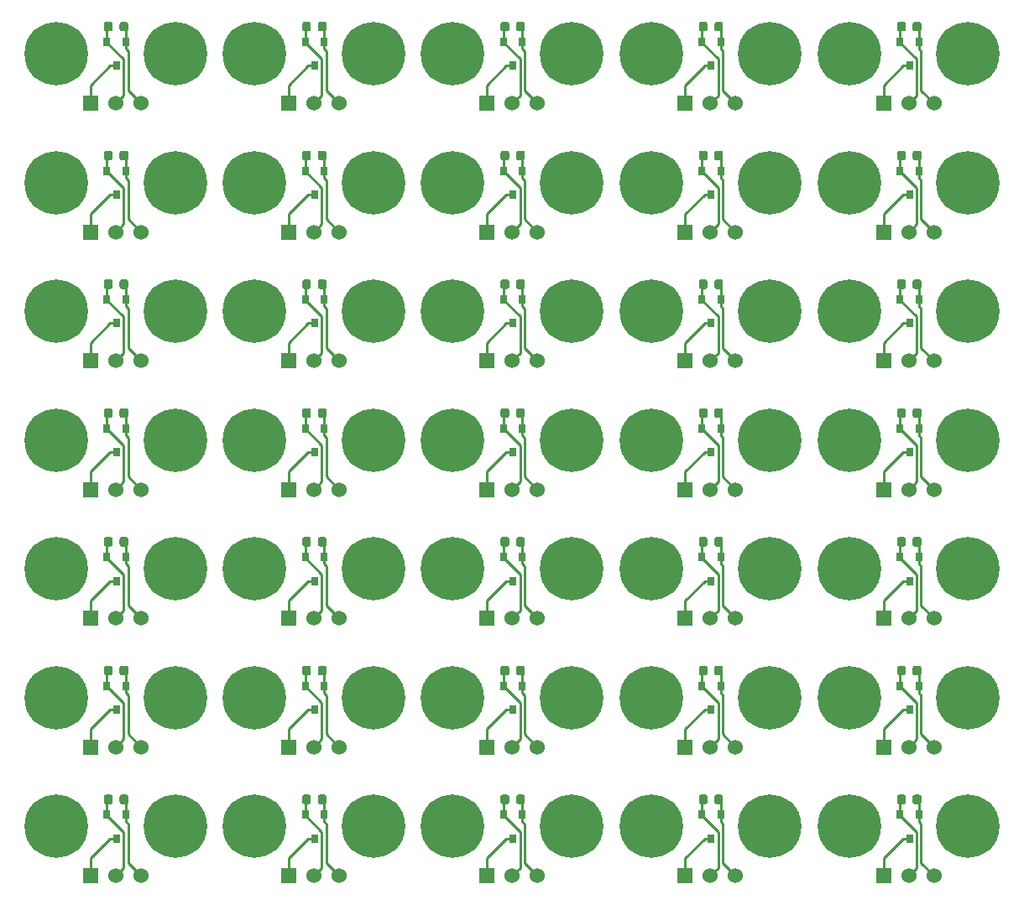
<source format=gbr>
G04 #@! TF.GenerationSoftware,KiCad,Pcbnew,(5.1.0-0)*
G04 #@! TF.CreationDate,2019-05-13T15:47:01-05:00*
G04 #@! TF.ProjectId,splitflap-hall-pcb,73706c69-7466-46c6-9170-2d68616c6c2d,rev?*
G04 #@! TF.SameCoordinates,Original*
G04 #@! TF.FileFunction,Copper,L1,Top*
G04 #@! TF.FilePolarity,Positive*
%FSLAX46Y46*%
G04 Gerber Fmt 4.6, Leading zero omitted, Abs format (unit mm)*
G04 Created by KiCad (PCBNEW (5.1.0-0)) date 2019-05-13 15:47:01*
%MOMM*%
%LPD*%
G04 APERTURE LIST*
%ADD10C,1.530000*%
%ADD11R,1.530000X1.530000*%
%ADD12R,0.800000X0.900000*%
%ADD13C,6.400000*%
%ADD14C,0.100000*%
%ADD15C,0.875000*%
%ADD16C,0.250000*%
G04 APERTURE END LIST*
D10*
X169543400Y-166989000D03*
X167003400Y-166989000D03*
D11*
X164463400Y-166989000D03*
D10*
X149543400Y-166989000D03*
X147003400Y-166989000D03*
D11*
X144463400Y-166989000D03*
D10*
X129543400Y-166989000D03*
X127003400Y-166989000D03*
D11*
X124463400Y-166989000D03*
D10*
X109543400Y-166989000D03*
X107003400Y-166989000D03*
D11*
X104463400Y-166989000D03*
D10*
X89543400Y-166989000D03*
X87003400Y-166989000D03*
D11*
X84463400Y-166989000D03*
D10*
X169543400Y-153989000D03*
X167003400Y-153989000D03*
D11*
X164463400Y-153989000D03*
D10*
X149543400Y-153989000D03*
X147003400Y-153989000D03*
D11*
X144463400Y-153989000D03*
D10*
X129543400Y-153989000D03*
X127003400Y-153989000D03*
D11*
X124463400Y-153989000D03*
D10*
X109543400Y-153989000D03*
X107003400Y-153989000D03*
D11*
X104463400Y-153989000D03*
D10*
X89543400Y-153989000D03*
X87003400Y-153989000D03*
D11*
X84463400Y-153989000D03*
D10*
X169543400Y-140989000D03*
X167003400Y-140989000D03*
D11*
X164463400Y-140989000D03*
D10*
X149543400Y-140989000D03*
X147003400Y-140989000D03*
D11*
X144463400Y-140989000D03*
D10*
X129543400Y-140989000D03*
X127003400Y-140989000D03*
D11*
X124463400Y-140989000D03*
D10*
X109543400Y-140989000D03*
X107003400Y-140989000D03*
D11*
X104463400Y-140989000D03*
D10*
X89543400Y-140989000D03*
X87003400Y-140989000D03*
D11*
X84463400Y-140989000D03*
D10*
X169543400Y-127989000D03*
X167003400Y-127989000D03*
D11*
X164463400Y-127989000D03*
D10*
X149543400Y-127989000D03*
X147003400Y-127989000D03*
D11*
X144463400Y-127989000D03*
D10*
X129543400Y-127989000D03*
X127003400Y-127989000D03*
D11*
X124463400Y-127989000D03*
D10*
X109543400Y-127989000D03*
X107003400Y-127989000D03*
D11*
X104463400Y-127989000D03*
D10*
X89543400Y-127989000D03*
X87003400Y-127989000D03*
D11*
X84463400Y-127989000D03*
D10*
X169543400Y-114989000D03*
X167003400Y-114989000D03*
D11*
X164463400Y-114989000D03*
D10*
X149543400Y-114989000D03*
X147003400Y-114989000D03*
D11*
X144463400Y-114989000D03*
D10*
X129543400Y-114989000D03*
X127003400Y-114989000D03*
D11*
X124463400Y-114989000D03*
D10*
X109543400Y-114989000D03*
X107003400Y-114989000D03*
D11*
X104463400Y-114989000D03*
D10*
X89543400Y-114989000D03*
X87003400Y-114989000D03*
D11*
X84463400Y-114989000D03*
D10*
X169543400Y-101989000D03*
X167003400Y-101989000D03*
D11*
X164463400Y-101989000D03*
D10*
X149543400Y-101989000D03*
X147003400Y-101989000D03*
D11*
X144463400Y-101989000D03*
D10*
X129543400Y-101989000D03*
X127003400Y-101989000D03*
D11*
X124463400Y-101989000D03*
D10*
X109543400Y-101989000D03*
X107003400Y-101989000D03*
D11*
X104463400Y-101989000D03*
D10*
X89543400Y-101989000D03*
X87003400Y-101989000D03*
D11*
X84463400Y-101989000D03*
D10*
X169543400Y-88989000D03*
X167003400Y-88989000D03*
D11*
X164463400Y-88989000D03*
D10*
X149543400Y-88989000D03*
X147003400Y-88989000D03*
D11*
X144463400Y-88989000D03*
D10*
X129543400Y-88989000D03*
X127003400Y-88989000D03*
D11*
X124463400Y-88989000D03*
D10*
X109543400Y-88989000D03*
X107003400Y-88989000D03*
D11*
X104463400Y-88989000D03*
D12*
X167079600Y-163210600D03*
X166129600Y-160810600D03*
X168029600Y-160810600D03*
X147079600Y-163210600D03*
X146129600Y-160810600D03*
X148029600Y-160810600D03*
X127079600Y-163210600D03*
X126129600Y-160810600D03*
X128029600Y-160810600D03*
X107079600Y-163210600D03*
X106129600Y-160810600D03*
X108029600Y-160810600D03*
X87079600Y-163210600D03*
X86129600Y-160810600D03*
X88029600Y-160810600D03*
X167079600Y-150210600D03*
X166129600Y-147810600D03*
X168029600Y-147810600D03*
X147079600Y-150210600D03*
X146129600Y-147810600D03*
X148029600Y-147810600D03*
X127079600Y-150210600D03*
X126129600Y-147810600D03*
X128029600Y-147810600D03*
X107079600Y-150210600D03*
X106129600Y-147810600D03*
X108029600Y-147810600D03*
X87079600Y-150210600D03*
X86129600Y-147810600D03*
X88029600Y-147810600D03*
X167079600Y-137210600D03*
X166129600Y-134810600D03*
X168029600Y-134810600D03*
X147079600Y-137210600D03*
X146129600Y-134810600D03*
X148029600Y-134810600D03*
X127079600Y-137210600D03*
X126129600Y-134810600D03*
X128029600Y-134810600D03*
X107079600Y-137210600D03*
X106129600Y-134810600D03*
X108029600Y-134810600D03*
X87079600Y-137210600D03*
X86129600Y-134810600D03*
X88029600Y-134810600D03*
X167079600Y-124210600D03*
X166129600Y-121810600D03*
X168029600Y-121810600D03*
X147079600Y-124210600D03*
X146129600Y-121810600D03*
X148029600Y-121810600D03*
X127079600Y-124210600D03*
X126129600Y-121810600D03*
X128029600Y-121810600D03*
X107079600Y-124210600D03*
X106129600Y-121810600D03*
X108029600Y-121810600D03*
X87079600Y-124210600D03*
X86129600Y-121810600D03*
X88029600Y-121810600D03*
X167079600Y-111210600D03*
X166129600Y-108810600D03*
X168029600Y-108810600D03*
X147079600Y-111210600D03*
X146129600Y-108810600D03*
X148029600Y-108810600D03*
X127079600Y-111210600D03*
X126129600Y-108810600D03*
X128029600Y-108810600D03*
X107079600Y-111210600D03*
X106129600Y-108810600D03*
X108029600Y-108810600D03*
X87079600Y-111210600D03*
X86129600Y-108810600D03*
X88029600Y-108810600D03*
X167079600Y-98210600D03*
X166129600Y-95810600D03*
X168029600Y-95810600D03*
X147079600Y-98210600D03*
X146129600Y-95810600D03*
X148029600Y-95810600D03*
X127079600Y-98210600D03*
X126129600Y-95810600D03*
X128029600Y-95810600D03*
X107079600Y-98210600D03*
X106129600Y-95810600D03*
X108029600Y-95810600D03*
X87079600Y-98210600D03*
X86129600Y-95810600D03*
X88029600Y-95810600D03*
X167079600Y-85210600D03*
X166129600Y-82810600D03*
X168029600Y-82810600D03*
X147079600Y-85210600D03*
X146129600Y-82810600D03*
X148029600Y-82810600D03*
X127079600Y-85210600D03*
X126129600Y-82810600D03*
X128029600Y-82810600D03*
X107079600Y-85210600D03*
X106129600Y-82810600D03*
X108029600Y-82810600D03*
D13*
X173000000Y-162000000D03*
X153000000Y-162000000D03*
X133000000Y-162000000D03*
X113000000Y-162000000D03*
X93000000Y-162000000D03*
X173000000Y-149000000D03*
X153000000Y-149000000D03*
X133000000Y-149000000D03*
X113000000Y-149000000D03*
X93000000Y-149000000D03*
X173000000Y-136000000D03*
X153000000Y-136000000D03*
X133000000Y-136000000D03*
X113000000Y-136000000D03*
X93000000Y-136000000D03*
X173000000Y-123000000D03*
X153000000Y-123000000D03*
X133000000Y-123000000D03*
X113000000Y-123000000D03*
X93000000Y-123000000D03*
X173000000Y-110000000D03*
X153000000Y-110000000D03*
X133000000Y-110000000D03*
X113000000Y-110000000D03*
X93000000Y-110000000D03*
X173000000Y-97000000D03*
X153000000Y-97000000D03*
X133000000Y-97000000D03*
X113000000Y-97000000D03*
X93000000Y-97000000D03*
X173000000Y-84000000D03*
X153000000Y-84000000D03*
X133000000Y-84000000D03*
X113000000Y-84000000D03*
X161000000Y-162000000D03*
X141000000Y-162000000D03*
X121000000Y-162000000D03*
X101000000Y-162000000D03*
X81000000Y-162000000D03*
X161000000Y-149000000D03*
X141000000Y-149000000D03*
X121000000Y-149000000D03*
X101000000Y-149000000D03*
X81000000Y-149000000D03*
X161000000Y-136000000D03*
X141000000Y-136000000D03*
X121000000Y-136000000D03*
X101000000Y-136000000D03*
X81000000Y-136000000D03*
X161000000Y-123000000D03*
X141000000Y-123000000D03*
X121000000Y-123000000D03*
X101000000Y-123000000D03*
X81000000Y-123000000D03*
X161000000Y-110000000D03*
X141000000Y-110000000D03*
X121000000Y-110000000D03*
X101000000Y-110000000D03*
X81000000Y-110000000D03*
X161000000Y-97000000D03*
X141000000Y-97000000D03*
X121000000Y-97000000D03*
X101000000Y-97000000D03*
X81000000Y-97000000D03*
X161000000Y-84000000D03*
X141000000Y-84000000D03*
X121000000Y-84000000D03*
X101000000Y-84000000D03*
D14*
G36*
X166506991Y-158793453D02*
G01*
X166528226Y-158796603D01*
X166549050Y-158801819D01*
X166569262Y-158809051D01*
X166588668Y-158818230D01*
X166607081Y-158829266D01*
X166624324Y-158842054D01*
X166640230Y-158856470D01*
X166654646Y-158872376D01*
X166667434Y-158889619D01*
X166678470Y-158908032D01*
X166687649Y-158927438D01*
X166694881Y-158947650D01*
X166700097Y-158968474D01*
X166703247Y-158989709D01*
X166704300Y-159011150D01*
X166704300Y-159523650D01*
X166703247Y-159545091D01*
X166700097Y-159566326D01*
X166694881Y-159587150D01*
X166687649Y-159607362D01*
X166678470Y-159626768D01*
X166667434Y-159645181D01*
X166654646Y-159662424D01*
X166640230Y-159678330D01*
X166624324Y-159692746D01*
X166607081Y-159705534D01*
X166588668Y-159716570D01*
X166569262Y-159725749D01*
X166549050Y-159732981D01*
X166528226Y-159738197D01*
X166506991Y-159741347D01*
X166485550Y-159742400D01*
X166048050Y-159742400D01*
X166026609Y-159741347D01*
X166005374Y-159738197D01*
X165984550Y-159732981D01*
X165964338Y-159725749D01*
X165944932Y-159716570D01*
X165926519Y-159705534D01*
X165909276Y-159692746D01*
X165893370Y-159678330D01*
X165878954Y-159662424D01*
X165866166Y-159645181D01*
X165855130Y-159626768D01*
X165845951Y-159607362D01*
X165838719Y-159587150D01*
X165833503Y-159566326D01*
X165830353Y-159545091D01*
X165829300Y-159523650D01*
X165829300Y-159011150D01*
X165830353Y-158989709D01*
X165833503Y-158968474D01*
X165838719Y-158947650D01*
X165845951Y-158927438D01*
X165855130Y-158908032D01*
X165866166Y-158889619D01*
X165878954Y-158872376D01*
X165893370Y-158856470D01*
X165909276Y-158842054D01*
X165926519Y-158829266D01*
X165944932Y-158818230D01*
X165964338Y-158809051D01*
X165984550Y-158801819D01*
X166005374Y-158796603D01*
X166026609Y-158793453D01*
X166048050Y-158792400D01*
X166485550Y-158792400D01*
X166506991Y-158793453D01*
X166506991Y-158793453D01*
G37*
D15*
X166266800Y-159267400D03*
D14*
G36*
X168081991Y-158793453D02*
G01*
X168103226Y-158796603D01*
X168124050Y-158801819D01*
X168144262Y-158809051D01*
X168163668Y-158818230D01*
X168182081Y-158829266D01*
X168199324Y-158842054D01*
X168215230Y-158856470D01*
X168229646Y-158872376D01*
X168242434Y-158889619D01*
X168253470Y-158908032D01*
X168262649Y-158927438D01*
X168269881Y-158947650D01*
X168275097Y-158968474D01*
X168278247Y-158989709D01*
X168279300Y-159011150D01*
X168279300Y-159523650D01*
X168278247Y-159545091D01*
X168275097Y-159566326D01*
X168269881Y-159587150D01*
X168262649Y-159607362D01*
X168253470Y-159626768D01*
X168242434Y-159645181D01*
X168229646Y-159662424D01*
X168215230Y-159678330D01*
X168199324Y-159692746D01*
X168182081Y-159705534D01*
X168163668Y-159716570D01*
X168144262Y-159725749D01*
X168124050Y-159732981D01*
X168103226Y-159738197D01*
X168081991Y-159741347D01*
X168060550Y-159742400D01*
X167623050Y-159742400D01*
X167601609Y-159741347D01*
X167580374Y-159738197D01*
X167559550Y-159732981D01*
X167539338Y-159725749D01*
X167519932Y-159716570D01*
X167501519Y-159705534D01*
X167484276Y-159692746D01*
X167468370Y-159678330D01*
X167453954Y-159662424D01*
X167441166Y-159645181D01*
X167430130Y-159626768D01*
X167420951Y-159607362D01*
X167413719Y-159587150D01*
X167408503Y-159566326D01*
X167405353Y-159545091D01*
X167404300Y-159523650D01*
X167404300Y-159011150D01*
X167405353Y-158989709D01*
X167408503Y-158968474D01*
X167413719Y-158947650D01*
X167420951Y-158927438D01*
X167430130Y-158908032D01*
X167441166Y-158889619D01*
X167453954Y-158872376D01*
X167468370Y-158856470D01*
X167484276Y-158842054D01*
X167501519Y-158829266D01*
X167519932Y-158818230D01*
X167539338Y-158809051D01*
X167559550Y-158801819D01*
X167580374Y-158796603D01*
X167601609Y-158793453D01*
X167623050Y-158792400D01*
X168060550Y-158792400D01*
X168081991Y-158793453D01*
X168081991Y-158793453D01*
G37*
D15*
X167841800Y-159267400D03*
D14*
G36*
X146506991Y-158793453D02*
G01*
X146528226Y-158796603D01*
X146549050Y-158801819D01*
X146569262Y-158809051D01*
X146588668Y-158818230D01*
X146607081Y-158829266D01*
X146624324Y-158842054D01*
X146640230Y-158856470D01*
X146654646Y-158872376D01*
X146667434Y-158889619D01*
X146678470Y-158908032D01*
X146687649Y-158927438D01*
X146694881Y-158947650D01*
X146700097Y-158968474D01*
X146703247Y-158989709D01*
X146704300Y-159011150D01*
X146704300Y-159523650D01*
X146703247Y-159545091D01*
X146700097Y-159566326D01*
X146694881Y-159587150D01*
X146687649Y-159607362D01*
X146678470Y-159626768D01*
X146667434Y-159645181D01*
X146654646Y-159662424D01*
X146640230Y-159678330D01*
X146624324Y-159692746D01*
X146607081Y-159705534D01*
X146588668Y-159716570D01*
X146569262Y-159725749D01*
X146549050Y-159732981D01*
X146528226Y-159738197D01*
X146506991Y-159741347D01*
X146485550Y-159742400D01*
X146048050Y-159742400D01*
X146026609Y-159741347D01*
X146005374Y-159738197D01*
X145984550Y-159732981D01*
X145964338Y-159725749D01*
X145944932Y-159716570D01*
X145926519Y-159705534D01*
X145909276Y-159692746D01*
X145893370Y-159678330D01*
X145878954Y-159662424D01*
X145866166Y-159645181D01*
X145855130Y-159626768D01*
X145845951Y-159607362D01*
X145838719Y-159587150D01*
X145833503Y-159566326D01*
X145830353Y-159545091D01*
X145829300Y-159523650D01*
X145829300Y-159011150D01*
X145830353Y-158989709D01*
X145833503Y-158968474D01*
X145838719Y-158947650D01*
X145845951Y-158927438D01*
X145855130Y-158908032D01*
X145866166Y-158889619D01*
X145878954Y-158872376D01*
X145893370Y-158856470D01*
X145909276Y-158842054D01*
X145926519Y-158829266D01*
X145944932Y-158818230D01*
X145964338Y-158809051D01*
X145984550Y-158801819D01*
X146005374Y-158796603D01*
X146026609Y-158793453D01*
X146048050Y-158792400D01*
X146485550Y-158792400D01*
X146506991Y-158793453D01*
X146506991Y-158793453D01*
G37*
D15*
X146266800Y-159267400D03*
D14*
G36*
X148081991Y-158793453D02*
G01*
X148103226Y-158796603D01*
X148124050Y-158801819D01*
X148144262Y-158809051D01*
X148163668Y-158818230D01*
X148182081Y-158829266D01*
X148199324Y-158842054D01*
X148215230Y-158856470D01*
X148229646Y-158872376D01*
X148242434Y-158889619D01*
X148253470Y-158908032D01*
X148262649Y-158927438D01*
X148269881Y-158947650D01*
X148275097Y-158968474D01*
X148278247Y-158989709D01*
X148279300Y-159011150D01*
X148279300Y-159523650D01*
X148278247Y-159545091D01*
X148275097Y-159566326D01*
X148269881Y-159587150D01*
X148262649Y-159607362D01*
X148253470Y-159626768D01*
X148242434Y-159645181D01*
X148229646Y-159662424D01*
X148215230Y-159678330D01*
X148199324Y-159692746D01*
X148182081Y-159705534D01*
X148163668Y-159716570D01*
X148144262Y-159725749D01*
X148124050Y-159732981D01*
X148103226Y-159738197D01*
X148081991Y-159741347D01*
X148060550Y-159742400D01*
X147623050Y-159742400D01*
X147601609Y-159741347D01*
X147580374Y-159738197D01*
X147559550Y-159732981D01*
X147539338Y-159725749D01*
X147519932Y-159716570D01*
X147501519Y-159705534D01*
X147484276Y-159692746D01*
X147468370Y-159678330D01*
X147453954Y-159662424D01*
X147441166Y-159645181D01*
X147430130Y-159626768D01*
X147420951Y-159607362D01*
X147413719Y-159587150D01*
X147408503Y-159566326D01*
X147405353Y-159545091D01*
X147404300Y-159523650D01*
X147404300Y-159011150D01*
X147405353Y-158989709D01*
X147408503Y-158968474D01*
X147413719Y-158947650D01*
X147420951Y-158927438D01*
X147430130Y-158908032D01*
X147441166Y-158889619D01*
X147453954Y-158872376D01*
X147468370Y-158856470D01*
X147484276Y-158842054D01*
X147501519Y-158829266D01*
X147519932Y-158818230D01*
X147539338Y-158809051D01*
X147559550Y-158801819D01*
X147580374Y-158796603D01*
X147601609Y-158793453D01*
X147623050Y-158792400D01*
X148060550Y-158792400D01*
X148081991Y-158793453D01*
X148081991Y-158793453D01*
G37*
D15*
X147841800Y-159267400D03*
D14*
G36*
X126506991Y-158793453D02*
G01*
X126528226Y-158796603D01*
X126549050Y-158801819D01*
X126569262Y-158809051D01*
X126588668Y-158818230D01*
X126607081Y-158829266D01*
X126624324Y-158842054D01*
X126640230Y-158856470D01*
X126654646Y-158872376D01*
X126667434Y-158889619D01*
X126678470Y-158908032D01*
X126687649Y-158927438D01*
X126694881Y-158947650D01*
X126700097Y-158968474D01*
X126703247Y-158989709D01*
X126704300Y-159011150D01*
X126704300Y-159523650D01*
X126703247Y-159545091D01*
X126700097Y-159566326D01*
X126694881Y-159587150D01*
X126687649Y-159607362D01*
X126678470Y-159626768D01*
X126667434Y-159645181D01*
X126654646Y-159662424D01*
X126640230Y-159678330D01*
X126624324Y-159692746D01*
X126607081Y-159705534D01*
X126588668Y-159716570D01*
X126569262Y-159725749D01*
X126549050Y-159732981D01*
X126528226Y-159738197D01*
X126506991Y-159741347D01*
X126485550Y-159742400D01*
X126048050Y-159742400D01*
X126026609Y-159741347D01*
X126005374Y-159738197D01*
X125984550Y-159732981D01*
X125964338Y-159725749D01*
X125944932Y-159716570D01*
X125926519Y-159705534D01*
X125909276Y-159692746D01*
X125893370Y-159678330D01*
X125878954Y-159662424D01*
X125866166Y-159645181D01*
X125855130Y-159626768D01*
X125845951Y-159607362D01*
X125838719Y-159587150D01*
X125833503Y-159566326D01*
X125830353Y-159545091D01*
X125829300Y-159523650D01*
X125829300Y-159011150D01*
X125830353Y-158989709D01*
X125833503Y-158968474D01*
X125838719Y-158947650D01*
X125845951Y-158927438D01*
X125855130Y-158908032D01*
X125866166Y-158889619D01*
X125878954Y-158872376D01*
X125893370Y-158856470D01*
X125909276Y-158842054D01*
X125926519Y-158829266D01*
X125944932Y-158818230D01*
X125964338Y-158809051D01*
X125984550Y-158801819D01*
X126005374Y-158796603D01*
X126026609Y-158793453D01*
X126048050Y-158792400D01*
X126485550Y-158792400D01*
X126506991Y-158793453D01*
X126506991Y-158793453D01*
G37*
D15*
X126266800Y-159267400D03*
D14*
G36*
X128081991Y-158793453D02*
G01*
X128103226Y-158796603D01*
X128124050Y-158801819D01*
X128144262Y-158809051D01*
X128163668Y-158818230D01*
X128182081Y-158829266D01*
X128199324Y-158842054D01*
X128215230Y-158856470D01*
X128229646Y-158872376D01*
X128242434Y-158889619D01*
X128253470Y-158908032D01*
X128262649Y-158927438D01*
X128269881Y-158947650D01*
X128275097Y-158968474D01*
X128278247Y-158989709D01*
X128279300Y-159011150D01*
X128279300Y-159523650D01*
X128278247Y-159545091D01*
X128275097Y-159566326D01*
X128269881Y-159587150D01*
X128262649Y-159607362D01*
X128253470Y-159626768D01*
X128242434Y-159645181D01*
X128229646Y-159662424D01*
X128215230Y-159678330D01*
X128199324Y-159692746D01*
X128182081Y-159705534D01*
X128163668Y-159716570D01*
X128144262Y-159725749D01*
X128124050Y-159732981D01*
X128103226Y-159738197D01*
X128081991Y-159741347D01*
X128060550Y-159742400D01*
X127623050Y-159742400D01*
X127601609Y-159741347D01*
X127580374Y-159738197D01*
X127559550Y-159732981D01*
X127539338Y-159725749D01*
X127519932Y-159716570D01*
X127501519Y-159705534D01*
X127484276Y-159692746D01*
X127468370Y-159678330D01*
X127453954Y-159662424D01*
X127441166Y-159645181D01*
X127430130Y-159626768D01*
X127420951Y-159607362D01*
X127413719Y-159587150D01*
X127408503Y-159566326D01*
X127405353Y-159545091D01*
X127404300Y-159523650D01*
X127404300Y-159011150D01*
X127405353Y-158989709D01*
X127408503Y-158968474D01*
X127413719Y-158947650D01*
X127420951Y-158927438D01*
X127430130Y-158908032D01*
X127441166Y-158889619D01*
X127453954Y-158872376D01*
X127468370Y-158856470D01*
X127484276Y-158842054D01*
X127501519Y-158829266D01*
X127519932Y-158818230D01*
X127539338Y-158809051D01*
X127559550Y-158801819D01*
X127580374Y-158796603D01*
X127601609Y-158793453D01*
X127623050Y-158792400D01*
X128060550Y-158792400D01*
X128081991Y-158793453D01*
X128081991Y-158793453D01*
G37*
D15*
X127841800Y-159267400D03*
D14*
G36*
X106506991Y-158793453D02*
G01*
X106528226Y-158796603D01*
X106549050Y-158801819D01*
X106569262Y-158809051D01*
X106588668Y-158818230D01*
X106607081Y-158829266D01*
X106624324Y-158842054D01*
X106640230Y-158856470D01*
X106654646Y-158872376D01*
X106667434Y-158889619D01*
X106678470Y-158908032D01*
X106687649Y-158927438D01*
X106694881Y-158947650D01*
X106700097Y-158968474D01*
X106703247Y-158989709D01*
X106704300Y-159011150D01*
X106704300Y-159523650D01*
X106703247Y-159545091D01*
X106700097Y-159566326D01*
X106694881Y-159587150D01*
X106687649Y-159607362D01*
X106678470Y-159626768D01*
X106667434Y-159645181D01*
X106654646Y-159662424D01*
X106640230Y-159678330D01*
X106624324Y-159692746D01*
X106607081Y-159705534D01*
X106588668Y-159716570D01*
X106569262Y-159725749D01*
X106549050Y-159732981D01*
X106528226Y-159738197D01*
X106506991Y-159741347D01*
X106485550Y-159742400D01*
X106048050Y-159742400D01*
X106026609Y-159741347D01*
X106005374Y-159738197D01*
X105984550Y-159732981D01*
X105964338Y-159725749D01*
X105944932Y-159716570D01*
X105926519Y-159705534D01*
X105909276Y-159692746D01*
X105893370Y-159678330D01*
X105878954Y-159662424D01*
X105866166Y-159645181D01*
X105855130Y-159626768D01*
X105845951Y-159607362D01*
X105838719Y-159587150D01*
X105833503Y-159566326D01*
X105830353Y-159545091D01*
X105829300Y-159523650D01*
X105829300Y-159011150D01*
X105830353Y-158989709D01*
X105833503Y-158968474D01*
X105838719Y-158947650D01*
X105845951Y-158927438D01*
X105855130Y-158908032D01*
X105866166Y-158889619D01*
X105878954Y-158872376D01*
X105893370Y-158856470D01*
X105909276Y-158842054D01*
X105926519Y-158829266D01*
X105944932Y-158818230D01*
X105964338Y-158809051D01*
X105984550Y-158801819D01*
X106005374Y-158796603D01*
X106026609Y-158793453D01*
X106048050Y-158792400D01*
X106485550Y-158792400D01*
X106506991Y-158793453D01*
X106506991Y-158793453D01*
G37*
D15*
X106266800Y-159267400D03*
D14*
G36*
X108081991Y-158793453D02*
G01*
X108103226Y-158796603D01*
X108124050Y-158801819D01*
X108144262Y-158809051D01*
X108163668Y-158818230D01*
X108182081Y-158829266D01*
X108199324Y-158842054D01*
X108215230Y-158856470D01*
X108229646Y-158872376D01*
X108242434Y-158889619D01*
X108253470Y-158908032D01*
X108262649Y-158927438D01*
X108269881Y-158947650D01*
X108275097Y-158968474D01*
X108278247Y-158989709D01*
X108279300Y-159011150D01*
X108279300Y-159523650D01*
X108278247Y-159545091D01*
X108275097Y-159566326D01*
X108269881Y-159587150D01*
X108262649Y-159607362D01*
X108253470Y-159626768D01*
X108242434Y-159645181D01*
X108229646Y-159662424D01*
X108215230Y-159678330D01*
X108199324Y-159692746D01*
X108182081Y-159705534D01*
X108163668Y-159716570D01*
X108144262Y-159725749D01*
X108124050Y-159732981D01*
X108103226Y-159738197D01*
X108081991Y-159741347D01*
X108060550Y-159742400D01*
X107623050Y-159742400D01*
X107601609Y-159741347D01*
X107580374Y-159738197D01*
X107559550Y-159732981D01*
X107539338Y-159725749D01*
X107519932Y-159716570D01*
X107501519Y-159705534D01*
X107484276Y-159692746D01*
X107468370Y-159678330D01*
X107453954Y-159662424D01*
X107441166Y-159645181D01*
X107430130Y-159626768D01*
X107420951Y-159607362D01*
X107413719Y-159587150D01*
X107408503Y-159566326D01*
X107405353Y-159545091D01*
X107404300Y-159523650D01*
X107404300Y-159011150D01*
X107405353Y-158989709D01*
X107408503Y-158968474D01*
X107413719Y-158947650D01*
X107420951Y-158927438D01*
X107430130Y-158908032D01*
X107441166Y-158889619D01*
X107453954Y-158872376D01*
X107468370Y-158856470D01*
X107484276Y-158842054D01*
X107501519Y-158829266D01*
X107519932Y-158818230D01*
X107539338Y-158809051D01*
X107559550Y-158801819D01*
X107580374Y-158796603D01*
X107601609Y-158793453D01*
X107623050Y-158792400D01*
X108060550Y-158792400D01*
X108081991Y-158793453D01*
X108081991Y-158793453D01*
G37*
D15*
X107841800Y-159267400D03*
D14*
G36*
X86506991Y-158793453D02*
G01*
X86528226Y-158796603D01*
X86549050Y-158801819D01*
X86569262Y-158809051D01*
X86588668Y-158818230D01*
X86607081Y-158829266D01*
X86624324Y-158842054D01*
X86640230Y-158856470D01*
X86654646Y-158872376D01*
X86667434Y-158889619D01*
X86678470Y-158908032D01*
X86687649Y-158927438D01*
X86694881Y-158947650D01*
X86700097Y-158968474D01*
X86703247Y-158989709D01*
X86704300Y-159011150D01*
X86704300Y-159523650D01*
X86703247Y-159545091D01*
X86700097Y-159566326D01*
X86694881Y-159587150D01*
X86687649Y-159607362D01*
X86678470Y-159626768D01*
X86667434Y-159645181D01*
X86654646Y-159662424D01*
X86640230Y-159678330D01*
X86624324Y-159692746D01*
X86607081Y-159705534D01*
X86588668Y-159716570D01*
X86569262Y-159725749D01*
X86549050Y-159732981D01*
X86528226Y-159738197D01*
X86506991Y-159741347D01*
X86485550Y-159742400D01*
X86048050Y-159742400D01*
X86026609Y-159741347D01*
X86005374Y-159738197D01*
X85984550Y-159732981D01*
X85964338Y-159725749D01*
X85944932Y-159716570D01*
X85926519Y-159705534D01*
X85909276Y-159692746D01*
X85893370Y-159678330D01*
X85878954Y-159662424D01*
X85866166Y-159645181D01*
X85855130Y-159626768D01*
X85845951Y-159607362D01*
X85838719Y-159587150D01*
X85833503Y-159566326D01*
X85830353Y-159545091D01*
X85829300Y-159523650D01*
X85829300Y-159011150D01*
X85830353Y-158989709D01*
X85833503Y-158968474D01*
X85838719Y-158947650D01*
X85845951Y-158927438D01*
X85855130Y-158908032D01*
X85866166Y-158889619D01*
X85878954Y-158872376D01*
X85893370Y-158856470D01*
X85909276Y-158842054D01*
X85926519Y-158829266D01*
X85944932Y-158818230D01*
X85964338Y-158809051D01*
X85984550Y-158801819D01*
X86005374Y-158796603D01*
X86026609Y-158793453D01*
X86048050Y-158792400D01*
X86485550Y-158792400D01*
X86506991Y-158793453D01*
X86506991Y-158793453D01*
G37*
D15*
X86266800Y-159267400D03*
D14*
G36*
X88081991Y-158793453D02*
G01*
X88103226Y-158796603D01*
X88124050Y-158801819D01*
X88144262Y-158809051D01*
X88163668Y-158818230D01*
X88182081Y-158829266D01*
X88199324Y-158842054D01*
X88215230Y-158856470D01*
X88229646Y-158872376D01*
X88242434Y-158889619D01*
X88253470Y-158908032D01*
X88262649Y-158927438D01*
X88269881Y-158947650D01*
X88275097Y-158968474D01*
X88278247Y-158989709D01*
X88279300Y-159011150D01*
X88279300Y-159523650D01*
X88278247Y-159545091D01*
X88275097Y-159566326D01*
X88269881Y-159587150D01*
X88262649Y-159607362D01*
X88253470Y-159626768D01*
X88242434Y-159645181D01*
X88229646Y-159662424D01*
X88215230Y-159678330D01*
X88199324Y-159692746D01*
X88182081Y-159705534D01*
X88163668Y-159716570D01*
X88144262Y-159725749D01*
X88124050Y-159732981D01*
X88103226Y-159738197D01*
X88081991Y-159741347D01*
X88060550Y-159742400D01*
X87623050Y-159742400D01*
X87601609Y-159741347D01*
X87580374Y-159738197D01*
X87559550Y-159732981D01*
X87539338Y-159725749D01*
X87519932Y-159716570D01*
X87501519Y-159705534D01*
X87484276Y-159692746D01*
X87468370Y-159678330D01*
X87453954Y-159662424D01*
X87441166Y-159645181D01*
X87430130Y-159626768D01*
X87420951Y-159607362D01*
X87413719Y-159587150D01*
X87408503Y-159566326D01*
X87405353Y-159545091D01*
X87404300Y-159523650D01*
X87404300Y-159011150D01*
X87405353Y-158989709D01*
X87408503Y-158968474D01*
X87413719Y-158947650D01*
X87420951Y-158927438D01*
X87430130Y-158908032D01*
X87441166Y-158889619D01*
X87453954Y-158872376D01*
X87468370Y-158856470D01*
X87484276Y-158842054D01*
X87501519Y-158829266D01*
X87519932Y-158818230D01*
X87539338Y-158809051D01*
X87559550Y-158801819D01*
X87580374Y-158796603D01*
X87601609Y-158793453D01*
X87623050Y-158792400D01*
X88060550Y-158792400D01*
X88081991Y-158793453D01*
X88081991Y-158793453D01*
G37*
D15*
X87841800Y-159267400D03*
D14*
G36*
X166506991Y-145793453D02*
G01*
X166528226Y-145796603D01*
X166549050Y-145801819D01*
X166569262Y-145809051D01*
X166588668Y-145818230D01*
X166607081Y-145829266D01*
X166624324Y-145842054D01*
X166640230Y-145856470D01*
X166654646Y-145872376D01*
X166667434Y-145889619D01*
X166678470Y-145908032D01*
X166687649Y-145927438D01*
X166694881Y-145947650D01*
X166700097Y-145968474D01*
X166703247Y-145989709D01*
X166704300Y-146011150D01*
X166704300Y-146523650D01*
X166703247Y-146545091D01*
X166700097Y-146566326D01*
X166694881Y-146587150D01*
X166687649Y-146607362D01*
X166678470Y-146626768D01*
X166667434Y-146645181D01*
X166654646Y-146662424D01*
X166640230Y-146678330D01*
X166624324Y-146692746D01*
X166607081Y-146705534D01*
X166588668Y-146716570D01*
X166569262Y-146725749D01*
X166549050Y-146732981D01*
X166528226Y-146738197D01*
X166506991Y-146741347D01*
X166485550Y-146742400D01*
X166048050Y-146742400D01*
X166026609Y-146741347D01*
X166005374Y-146738197D01*
X165984550Y-146732981D01*
X165964338Y-146725749D01*
X165944932Y-146716570D01*
X165926519Y-146705534D01*
X165909276Y-146692746D01*
X165893370Y-146678330D01*
X165878954Y-146662424D01*
X165866166Y-146645181D01*
X165855130Y-146626768D01*
X165845951Y-146607362D01*
X165838719Y-146587150D01*
X165833503Y-146566326D01*
X165830353Y-146545091D01*
X165829300Y-146523650D01*
X165829300Y-146011150D01*
X165830353Y-145989709D01*
X165833503Y-145968474D01*
X165838719Y-145947650D01*
X165845951Y-145927438D01*
X165855130Y-145908032D01*
X165866166Y-145889619D01*
X165878954Y-145872376D01*
X165893370Y-145856470D01*
X165909276Y-145842054D01*
X165926519Y-145829266D01*
X165944932Y-145818230D01*
X165964338Y-145809051D01*
X165984550Y-145801819D01*
X166005374Y-145796603D01*
X166026609Y-145793453D01*
X166048050Y-145792400D01*
X166485550Y-145792400D01*
X166506991Y-145793453D01*
X166506991Y-145793453D01*
G37*
D15*
X166266800Y-146267400D03*
D14*
G36*
X168081991Y-145793453D02*
G01*
X168103226Y-145796603D01*
X168124050Y-145801819D01*
X168144262Y-145809051D01*
X168163668Y-145818230D01*
X168182081Y-145829266D01*
X168199324Y-145842054D01*
X168215230Y-145856470D01*
X168229646Y-145872376D01*
X168242434Y-145889619D01*
X168253470Y-145908032D01*
X168262649Y-145927438D01*
X168269881Y-145947650D01*
X168275097Y-145968474D01*
X168278247Y-145989709D01*
X168279300Y-146011150D01*
X168279300Y-146523650D01*
X168278247Y-146545091D01*
X168275097Y-146566326D01*
X168269881Y-146587150D01*
X168262649Y-146607362D01*
X168253470Y-146626768D01*
X168242434Y-146645181D01*
X168229646Y-146662424D01*
X168215230Y-146678330D01*
X168199324Y-146692746D01*
X168182081Y-146705534D01*
X168163668Y-146716570D01*
X168144262Y-146725749D01*
X168124050Y-146732981D01*
X168103226Y-146738197D01*
X168081991Y-146741347D01*
X168060550Y-146742400D01*
X167623050Y-146742400D01*
X167601609Y-146741347D01*
X167580374Y-146738197D01*
X167559550Y-146732981D01*
X167539338Y-146725749D01*
X167519932Y-146716570D01*
X167501519Y-146705534D01*
X167484276Y-146692746D01*
X167468370Y-146678330D01*
X167453954Y-146662424D01*
X167441166Y-146645181D01*
X167430130Y-146626768D01*
X167420951Y-146607362D01*
X167413719Y-146587150D01*
X167408503Y-146566326D01*
X167405353Y-146545091D01*
X167404300Y-146523650D01*
X167404300Y-146011150D01*
X167405353Y-145989709D01*
X167408503Y-145968474D01*
X167413719Y-145947650D01*
X167420951Y-145927438D01*
X167430130Y-145908032D01*
X167441166Y-145889619D01*
X167453954Y-145872376D01*
X167468370Y-145856470D01*
X167484276Y-145842054D01*
X167501519Y-145829266D01*
X167519932Y-145818230D01*
X167539338Y-145809051D01*
X167559550Y-145801819D01*
X167580374Y-145796603D01*
X167601609Y-145793453D01*
X167623050Y-145792400D01*
X168060550Y-145792400D01*
X168081991Y-145793453D01*
X168081991Y-145793453D01*
G37*
D15*
X167841800Y-146267400D03*
D14*
G36*
X146506991Y-145793453D02*
G01*
X146528226Y-145796603D01*
X146549050Y-145801819D01*
X146569262Y-145809051D01*
X146588668Y-145818230D01*
X146607081Y-145829266D01*
X146624324Y-145842054D01*
X146640230Y-145856470D01*
X146654646Y-145872376D01*
X146667434Y-145889619D01*
X146678470Y-145908032D01*
X146687649Y-145927438D01*
X146694881Y-145947650D01*
X146700097Y-145968474D01*
X146703247Y-145989709D01*
X146704300Y-146011150D01*
X146704300Y-146523650D01*
X146703247Y-146545091D01*
X146700097Y-146566326D01*
X146694881Y-146587150D01*
X146687649Y-146607362D01*
X146678470Y-146626768D01*
X146667434Y-146645181D01*
X146654646Y-146662424D01*
X146640230Y-146678330D01*
X146624324Y-146692746D01*
X146607081Y-146705534D01*
X146588668Y-146716570D01*
X146569262Y-146725749D01*
X146549050Y-146732981D01*
X146528226Y-146738197D01*
X146506991Y-146741347D01*
X146485550Y-146742400D01*
X146048050Y-146742400D01*
X146026609Y-146741347D01*
X146005374Y-146738197D01*
X145984550Y-146732981D01*
X145964338Y-146725749D01*
X145944932Y-146716570D01*
X145926519Y-146705534D01*
X145909276Y-146692746D01*
X145893370Y-146678330D01*
X145878954Y-146662424D01*
X145866166Y-146645181D01*
X145855130Y-146626768D01*
X145845951Y-146607362D01*
X145838719Y-146587150D01*
X145833503Y-146566326D01*
X145830353Y-146545091D01*
X145829300Y-146523650D01*
X145829300Y-146011150D01*
X145830353Y-145989709D01*
X145833503Y-145968474D01*
X145838719Y-145947650D01*
X145845951Y-145927438D01*
X145855130Y-145908032D01*
X145866166Y-145889619D01*
X145878954Y-145872376D01*
X145893370Y-145856470D01*
X145909276Y-145842054D01*
X145926519Y-145829266D01*
X145944932Y-145818230D01*
X145964338Y-145809051D01*
X145984550Y-145801819D01*
X146005374Y-145796603D01*
X146026609Y-145793453D01*
X146048050Y-145792400D01*
X146485550Y-145792400D01*
X146506991Y-145793453D01*
X146506991Y-145793453D01*
G37*
D15*
X146266800Y-146267400D03*
D14*
G36*
X148081991Y-145793453D02*
G01*
X148103226Y-145796603D01*
X148124050Y-145801819D01*
X148144262Y-145809051D01*
X148163668Y-145818230D01*
X148182081Y-145829266D01*
X148199324Y-145842054D01*
X148215230Y-145856470D01*
X148229646Y-145872376D01*
X148242434Y-145889619D01*
X148253470Y-145908032D01*
X148262649Y-145927438D01*
X148269881Y-145947650D01*
X148275097Y-145968474D01*
X148278247Y-145989709D01*
X148279300Y-146011150D01*
X148279300Y-146523650D01*
X148278247Y-146545091D01*
X148275097Y-146566326D01*
X148269881Y-146587150D01*
X148262649Y-146607362D01*
X148253470Y-146626768D01*
X148242434Y-146645181D01*
X148229646Y-146662424D01*
X148215230Y-146678330D01*
X148199324Y-146692746D01*
X148182081Y-146705534D01*
X148163668Y-146716570D01*
X148144262Y-146725749D01*
X148124050Y-146732981D01*
X148103226Y-146738197D01*
X148081991Y-146741347D01*
X148060550Y-146742400D01*
X147623050Y-146742400D01*
X147601609Y-146741347D01*
X147580374Y-146738197D01*
X147559550Y-146732981D01*
X147539338Y-146725749D01*
X147519932Y-146716570D01*
X147501519Y-146705534D01*
X147484276Y-146692746D01*
X147468370Y-146678330D01*
X147453954Y-146662424D01*
X147441166Y-146645181D01*
X147430130Y-146626768D01*
X147420951Y-146607362D01*
X147413719Y-146587150D01*
X147408503Y-146566326D01*
X147405353Y-146545091D01*
X147404300Y-146523650D01*
X147404300Y-146011150D01*
X147405353Y-145989709D01*
X147408503Y-145968474D01*
X147413719Y-145947650D01*
X147420951Y-145927438D01*
X147430130Y-145908032D01*
X147441166Y-145889619D01*
X147453954Y-145872376D01*
X147468370Y-145856470D01*
X147484276Y-145842054D01*
X147501519Y-145829266D01*
X147519932Y-145818230D01*
X147539338Y-145809051D01*
X147559550Y-145801819D01*
X147580374Y-145796603D01*
X147601609Y-145793453D01*
X147623050Y-145792400D01*
X148060550Y-145792400D01*
X148081991Y-145793453D01*
X148081991Y-145793453D01*
G37*
D15*
X147841800Y-146267400D03*
D14*
G36*
X126506991Y-145793453D02*
G01*
X126528226Y-145796603D01*
X126549050Y-145801819D01*
X126569262Y-145809051D01*
X126588668Y-145818230D01*
X126607081Y-145829266D01*
X126624324Y-145842054D01*
X126640230Y-145856470D01*
X126654646Y-145872376D01*
X126667434Y-145889619D01*
X126678470Y-145908032D01*
X126687649Y-145927438D01*
X126694881Y-145947650D01*
X126700097Y-145968474D01*
X126703247Y-145989709D01*
X126704300Y-146011150D01*
X126704300Y-146523650D01*
X126703247Y-146545091D01*
X126700097Y-146566326D01*
X126694881Y-146587150D01*
X126687649Y-146607362D01*
X126678470Y-146626768D01*
X126667434Y-146645181D01*
X126654646Y-146662424D01*
X126640230Y-146678330D01*
X126624324Y-146692746D01*
X126607081Y-146705534D01*
X126588668Y-146716570D01*
X126569262Y-146725749D01*
X126549050Y-146732981D01*
X126528226Y-146738197D01*
X126506991Y-146741347D01*
X126485550Y-146742400D01*
X126048050Y-146742400D01*
X126026609Y-146741347D01*
X126005374Y-146738197D01*
X125984550Y-146732981D01*
X125964338Y-146725749D01*
X125944932Y-146716570D01*
X125926519Y-146705534D01*
X125909276Y-146692746D01*
X125893370Y-146678330D01*
X125878954Y-146662424D01*
X125866166Y-146645181D01*
X125855130Y-146626768D01*
X125845951Y-146607362D01*
X125838719Y-146587150D01*
X125833503Y-146566326D01*
X125830353Y-146545091D01*
X125829300Y-146523650D01*
X125829300Y-146011150D01*
X125830353Y-145989709D01*
X125833503Y-145968474D01*
X125838719Y-145947650D01*
X125845951Y-145927438D01*
X125855130Y-145908032D01*
X125866166Y-145889619D01*
X125878954Y-145872376D01*
X125893370Y-145856470D01*
X125909276Y-145842054D01*
X125926519Y-145829266D01*
X125944932Y-145818230D01*
X125964338Y-145809051D01*
X125984550Y-145801819D01*
X126005374Y-145796603D01*
X126026609Y-145793453D01*
X126048050Y-145792400D01*
X126485550Y-145792400D01*
X126506991Y-145793453D01*
X126506991Y-145793453D01*
G37*
D15*
X126266800Y-146267400D03*
D14*
G36*
X128081991Y-145793453D02*
G01*
X128103226Y-145796603D01*
X128124050Y-145801819D01*
X128144262Y-145809051D01*
X128163668Y-145818230D01*
X128182081Y-145829266D01*
X128199324Y-145842054D01*
X128215230Y-145856470D01*
X128229646Y-145872376D01*
X128242434Y-145889619D01*
X128253470Y-145908032D01*
X128262649Y-145927438D01*
X128269881Y-145947650D01*
X128275097Y-145968474D01*
X128278247Y-145989709D01*
X128279300Y-146011150D01*
X128279300Y-146523650D01*
X128278247Y-146545091D01*
X128275097Y-146566326D01*
X128269881Y-146587150D01*
X128262649Y-146607362D01*
X128253470Y-146626768D01*
X128242434Y-146645181D01*
X128229646Y-146662424D01*
X128215230Y-146678330D01*
X128199324Y-146692746D01*
X128182081Y-146705534D01*
X128163668Y-146716570D01*
X128144262Y-146725749D01*
X128124050Y-146732981D01*
X128103226Y-146738197D01*
X128081991Y-146741347D01*
X128060550Y-146742400D01*
X127623050Y-146742400D01*
X127601609Y-146741347D01*
X127580374Y-146738197D01*
X127559550Y-146732981D01*
X127539338Y-146725749D01*
X127519932Y-146716570D01*
X127501519Y-146705534D01*
X127484276Y-146692746D01*
X127468370Y-146678330D01*
X127453954Y-146662424D01*
X127441166Y-146645181D01*
X127430130Y-146626768D01*
X127420951Y-146607362D01*
X127413719Y-146587150D01*
X127408503Y-146566326D01*
X127405353Y-146545091D01*
X127404300Y-146523650D01*
X127404300Y-146011150D01*
X127405353Y-145989709D01*
X127408503Y-145968474D01*
X127413719Y-145947650D01*
X127420951Y-145927438D01*
X127430130Y-145908032D01*
X127441166Y-145889619D01*
X127453954Y-145872376D01*
X127468370Y-145856470D01*
X127484276Y-145842054D01*
X127501519Y-145829266D01*
X127519932Y-145818230D01*
X127539338Y-145809051D01*
X127559550Y-145801819D01*
X127580374Y-145796603D01*
X127601609Y-145793453D01*
X127623050Y-145792400D01*
X128060550Y-145792400D01*
X128081991Y-145793453D01*
X128081991Y-145793453D01*
G37*
D15*
X127841800Y-146267400D03*
D14*
G36*
X106506991Y-145793453D02*
G01*
X106528226Y-145796603D01*
X106549050Y-145801819D01*
X106569262Y-145809051D01*
X106588668Y-145818230D01*
X106607081Y-145829266D01*
X106624324Y-145842054D01*
X106640230Y-145856470D01*
X106654646Y-145872376D01*
X106667434Y-145889619D01*
X106678470Y-145908032D01*
X106687649Y-145927438D01*
X106694881Y-145947650D01*
X106700097Y-145968474D01*
X106703247Y-145989709D01*
X106704300Y-146011150D01*
X106704300Y-146523650D01*
X106703247Y-146545091D01*
X106700097Y-146566326D01*
X106694881Y-146587150D01*
X106687649Y-146607362D01*
X106678470Y-146626768D01*
X106667434Y-146645181D01*
X106654646Y-146662424D01*
X106640230Y-146678330D01*
X106624324Y-146692746D01*
X106607081Y-146705534D01*
X106588668Y-146716570D01*
X106569262Y-146725749D01*
X106549050Y-146732981D01*
X106528226Y-146738197D01*
X106506991Y-146741347D01*
X106485550Y-146742400D01*
X106048050Y-146742400D01*
X106026609Y-146741347D01*
X106005374Y-146738197D01*
X105984550Y-146732981D01*
X105964338Y-146725749D01*
X105944932Y-146716570D01*
X105926519Y-146705534D01*
X105909276Y-146692746D01*
X105893370Y-146678330D01*
X105878954Y-146662424D01*
X105866166Y-146645181D01*
X105855130Y-146626768D01*
X105845951Y-146607362D01*
X105838719Y-146587150D01*
X105833503Y-146566326D01*
X105830353Y-146545091D01*
X105829300Y-146523650D01*
X105829300Y-146011150D01*
X105830353Y-145989709D01*
X105833503Y-145968474D01*
X105838719Y-145947650D01*
X105845951Y-145927438D01*
X105855130Y-145908032D01*
X105866166Y-145889619D01*
X105878954Y-145872376D01*
X105893370Y-145856470D01*
X105909276Y-145842054D01*
X105926519Y-145829266D01*
X105944932Y-145818230D01*
X105964338Y-145809051D01*
X105984550Y-145801819D01*
X106005374Y-145796603D01*
X106026609Y-145793453D01*
X106048050Y-145792400D01*
X106485550Y-145792400D01*
X106506991Y-145793453D01*
X106506991Y-145793453D01*
G37*
D15*
X106266800Y-146267400D03*
D14*
G36*
X108081991Y-145793453D02*
G01*
X108103226Y-145796603D01*
X108124050Y-145801819D01*
X108144262Y-145809051D01*
X108163668Y-145818230D01*
X108182081Y-145829266D01*
X108199324Y-145842054D01*
X108215230Y-145856470D01*
X108229646Y-145872376D01*
X108242434Y-145889619D01*
X108253470Y-145908032D01*
X108262649Y-145927438D01*
X108269881Y-145947650D01*
X108275097Y-145968474D01*
X108278247Y-145989709D01*
X108279300Y-146011150D01*
X108279300Y-146523650D01*
X108278247Y-146545091D01*
X108275097Y-146566326D01*
X108269881Y-146587150D01*
X108262649Y-146607362D01*
X108253470Y-146626768D01*
X108242434Y-146645181D01*
X108229646Y-146662424D01*
X108215230Y-146678330D01*
X108199324Y-146692746D01*
X108182081Y-146705534D01*
X108163668Y-146716570D01*
X108144262Y-146725749D01*
X108124050Y-146732981D01*
X108103226Y-146738197D01*
X108081991Y-146741347D01*
X108060550Y-146742400D01*
X107623050Y-146742400D01*
X107601609Y-146741347D01*
X107580374Y-146738197D01*
X107559550Y-146732981D01*
X107539338Y-146725749D01*
X107519932Y-146716570D01*
X107501519Y-146705534D01*
X107484276Y-146692746D01*
X107468370Y-146678330D01*
X107453954Y-146662424D01*
X107441166Y-146645181D01*
X107430130Y-146626768D01*
X107420951Y-146607362D01*
X107413719Y-146587150D01*
X107408503Y-146566326D01*
X107405353Y-146545091D01*
X107404300Y-146523650D01*
X107404300Y-146011150D01*
X107405353Y-145989709D01*
X107408503Y-145968474D01*
X107413719Y-145947650D01*
X107420951Y-145927438D01*
X107430130Y-145908032D01*
X107441166Y-145889619D01*
X107453954Y-145872376D01*
X107468370Y-145856470D01*
X107484276Y-145842054D01*
X107501519Y-145829266D01*
X107519932Y-145818230D01*
X107539338Y-145809051D01*
X107559550Y-145801819D01*
X107580374Y-145796603D01*
X107601609Y-145793453D01*
X107623050Y-145792400D01*
X108060550Y-145792400D01*
X108081991Y-145793453D01*
X108081991Y-145793453D01*
G37*
D15*
X107841800Y-146267400D03*
D14*
G36*
X86506991Y-145793453D02*
G01*
X86528226Y-145796603D01*
X86549050Y-145801819D01*
X86569262Y-145809051D01*
X86588668Y-145818230D01*
X86607081Y-145829266D01*
X86624324Y-145842054D01*
X86640230Y-145856470D01*
X86654646Y-145872376D01*
X86667434Y-145889619D01*
X86678470Y-145908032D01*
X86687649Y-145927438D01*
X86694881Y-145947650D01*
X86700097Y-145968474D01*
X86703247Y-145989709D01*
X86704300Y-146011150D01*
X86704300Y-146523650D01*
X86703247Y-146545091D01*
X86700097Y-146566326D01*
X86694881Y-146587150D01*
X86687649Y-146607362D01*
X86678470Y-146626768D01*
X86667434Y-146645181D01*
X86654646Y-146662424D01*
X86640230Y-146678330D01*
X86624324Y-146692746D01*
X86607081Y-146705534D01*
X86588668Y-146716570D01*
X86569262Y-146725749D01*
X86549050Y-146732981D01*
X86528226Y-146738197D01*
X86506991Y-146741347D01*
X86485550Y-146742400D01*
X86048050Y-146742400D01*
X86026609Y-146741347D01*
X86005374Y-146738197D01*
X85984550Y-146732981D01*
X85964338Y-146725749D01*
X85944932Y-146716570D01*
X85926519Y-146705534D01*
X85909276Y-146692746D01*
X85893370Y-146678330D01*
X85878954Y-146662424D01*
X85866166Y-146645181D01*
X85855130Y-146626768D01*
X85845951Y-146607362D01*
X85838719Y-146587150D01*
X85833503Y-146566326D01*
X85830353Y-146545091D01*
X85829300Y-146523650D01*
X85829300Y-146011150D01*
X85830353Y-145989709D01*
X85833503Y-145968474D01*
X85838719Y-145947650D01*
X85845951Y-145927438D01*
X85855130Y-145908032D01*
X85866166Y-145889619D01*
X85878954Y-145872376D01*
X85893370Y-145856470D01*
X85909276Y-145842054D01*
X85926519Y-145829266D01*
X85944932Y-145818230D01*
X85964338Y-145809051D01*
X85984550Y-145801819D01*
X86005374Y-145796603D01*
X86026609Y-145793453D01*
X86048050Y-145792400D01*
X86485550Y-145792400D01*
X86506991Y-145793453D01*
X86506991Y-145793453D01*
G37*
D15*
X86266800Y-146267400D03*
D14*
G36*
X88081991Y-145793453D02*
G01*
X88103226Y-145796603D01*
X88124050Y-145801819D01*
X88144262Y-145809051D01*
X88163668Y-145818230D01*
X88182081Y-145829266D01*
X88199324Y-145842054D01*
X88215230Y-145856470D01*
X88229646Y-145872376D01*
X88242434Y-145889619D01*
X88253470Y-145908032D01*
X88262649Y-145927438D01*
X88269881Y-145947650D01*
X88275097Y-145968474D01*
X88278247Y-145989709D01*
X88279300Y-146011150D01*
X88279300Y-146523650D01*
X88278247Y-146545091D01*
X88275097Y-146566326D01*
X88269881Y-146587150D01*
X88262649Y-146607362D01*
X88253470Y-146626768D01*
X88242434Y-146645181D01*
X88229646Y-146662424D01*
X88215230Y-146678330D01*
X88199324Y-146692746D01*
X88182081Y-146705534D01*
X88163668Y-146716570D01*
X88144262Y-146725749D01*
X88124050Y-146732981D01*
X88103226Y-146738197D01*
X88081991Y-146741347D01*
X88060550Y-146742400D01*
X87623050Y-146742400D01*
X87601609Y-146741347D01*
X87580374Y-146738197D01*
X87559550Y-146732981D01*
X87539338Y-146725749D01*
X87519932Y-146716570D01*
X87501519Y-146705534D01*
X87484276Y-146692746D01*
X87468370Y-146678330D01*
X87453954Y-146662424D01*
X87441166Y-146645181D01*
X87430130Y-146626768D01*
X87420951Y-146607362D01*
X87413719Y-146587150D01*
X87408503Y-146566326D01*
X87405353Y-146545091D01*
X87404300Y-146523650D01*
X87404300Y-146011150D01*
X87405353Y-145989709D01*
X87408503Y-145968474D01*
X87413719Y-145947650D01*
X87420951Y-145927438D01*
X87430130Y-145908032D01*
X87441166Y-145889619D01*
X87453954Y-145872376D01*
X87468370Y-145856470D01*
X87484276Y-145842054D01*
X87501519Y-145829266D01*
X87519932Y-145818230D01*
X87539338Y-145809051D01*
X87559550Y-145801819D01*
X87580374Y-145796603D01*
X87601609Y-145793453D01*
X87623050Y-145792400D01*
X88060550Y-145792400D01*
X88081991Y-145793453D01*
X88081991Y-145793453D01*
G37*
D15*
X87841800Y-146267400D03*
D14*
G36*
X166506991Y-132793453D02*
G01*
X166528226Y-132796603D01*
X166549050Y-132801819D01*
X166569262Y-132809051D01*
X166588668Y-132818230D01*
X166607081Y-132829266D01*
X166624324Y-132842054D01*
X166640230Y-132856470D01*
X166654646Y-132872376D01*
X166667434Y-132889619D01*
X166678470Y-132908032D01*
X166687649Y-132927438D01*
X166694881Y-132947650D01*
X166700097Y-132968474D01*
X166703247Y-132989709D01*
X166704300Y-133011150D01*
X166704300Y-133523650D01*
X166703247Y-133545091D01*
X166700097Y-133566326D01*
X166694881Y-133587150D01*
X166687649Y-133607362D01*
X166678470Y-133626768D01*
X166667434Y-133645181D01*
X166654646Y-133662424D01*
X166640230Y-133678330D01*
X166624324Y-133692746D01*
X166607081Y-133705534D01*
X166588668Y-133716570D01*
X166569262Y-133725749D01*
X166549050Y-133732981D01*
X166528226Y-133738197D01*
X166506991Y-133741347D01*
X166485550Y-133742400D01*
X166048050Y-133742400D01*
X166026609Y-133741347D01*
X166005374Y-133738197D01*
X165984550Y-133732981D01*
X165964338Y-133725749D01*
X165944932Y-133716570D01*
X165926519Y-133705534D01*
X165909276Y-133692746D01*
X165893370Y-133678330D01*
X165878954Y-133662424D01*
X165866166Y-133645181D01*
X165855130Y-133626768D01*
X165845951Y-133607362D01*
X165838719Y-133587150D01*
X165833503Y-133566326D01*
X165830353Y-133545091D01*
X165829300Y-133523650D01*
X165829300Y-133011150D01*
X165830353Y-132989709D01*
X165833503Y-132968474D01*
X165838719Y-132947650D01*
X165845951Y-132927438D01*
X165855130Y-132908032D01*
X165866166Y-132889619D01*
X165878954Y-132872376D01*
X165893370Y-132856470D01*
X165909276Y-132842054D01*
X165926519Y-132829266D01*
X165944932Y-132818230D01*
X165964338Y-132809051D01*
X165984550Y-132801819D01*
X166005374Y-132796603D01*
X166026609Y-132793453D01*
X166048050Y-132792400D01*
X166485550Y-132792400D01*
X166506991Y-132793453D01*
X166506991Y-132793453D01*
G37*
D15*
X166266800Y-133267400D03*
D14*
G36*
X168081991Y-132793453D02*
G01*
X168103226Y-132796603D01*
X168124050Y-132801819D01*
X168144262Y-132809051D01*
X168163668Y-132818230D01*
X168182081Y-132829266D01*
X168199324Y-132842054D01*
X168215230Y-132856470D01*
X168229646Y-132872376D01*
X168242434Y-132889619D01*
X168253470Y-132908032D01*
X168262649Y-132927438D01*
X168269881Y-132947650D01*
X168275097Y-132968474D01*
X168278247Y-132989709D01*
X168279300Y-133011150D01*
X168279300Y-133523650D01*
X168278247Y-133545091D01*
X168275097Y-133566326D01*
X168269881Y-133587150D01*
X168262649Y-133607362D01*
X168253470Y-133626768D01*
X168242434Y-133645181D01*
X168229646Y-133662424D01*
X168215230Y-133678330D01*
X168199324Y-133692746D01*
X168182081Y-133705534D01*
X168163668Y-133716570D01*
X168144262Y-133725749D01*
X168124050Y-133732981D01*
X168103226Y-133738197D01*
X168081991Y-133741347D01*
X168060550Y-133742400D01*
X167623050Y-133742400D01*
X167601609Y-133741347D01*
X167580374Y-133738197D01*
X167559550Y-133732981D01*
X167539338Y-133725749D01*
X167519932Y-133716570D01*
X167501519Y-133705534D01*
X167484276Y-133692746D01*
X167468370Y-133678330D01*
X167453954Y-133662424D01*
X167441166Y-133645181D01*
X167430130Y-133626768D01*
X167420951Y-133607362D01*
X167413719Y-133587150D01*
X167408503Y-133566326D01*
X167405353Y-133545091D01*
X167404300Y-133523650D01*
X167404300Y-133011150D01*
X167405353Y-132989709D01*
X167408503Y-132968474D01*
X167413719Y-132947650D01*
X167420951Y-132927438D01*
X167430130Y-132908032D01*
X167441166Y-132889619D01*
X167453954Y-132872376D01*
X167468370Y-132856470D01*
X167484276Y-132842054D01*
X167501519Y-132829266D01*
X167519932Y-132818230D01*
X167539338Y-132809051D01*
X167559550Y-132801819D01*
X167580374Y-132796603D01*
X167601609Y-132793453D01*
X167623050Y-132792400D01*
X168060550Y-132792400D01*
X168081991Y-132793453D01*
X168081991Y-132793453D01*
G37*
D15*
X167841800Y-133267400D03*
D14*
G36*
X146506991Y-132793453D02*
G01*
X146528226Y-132796603D01*
X146549050Y-132801819D01*
X146569262Y-132809051D01*
X146588668Y-132818230D01*
X146607081Y-132829266D01*
X146624324Y-132842054D01*
X146640230Y-132856470D01*
X146654646Y-132872376D01*
X146667434Y-132889619D01*
X146678470Y-132908032D01*
X146687649Y-132927438D01*
X146694881Y-132947650D01*
X146700097Y-132968474D01*
X146703247Y-132989709D01*
X146704300Y-133011150D01*
X146704300Y-133523650D01*
X146703247Y-133545091D01*
X146700097Y-133566326D01*
X146694881Y-133587150D01*
X146687649Y-133607362D01*
X146678470Y-133626768D01*
X146667434Y-133645181D01*
X146654646Y-133662424D01*
X146640230Y-133678330D01*
X146624324Y-133692746D01*
X146607081Y-133705534D01*
X146588668Y-133716570D01*
X146569262Y-133725749D01*
X146549050Y-133732981D01*
X146528226Y-133738197D01*
X146506991Y-133741347D01*
X146485550Y-133742400D01*
X146048050Y-133742400D01*
X146026609Y-133741347D01*
X146005374Y-133738197D01*
X145984550Y-133732981D01*
X145964338Y-133725749D01*
X145944932Y-133716570D01*
X145926519Y-133705534D01*
X145909276Y-133692746D01*
X145893370Y-133678330D01*
X145878954Y-133662424D01*
X145866166Y-133645181D01*
X145855130Y-133626768D01*
X145845951Y-133607362D01*
X145838719Y-133587150D01*
X145833503Y-133566326D01*
X145830353Y-133545091D01*
X145829300Y-133523650D01*
X145829300Y-133011150D01*
X145830353Y-132989709D01*
X145833503Y-132968474D01*
X145838719Y-132947650D01*
X145845951Y-132927438D01*
X145855130Y-132908032D01*
X145866166Y-132889619D01*
X145878954Y-132872376D01*
X145893370Y-132856470D01*
X145909276Y-132842054D01*
X145926519Y-132829266D01*
X145944932Y-132818230D01*
X145964338Y-132809051D01*
X145984550Y-132801819D01*
X146005374Y-132796603D01*
X146026609Y-132793453D01*
X146048050Y-132792400D01*
X146485550Y-132792400D01*
X146506991Y-132793453D01*
X146506991Y-132793453D01*
G37*
D15*
X146266800Y-133267400D03*
D14*
G36*
X148081991Y-132793453D02*
G01*
X148103226Y-132796603D01*
X148124050Y-132801819D01*
X148144262Y-132809051D01*
X148163668Y-132818230D01*
X148182081Y-132829266D01*
X148199324Y-132842054D01*
X148215230Y-132856470D01*
X148229646Y-132872376D01*
X148242434Y-132889619D01*
X148253470Y-132908032D01*
X148262649Y-132927438D01*
X148269881Y-132947650D01*
X148275097Y-132968474D01*
X148278247Y-132989709D01*
X148279300Y-133011150D01*
X148279300Y-133523650D01*
X148278247Y-133545091D01*
X148275097Y-133566326D01*
X148269881Y-133587150D01*
X148262649Y-133607362D01*
X148253470Y-133626768D01*
X148242434Y-133645181D01*
X148229646Y-133662424D01*
X148215230Y-133678330D01*
X148199324Y-133692746D01*
X148182081Y-133705534D01*
X148163668Y-133716570D01*
X148144262Y-133725749D01*
X148124050Y-133732981D01*
X148103226Y-133738197D01*
X148081991Y-133741347D01*
X148060550Y-133742400D01*
X147623050Y-133742400D01*
X147601609Y-133741347D01*
X147580374Y-133738197D01*
X147559550Y-133732981D01*
X147539338Y-133725749D01*
X147519932Y-133716570D01*
X147501519Y-133705534D01*
X147484276Y-133692746D01*
X147468370Y-133678330D01*
X147453954Y-133662424D01*
X147441166Y-133645181D01*
X147430130Y-133626768D01*
X147420951Y-133607362D01*
X147413719Y-133587150D01*
X147408503Y-133566326D01*
X147405353Y-133545091D01*
X147404300Y-133523650D01*
X147404300Y-133011150D01*
X147405353Y-132989709D01*
X147408503Y-132968474D01*
X147413719Y-132947650D01*
X147420951Y-132927438D01*
X147430130Y-132908032D01*
X147441166Y-132889619D01*
X147453954Y-132872376D01*
X147468370Y-132856470D01*
X147484276Y-132842054D01*
X147501519Y-132829266D01*
X147519932Y-132818230D01*
X147539338Y-132809051D01*
X147559550Y-132801819D01*
X147580374Y-132796603D01*
X147601609Y-132793453D01*
X147623050Y-132792400D01*
X148060550Y-132792400D01*
X148081991Y-132793453D01*
X148081991Y-132793453D01*
G37*
D15*
X147841800Y-133267400D03*
D14*
G36*
X126506991Y-132793453D02*
G01*
X126528226Y-132796603D01*
X126549050Y-132801819D01*
X126569262Y-132809051D01*
X126588668Y-132818230D01*
X126607081Y-132829266D01*
X126624324Y-132842054D01*
X126640230Y-132856470D01*
X126654646Y-132872376D01*
X126667434Y-132889619D01*
X126678470Y-132908032D01*
X126687649Y-132927438D01*
X126694881Y-132947650D01*
X126700097Y-132968474D01*
X126703247Y-132989709D01*
X126704300Y-133011150D01*
X126704300Y-133523650D01*
X126703247Y-133545091D01*
X126700097Y-133566326D01*
X126694881Y-133587150D01*
X126687649Y-133607362D01*
X126678470Y-133626768D01*
X126667434Y-133645181D01*
X126654646Y-133662424D01*
X126640230Y-133678330D01*
X126624324Y-133692746D01*
X126607081Y-133705534D01*
X126588668Y-133716570D01*
X126569262Y-133725749D01*
X126549050Y-133732981D01*
X126528226Y-133738197D01*
X126506991Y-133741347D01*
X126485550Y-133742400D01*
X126048050Y-133742400D01*
X126026609Y-133741347D01*
X126005374Y-133738197D01*
X125984550Y-133732981D01*
X125964338Y-133725749D01*
X125944932Y-133716570D01*
X125926519Y-133705534D01*
X125909276Y-133692746D01*
X125893370Y-133678330D01*
X125878954Y-133662424D01*
X125866166Y-133645181D01*
X125855130Y-133626768D01*
X125845951Y-133607362D01*
X125838719Y-133587150D01*
X125833503Y-133566326D01*
X125830353Y-133545091D01*
X125829300Y-133523650D01*
X125829300Y-133011150D01*
X125830353Y-132989709D01*
X125833503Y-132968474D01*
X125838719Y-132947650D01*
X125845951Y-132927438D01*
X125855130Y-132908032D01*
X125866166Y-132889619D01*
X125878954Y-132872376D01*
X125893370Y-132856470D01*
X125909276Y-132842054D01*
X125926519Y-132829266D01*
X125944932Y-132818230D01*
X125964338Y-132809051D01*
X125984550Y-132801819D01*
X126005374Y-132796603D01*
X126026609Y-132793453D01*
X126048050Y-132792400D01*
X126485550Y-132792400D01*
X126506991Y-132793453D01*
X126506991Y-132793453D01*
G37*
D15*
X126266800Y-133267400D03*
D14*
G36*
X128081991Y-132793453D02*
G01*
X128103226Y-132796603D01*
X128124050Y-132801819D01*
X128144262Y-132809051D01*
X128163668Y-132818230D01*
X128182081Y-132829266D01*
X128199324Y-132842054D01*
X128215230Y-132856470D01*
X128229646Y-132872376D01*
X128242434Y-132889619D01*
X128253470Y-132908032D01*
X128262649Y-132927438D01*
X128269881Y-132947650D01*
X128275097Y-132968474D01*
X128278247Y-132989709D01*
X128279300Y-133011150D01*
X128279300Y-133523650D01*
X128278247Y-133545091D01*
X128275097Y-133566326D01*
X128269881Y-133587150D01*
X128262649Y-133607362D01*
X128253470Y-133626768D01*
X128242434Y-133645181D01*
X128229646Y-133662424D01*
X128215230Y-133678330D01*
X128199324Y-133692746D01*
X128182081Y-133705534D01*
X128163668Y-133716570D01*
X128144262Y-133725749D01*
X128124050Y-133732981D01*
X128103226Y-133738197D01*
X128081991Y-133741347D01*
X128060550Y-133742400D01*
X127623050Y-133742400D01*
X127601609Y-133741347D01*
X127580374Y-133738197D01*
X127559550Y-133732981D01*
X127539338Y-133725749D01*
X127519932Y-133716570D01*
X127501519Y-133705534D01*
X127484276Y-133692746D01*
X127468370Y-133678330D01*
X127453954Y-133662424D01*
X127441166Y-133645181D01*
X127430130Y-133626768D01*
X127420951Y-133607362D01*
X127413719Y-133587150D01*
X127408503Y-133566326D01*
X127405353Y-133545091D01*
X127404300Y-133523650D01*
X127404300Y-133011150D01*
X127405353Y-132989709D01*
X127408503Y-132968474D01*
X127413719Y-132947650D01*
X127420951Y-132927438D01*
X127430130Y-132908032D01*
X127441166Y-132889619D01*
X127453954Y-132872376D01*
X127468370Y-132856470D01*
X127484276Y-132842054D01*
X127501519Y-132829266D01*
X127519932Y-132818230D01*
X127539338Y-132809051D01*
X127559550Y-132801819D01*
X127580374Y-132796603D01*
X127601609Y-132793453D01*
X127623050Y-132792400D01*
X128060550Y-132792400D01*
X128081991Y-132793453D01*
X128081991Y-132793453D01*
G37*
D15*
X127841800Y-133267400D03*
D14*
G36*
X106506991Y-132793453D02*
G01*
X106528226Y-132796603D01*
X106549050Y-132801819D01*
X106569262Y-132809051D01*
X106588668Y-132818230D01*
X106607081Y-132829266D01*
X106624324Y-132842054D01*
X106640230Y-132856470D01*
X106654646Y-132872376D01*
X106667434Y-132889619D01*
X106678470Y-132908032D01*
X106687649Y-132927438D01*
X106694881Y-132947650D01*
X106700097Y-132968474D01*
X106703247Y-132989709D01*
X106704300Y-133011150D01*
X106704300Y-133523650D01*
X106703247Y-133545091D01*
X106700097Y-133566326D01*
X106694881Y-133587150D01*
X106687649Y-133607362D01*
X106678470Y-133626768D01*
X106667434Y-133645181D01*
X106654646Y-133662424D01*
X106640230Y-133678330D01*
X106624324Y-133692746D01*
X106607081Y-133705534D01*
X106588668Y-133716570D01*
X106569262Y-133725749D01*
X106549050Y-133732981D01*
X106528226Y-133738197D01*
X106506991Y-133741347D01*
X106485550Y-133742400D01*
X106048050Y-133742400D01*
X106026609Y-133741347D01*
X106005374Y-133738197D01*
X105984550Y-133732981D01*
X105964338Y-133725749D01*
X105944932Y-133716570D01*
X105926519Y-133705534D01*
X105909276Y-133692746D01*
X105893370Y-133678330D01*
X105878954Y-133662424D01*
X105866166Y-133645181D01*
X105855130Y-133626768D01*
X105845951Y-133607362D01*
X105838719Y-133587150D01*
X105833503Y-133566326D01*
X105830353Y-133545091D01*
X105829300Y-133523650D01*
X105829300Y-133011150D01*
X105830353Y-132989709D01*
X105833503Y-132968474D01*
X105838719Y-132947650D01*
X105845951Y-132927438D01*
X105855130Y-132908032D01*
X105866166Y-132889619D01*
X105878954Y-132872376D01*
X105893370Y-132856470D01*
X105909276Y-132842054D01*
X105926519Y-132829266D01*
X105944932Y-132818230D01*
X105964338Y-132809051D01*
X105984550Y-132801819D01*
X106005374Y-132796603D01*
X106026609Y-132793453D01*
X106048050Y-132792400D01*
X106485550Y-132792400D01*
X106506991Y-132793453D01*
X106506991Y-132793453D01*
G37*
D15*
X106266800Y-133267400D03*
D14*
G36*
X108081991Y-132793453D02*
G01*
X108103226Y-132796603D01*
X108124050Y-132801819D01*
X108144262Y-132809051D01*
X108163668Y-132818230D01*
X108182081Y-132829266D01*
X108199324Y-132842054D01*
X108215230Y-132856470D01*
X108229646Y-132872376D01*
X108242434Y-132889619D01*
X108253470Y-132908032D01*
X108262649Y-132927438D01*
X108269881Y-132947650D01*
X108275097Y-132968474D01*
X108278247Y-132989709D01*
X108279300Y-133011150D01*
X108279300Y-133523650D01*
X108278247Y-133545091D01*
X108275097Y-133566326D01*
X108269881Y-133587150D01*
X108262649Y-133607362D01*
X108253470Y-133626768D01*
X108242434Y-133645181D01*
X108229646Y-133662424D01*
X108215230Y-133678330D01*
X108199324Y-133692746D01*
X108182081Y-133705534D01*
X108163668Y-133716570D01*
X108144262Y-133725749D01*
X108124050Y-133732981D01*
X108103226Y-133738197D01*
X108081991Y-133741347D01*
X108060550Y-133742400D01*
X107623050Y-133742400D01*
X107601609Y-133741347D01*
X107580374Y-133738197D01*
X107559550Y-133732981D01*
X107539338Y-133725749D01*
X107519932Y-133716570D01*
X107501519Y-133705534D01*
X107484276Y-133692746D01*
X107468370Y-133678330D01*
X107453954Y-133662424D01*
X107441166Y-133645181D01*
X107430130Y-133626768D01*
X107420951Y-133607362D01*
X107413719Y-133587150D01*
X107408503Y-133566326D01*
X107405353Y-133545091D01*
X107404300Y-133523650D01*
X107404300Y-133011150D01*
X107405353Y-132989709D01*
X107408503Y-132968474D01*
X107413719Y-132947650D01*
X107420951Y-132927438D01*
X107430130Y-132908032D01*
X107441166Y-132889619D01*
X107453954Y-132872376D01*
X107468370Y-132856470D01*
X107484276Y-132842054D01*
X107501519Y-132829266D01*
X107519932Y-132818230D01*
X107539338Y-132809051D01*
X107559550Y-132801819D01*
X107580374Y-132796603D01*
X107601609Y-132793453D01*
X107623050Y-132792400D01*
X108060550Y-132792400D01*
X108081991Y-132793453D01*
X108081991Y-132793453D01*
G37*
D15*
X107841800Y-133267400D03*
D14*
G36*
X86506991Y-132793453D02*
G01*
X86528226Y-132796603D01*
X86549050Y-132801819D01*
X86569262Y-132809051D01*
X86588668Y-132818230D01*
X86607081Y-132829266D01*
X86624324Y-132842054D01*
X86640230Y-132856470D01*
X86654646Y-132872376D01*
X86667434Y-132889619D01*
X86678470Y-132908032D01*
X86687649Y-132927438D01*
X86694881Y-132947650D01*
X86700097Y-132968474D01*
X86703247Y-132989709D01*
X86704300Y-133011150D01*
X86704300Y-133523650D01*
X86703247Y-133545091D01*
X86700097Y-133566326D01*
X86694881Y-133587150D01*
X86687649Y-133607362D01*
X86678470Y-133626768D01*
X86667434Y-133645181D01*
X86654646Y-133662424D01*
X86640230Y-133678330D01*
X86624324Y-133692746D01*
X86607081Y-133705534D01*
X86588668Y-133716570D01*
X86569262Y-133725749D01*
X86549050Y-133732981D01*
X86528226Y-133738197D01*
X86506991Y-133741347D01*
X86485550Y-133742400D01*
X86048050Y-133742400D01*
X86026609Y-133741347D01*
X86005374Y-133738197D01*
X85984550Y-133732981D01*
X85964338Y-133725749D01*
X85944932Y-133716570D01*
X85926519Y-133705534D01*
X85909276Y-133692746D01*
X85893370Y-133678330D01*
X85878954Y-133662424D01*
X85866166Y-133645181D01*
X85855130Y-133626768D01*
X85845951Y-133607362D01*
X85838719Y-133587150D01*
X85833503Y-133566326D01*
X85830353Y-133545091D01*
X85829300Y-133523650D01*
X85829300Y-133011150D01*
X85830353Y-132989709D01*
X85833503Y-132968474D01*
X85838719Y-132947650D01*
X85845951Y-132927438D01*
X85855130Y-132908032D01*
X85866166Y-132889619D01*
X85878954Y-132872376D01*
X85893370Y-132856470D01*
X85909276Y-132842054D01*
X85926519Y-132829266D01*
X85944932Y-132818230D01*
X85964338Y-132809051D01*
X85984550Y-132801819D01*
X86005374Y-132796603D01*
X86026609Y-132793453D01*
X86048050Y-132792400D01*
X86485550Y-132792400D01*
X86506991Y-132793453D01*
X86506991Y-132793453D01*
G37*
D15*
X86266800Y-133267400D03*
D14*
G36*
X88081991Y-132793453D02*
G01*
X88103226Y-132796603D01*
X88124050Y-132801819D01*
X88144262Y-132809051D01*
X88163668Y-132818230D01*
X88182081Y-132829266D01*
X88199324Y-132842054D01*
X88215230Y-132856470D01*
X88229646Y-132872376D01*
X88242434Y-132889619D01*
X88253470Y-132908032D01*
X88262649Y-132927438D01*
X88269881Y-132947650D01*
X88275097Y-132968474D01*
X88278247Y-132989709D01*
X88279300Y-133011150D01*
X88279300Y-133523650D01*
X88278247Y-133545091D01*
X88275097Y-133566326D01*
X88269881Y-133587150D01*
X88262649Y-133607362D01*
X88253470Y-133626768D01*
X88242434Y-133645181D01*
X88229646Y-133662424D01*
X88215230Y-133678330D01*
X88199324Y-133692746D01*
X88182081Y-133705534D01*
X88163668Y-133716570D01*
X88144262Y-133725749D01*
X88124050Y-133732981D01*
X88103226Y-133738197D01*
X88081991Y-133741347D01*
X88060550Y-133742400D01*
X87623050Y-133742400D01*
X87601609Y-133741347D01*
X87580374Y-133738197D01*
X87559550Y-133732981D01*
X87539338Y-133725749D01*
X87519932Y-133716570D01*
X87501519Y-133705534D01*
X87484276Y-133692746D01*
X87468370Y-133678330D01*
X87453954Y-133662424D01*
X87441166Y-133645181D01*
X87430130Y-133626768D01*
X87420951Y-133607362D01*
X87413719Y-133587150D01*
X87408503Y-133566326D01*
X87405353Y-133545091D01*
X87404300Y-133523650D01*
X87404300Y-133011150D01*
X87405353Y-132989709D01*
X87408503Y-132968474D01*
X87413719Y-132947650D01*
X87420951Y-132927438D01*
X87430130Y-132908032D01*
X87441166Y-132889619D01*
X87453954Y-132872376D01*
X87468370Y-132856470D01*
X87484276Y-132842054D01*
X87501519Y-132829266D01*
X87519932Y-132818230D01*
X87539338Y-132809051D01*
X87559550Y-132801819D01*
X87580374Y-132796603D01*
X87601609Y-132793453D01*
X87623050Y-132792400D01*
X88060550Y-132792400D01*
X88081991Y-132793453D01*
X88081991Y-132793453D01*
G37*
D15*
X87841800Y-133267400D03*
D14*
G36*
X166506991Y-119793453D02*
G01*
X166528226Y-119796603D01*
X166549050Y-119801819D01*
X166569262Y-119809051D01*
X166588668Y-119818230D01*
X166607081Y-119829266D01*
X166624324Y-119842054D01*
X166640230Y-119856470D01*
X166654646Y-119872376D01*
X166667434Y-119889619D01*
X166678470Y-119908032D01*
X166687649Y-119927438D01*
X166694881Y-119947650D01*
X166700097Y-119968474D01*
X166703247Y-119989709D01*
X166704300Y-120011150D01*
X166704300Y-120523650D01*
X166703247Y-120545091D01*
X166700097Y-120566326D01*
X166694881Y-120587150D01*
X166687649Y-120607362D01*
X166678470Y-120626768D01*
X166667434Y-120645181D01*
X166654646Y-120662424D01*
X166640230Y-120678330D01*
X166624324Y-120692746D01*
X166607081Y-120705534D01*
X166588668Y-120716570D01*
X166569262Y-120725749D01*
X166549050Y-120732981D01*
X166528226Y-120738197D01*
X166506991Y-120741347D01*
X166485550Y-120742400D01*
X166048050Y-120742400D01*
X166026609Y-120741347D01*
X166005374Y-120738197D01*
X165984550Y-120732981D01*
X165964338Y-120725749D01*
X165944932Y-120716570D01*
X165926519Y-120705534D01*
X165909276Y-120692746D01*
X165893370Y-120678330D01*
X165878954Y-120662424D01*
X165866166Y-120645181D01*
X165855130Y-120626768D01*
X165845951Y-120607362D01*
X165838719Y-120587150D01*
X165833503Y-120566326D01*
X165830353Y-120545091D01*
X165829300Y-120523650D01*
X165829300Y-120011150D01*
X165830353Y-119989709D01*
X165833503Y-119968474D01*
X165838719Y-119947650D01*
X165845951Y-119927438D01*
X165855130Y-119908032D01*
X165866166Y-119889619D01*
X165878954Y-119872376D01*
X165893370Y-119856470D01*
X165909276Y-119842054D01*
X165926519Y-119829266D01*
X165944932Y-119818230D01*
X165964338Y-119809051D01*
X165984550Y-119801819D01*
X166005374Y-119796603D01*
X166026609Y-119793453D01*
X166048050Y-119792400D01*
X166485550Y-119792400D01*
X166506991Y-119793453D01*
X166506991Y-119793453D01*
G37*
D15*
X166266800Y-120267400D03*
D14*
G36*
X168081991Y-119793453D02*
G01*
X168103226Y-119796603D01*
X168124050Y-119801819D01*
X168144262Y-119809051D01*
X168163668Y-119818230D01*
X168182081Y-119829266D01*
X168199324Y-119842054D01*
X168215230Y-119856470D01*
X168229646Y-119872376D01*
X168242434Y-119889619D01*
X168253470Y-119908032D01*
X168262649Y-119927438D01*
X168269881Y-119947650D01*
X168275097Y-119968474D01*
X168278247Y-119989709D01*
X168279300Y-120011150D01*
X168279300Y-120523650D01*
X168278247Y-120545091D01*
X168275097Y-120566326D01*
X168269881Y-120587150D01*
X168262649Y-120607362D01*
X168253470Y-120626768D01*
X168242434Y-120645181D01*
X168229646Y-120662424D01*
X168215230Y-120678330D01*
X168199324Y-120692746D01*
X168182081Y-120705534D01*
X168163668Y-120716570D01*
X168144262Y-120725749D01*
X168124050Y-120732981D01*
X168103226Y-120738197D01*
X168081991Y-120741347D01*
X168060550Y-120742400D01*
X167623050Y-120742400D01*
X167601609Y-120741347D01*
X167580374Y-120738197D01*
X167559550Y-120732981D01*
X167539338Y-120725749D01*
X167519932Y-120716570D01*
X167501519Y-120705534D01*
X167484276Y-120692746D01*
X167468370Y-120678330D01*
X167453954Y-120662424D01*
X167441166Y-120645181D01*
X167430130Y-120626768D01*
X167420951Y-120607362D01*
X167413719Y-120587150D01*
X167408503Y-120566326D01*
X167405353Y-120545091D01*
X167404300Y-120523650D01*
X167404300Y-120011150D01*
X167405353Y-119989709D01*
X167408503Y-119968474D01*
X167413719Y-119947650D01*
X167420951Y-119927438D01*
X167430130Y-119908032D01*
X167441166Y-119889619D01*
X167453954Y-119872376D01*
X167468370Y-119856470D01*
X167484276Y-119842054D01*
X167501519Y-119829266D01*
X167519932Y-119818230D01*
X167539338Y-119809051D01*
X167559550Y-119801819D01*
X167580374Y-119796603D01*
X167601609Y-119793453D01*
X167623050Y-119792400D01*
X168060550Y-119792400D01*
X168081991Y-119793453D01*
X168081991Y-119793453D01*
G37*
D15*
X167841800Y-120267400D03*
D14*
G36*
X146506991Y-119793453D02*
G01*
X146528226Y-119796603D01*
X146549050Y-119801819D01*
X146569262Y-119809051D01*
X146588668Y-119818230D01*
X146607081Y-119829266D01*
X146624324Y-119842054D01*
X146640230Y-119856470D01*
X146654646Y-119872376D01*
X146667434Y-119889619D01*
X146678470Y-119908032D01*
X146687649Y-119927438D01*
X146694881Y-119947650D01*
X146700097Y-119968474D01*
X146703247Y-119989709D01*
X146704300Y-120011150D01*
X146704300Y-120523650D01*
X146703247Y-120545091D01*
X146700097Y-120566326D01*
X146694881Y-120587150D01*
X146687649Y-120607362D01*
X146678470Y-120626768D01*
X146667434Y-120645181D01*
X146654646Y-120662424D01*
X146640230Y-120678330D01*
X146624324Y-120692746D01*
X146607081Y-120705534D01*
X146588668Y-120716570D01*
X146569262Y-120725749D01*
X146549050Y-120732981D01*
X146528226Y-120738197D01*
X146506991Y-120741347D01*
X146485550Y-120742400D01*
X146048050Y-120742400D01*
X146026609Y-120741347D01*
X146005374Y-120738197D01*
X145984550Y-120732981D01*
X145964338Y-120725749D01*
X145944932Y-120716570D01*
X145926519Y-120705534D01*
X145909276Y-120692746D01*
X145893370Y-120678330D01*
X145878954Y-120662424D01*
X145866166Y-120645181D01*
X145855130Y-120626768D01*
X145845951Y-120607362D01*
X145838719Y-120587150D01*
X145833503Y-120566326D01*
X145830353Y-120545091D01*
X145829300Y-120523650D01*
X145829300Y-120011150D01*
X145830353Y-119989709D01*
X145833503Y-119968474D01*
X145838719Y-119947650D01*
X145845951Y-119927438D01*
X145855130Y-119908032D01*
X145866166Y-119889619D01*
X145878954Y-119872376D01*
X145893370Y-119856470D01*
X145909276Y-119842054D01*
X145926519Y-119829266D01*
X145944932Y-119818230D01*
X145964338Y-119809051D01*
X145984550Y-119801819D01*
X146005374Y-119796603D01*
X146026609Y-119793453D01*
X146048050Y-119792400D01*
X146485550Y-119792400D01*
X146506991Y-119793453D01*
X146506991Y-119793453D01*
G37*
D15*
X146266800Y-120267400D03*
D14*
G36*
X148081991Y-119793453D02*
G01*
X148103226Y-119796603D01*
X148124050Y-119801819D01*
X148144262Y-119809051D01*
X148163668Y-119818230D01*
X148182081Y-119829266D01*
X148199324Y-119842054D01*
X148215230Y-119856470D01*
X148229646Y-119872376D01*
X148242434Y-119889619D01*
X148253470Y-119908032D01*
X148262649Y-119927438D01*
X148269881Y-119947650D01*
X148275097Y-119968474D01*
X148278247Y-119989709D01*
X148279300Y-120011150D01*
X148279300Y-120523650D01*
X148278247Y-120545091D01*
X148275097Y-120566326D01*
X148269881Y-120587150D01*
X148262649Y-120607362D01*
X148253470Y-120626768D01*
X148242434Y-120645181D01*
X148229646Y-120662424D01*
X148215230Y-120678330D01*
X148199324Y-120692746D01*
X148182081Y-120705534D01*
X148163668Y-120716570D01*
X148144262Y-120725749D01*
X148124050Y-120732981D01*
X148103226Y-120738197D01*
X148081991Y-120741347D01*
X148060550Y-120742400D01*
X147623050Y-120742400D01*
X147601609Y-120741347D01*
X147580374Y-120738197D01*
X147559550Y-120732981D01*
X147539338Y-120725749D01*
X147519932Y-120716570D01*
X147501519Y-120705534D01*
X147484276Y-120692746D01*
X147468370Y-120678330D01*
X147453954Y-120662424D01*
X147441166Y-120645181D01*
X147430130Y-120626768D01*
X147420951Y-120607362D01*
X147413719Y-120587150D01*
X147408503Y-120566326D01*
X147405353Y-120545091D01*
X147404300Y-120523650D01*
X147404300Y-120011150D01*
X147405353Y-119989709D01*
X147408503Y-119968474D01*
X147413719Y-119947650D01*
X147420951Y-119927438D01*
X147430130Y-119908032D01*
X147441166Y-119889619D01*
X147453954Y-119872376D01*
X147468370Y-119856470D01*
X147484276Y-119842054D01*
X147501519Y-119829266D01*
X147519932Y-119818230D01*
X147539338Y-119809051D01*
X147559550Y-119801819D01*
X147580374Y-119796603D01*
X147601609Y-119793453D01*
X147623050Y-119792400D01*
X148060550Y-119792400D01*
X148081991Y-119793453D01*
X148081991Y-119793453D01*
G37*
D15*
X147841800Y-120267400D03*
D14*
G36*
X126506991Y-119793453D02*
G01*
X126528226Y-119796603D01*
X126549050Y-119801819D01*
X126569262Y-119809051D01*
X126588668Y-119818230D01*
X126607081Y-119829266D01*
X126624324Y-119842054D01*
X126640230Y-119856470D01*
X126654646Y-119872376D01*
X126667434Y-119889619D01*
X126678470Y-119908032D01*
X126687649Y-119927438D01*
X126694881Y-119947650D01*
X126700097Y-119968474D01*
X126703247Y-119989709D01*
X126704300Y-120011150D01*
X126704300Y-120523650D01*
X126703247Y-120545091D01*
X126700097Y-120566326D01*
X126694881Y-120587150D01*
X126687649Y-120607362D01*
X126678470Y-120626768D01*
X126667434Y-120645181D01*
X126654646Y-120662424D01*
X126640230Y-120678330D01*
X126624324Y-120692746D01*
X126607081Y-120705534D01*
X126588668Y-120716570D01*
X126569262Y-120725749D01*
X126549050Y-120732981D01*
X126528226Y-120738197D01*
X126506991Y-120741347D01*
X126485550Y-120742400D01*
X126048050Y-120742400D01*
X126026609Y-120741347D01*
X126005374Y-120738197D01*
X125984550Y-120732981D01*
X125964338Y-120725749D01*
X125944932Y-120716570D01*
X125926519Y-120705534D01*
X125909276Y-120692746D01*
X125893370Y-120678330D01*
X125878954Y-120662424D01*
X125866166Y-120645181D01*
X125855130Y-120626768D01*
X125845951Y-120607362D01*
X125838719Y-120587150D01*
X125833503Y-120566326D01*
X125830353Y-120545091D01*
X125829300Y-120523650D01*
X125829300Y-120011150D01*
X125830353Y-119989709D01*
X125833503Y-119968474D01*
X125838719Y-119947650D01*
X125845951Y-119927438D01*
X125855130Y-119908032D01*
X125866166Y-119889619D01*
X125878954Y-119872376D01*
X125893370Y-119856470D01*
X125909276Y-119842054D01*
X125926519Y-119829266D01*
X125944932Y-119818230D01*
X125964338Y-119809051D01*
X125984550Y-119801819D01*
X126005374Y-119796603D01*
X126026609Y-119793453D01*
X126048050Y-119792400D01*
X126485550Y-119792400D01*
X126506991Y-119793453D01*
X126506991Y-119793453D01*
G37*
D15*
X126266800Y-120267400D03*
D14*
G36*
X128081991Y-119793453D02*
G01*
X128103226Y-119796603D01*
X128124050Y-119801819D01*
X128144262Y-119809051D01*
X128163668Y-119818230D01*
X128182081Y-119829266D01*
X128199324Y-119842054D01*
X128215230Y-119856470D01*
X128229646Y-119872376D01*
X128242434Y-119889619D01*
X128253470Y-119908032D01*
X128262649Y-119927438D01*
X128269881Y-119947650D01*
X128275097Y-119968474D01*
X128278247Y-119989709D01*
X128279300Y-120011150D01*
X128279300Y-120523650D01*
X128278247Y-120545091D01*
X128275097Y-120566326D01*
X128269881Y-120587150D01*
X128262649Y-120607362D01*
X128253470Y-120626768D01*
X128242434Y-120645181D01*
X128229646Y-120662424D01*
X128215230Y-120678330D01*
X128199324Y-120692746D01*
X128182081Y-120705534D01*
X128163668Y-120716570D01*
X128144262Y-120725749D01*
X128124050Y-120732981D01*
X128103226Y-120738197D01*
X128081991Y-120741347D01*
X128060550Y-120742400D01*
X127623050Y-120742400D01*
X127601609Y-120741347D01*
X127580374Y-120738197D01*
X127559550Y-120732981D01*
X127539338Y-120725749D01*
X127519932Y-120716570D01*
X127501519Y-120705534D01*
X127484276Y-120692746D01*
X127468370Y-120678330D01*
X127453954Y-120662424D01*
X127441166Y-120645181D01*
X127430130Y-120626768D01*
X127420951Y-120607362D01*
X127413719Y-120587150D01*
X127408503Y-120566326D01*
X127405353Y-120545091D01*
X127404300Y-120523650D01*
X127404300Y-120011150D01*
X127405353Y-119989709D01*
X127408503Y-119968474D01*
X127413719Y-119947650D01*
X127420951Y-119927438D01*
X127430130Y-119908032D01*
X127441166Y-119889619D01*
X127453954Y-119872376D01*
X127468370Y-119856470D01*
X127484276Y-119842054D01*
X127501519Y-119829266D01*
X127519932Y-119818230D01*
X127539338Y-119809051D01*
X127559550Y-119801819D01*
X127580374Y-119796603D01*
X127601609Y-119793453D01*
X127623050Y-119792400D01*
X128060550Y-119792400D01*
X128081991Y-119793453D01*
X128081991Y-119793453D01*
G37*
D15*
X127841800Y-120267400D03*
D14*
G36*
X106506991Y-119793453D02*
G01*
X106528226Y-119796603D01*
X106549050Y-119801819D01*
X106569262Y-119809051D01*
X106588668Y-119818230D01*
X106607081Y-119829266D01*
X106624324Y-119842054D01*
X106640230Y-119856470D01*
X106654646Y-119872376D01*
X106667434Y-119889619D01*
X106678470Y-119908032D01*
X106687649Y-119927438D01*
X106694881Y-119947650D01*
X106700097Y-119968474D01*
X106703247Y-119989709D01*
X106704300Y-120011150D01*
X106704300Y-120523650D01*
X106703247Y-120545091D01*
X106700097Y-120566326D01*
X106694881Y-120587150D01*
X106687649Y-120607362D01*
X106678470Y-120626768D01*
X106667434Y-120645181D01*
X106654646Y-120662424D01*
X106640230Y-120678330D01*
X106624324Y-120692746D01*
X106607081Y-120705534D01*
X106588668Y-120716570D01*
X106569262Y-120725749D01*
X106549050Y-120732981D01*
X106528226Y-120738197D01*
X106506991Y-120741347D01*
X106485550Y-120742400D01*
X106048050Y-120742400D01*
X106026609Y-120741347D01*
X106005374Y-120738197D01*
X105984550Y-120732981D01*
X105964338Y-120725749D01*
X105944932Y-120716570D01*
X105926519Y-120705534D01*
X105909276Y-120692746D01*
X105893370Y-120678330D01*
X105878954Y-120662424D01*
X105866166Y-120645181D01*
X105855130Y-120626768D01*
X105845951Y-120607362D01*
X105838719Y-120587150D01*
X105833503Y-120566326D01*
X105830353Y-120545091D01*
X105829300Y-120523650D01*
X105829300Y-120011150D01*
X105830353Y-119989709D01*
X105833503Y-119968474D01*
X105838719Y-119947650D01*
X105845951Y-119927438D01*
X105855130Y-119908032D01*
X105866166Y-119889619D01*
X105878954Y-119872376D01*
X105893370Y-119856470D01*
X105909276Y-119842054D01*
X105926519Y-119829266D01*
X105944932Y-119818230D01*
X105964338Y-119809051D01*
X105984550Y-119801819D01*
X106005374Y-119796603D01*
X106026609Y-119793453D01*
X106048050Y-119792400D01*
X106485550Y-119792400D01*
X106506991Y-119793453D01*
X106506991Y-119793453D01*
G37*
D15*
X106266800Y-120267400D03*
D14*
G36*
X108081991Y-119793453D02*
G01*
X108103226Y-119796603D01*
X108124050Y-119801819D01*
X108144262Y-119809051D01*
X108163668Y-119818230D01*
X108182081Y-119829266D01*
X108199324Y-119842054D01*
X108215230Y-119856470D01*
X108229646Y-119872376D01*
X108242434Y-119889619D01*
X108253470Y-119908032D01*
X108262649Y-119927438D01*
X108269881Y-119947650D01*
X108275097Y-119968474D01*
X108278247Y-119989709D01*
X108279300Y-120011150D01*
X108279300Y-120523650D01*
X108278247Y-120545091D01*
X108275097Y-120566326D01*
X108269881Y-120587150D01*
X108262649Y-120607362D01*
X108253470Y-120626768D01*
X108242434Y-120645181D01*
X108229646Y-120662424D01*
X108215230Y-120678330D01*
X108199324Y-120692746D01*
X108182081Y-120705534D01*
X108163668Y-120716570D01*
X108144262Y-120725749D01*
X108124050Y-120732981D01*
X108103226Y-120738197D01*
X108081991Y-120741347D01*
X108060550Y-120742400D01*
X107623050Y-120742400D01*
X107601609Y-120741347D01*
X107580374Y-120738197D01*
X107559550Y-120732981D01*
X107539338Y-120725749D01*
X107519932Y-120716570D01*
X107501519Y-120705534D01*
X107484276Y-120692746D01*
X107468370Y-120678330D01*
X107453954Y-120662424D01*
X107441166Y-120645181D01*
X107430130Y-120626768D01*
X107420951Y-120607362D01*
X107413719Y-120587150D01*
X107408503Y-120566326D01*
X107405353Y-120545091D01*
X107404300Y-120523650D01*
X107404300Y-120011150D01*
X107405353Y-119989709D01*
X107408503Y-119968474D01*
X107413719Y-119947650D01*
X107420951Y-119927438D01*
X107430130Y-119908032D01*
X107441166Y-119889619D01*
X107453954Y-119872376D01*
X107468370Y-119856470D01*
X107484276Y-119842054D01*
X107501519Y-119829266D01*
X107519932Y-119818230D01*
X107539338Y-119809051D01*
X107559550Y-119801819D01*
X107580374Y-119796603D01*
X107601609Y-119793453D01*
X107623050Y-119792400D01*
X108060550Y-119792400D01*
X108081991Y-119793453D01*
X108081991Y-119793453D01*
G37*
D15*
X107841800Y-120267400D03*
D14*
G36*
X86506991Y-119793453D02*
G01*
X86528226Y-119796603D01*
X86549050Y-119801819D01*
X86569262Y-119809051D01*
X86588668Y-119818230D01*
X86607081Y-119829266D01*
X86624324Y-119842054D01*
X86640230Y-119856470D01*
X86654646Y-119872376D01*
X86667434Y-119889619D01*
X86678470Y-119908032D01*
X86687649Y-119927438D01*
X86694881Y-119947650D01*
X86700097Y-119968474D01*
X86703247Y-119989709D01*
X86704300Y-120011150D01*
X86704300Y-120523650D01*
X86703247Y-120545091D01*
X86700097Y-120566326D01*
X86694881Y-120587150D01*
X86687649Y-120607362D01*
X86678470Y-120626768D01*
X86667434Y-120645181D01*
X86654646Y-120662424D01*
X86640230Y-120678330D01*
X86624324Y-120692746D01*
X86607081Y-120705534D01*
X86588668Y-120716570D01*
X86569262Y-120725749D01*
X86549050Y-120732981D01*
X86528226Y-120738197D01*
X86506991Y-120741347D01*
X86485550Y-120742400D01*
X86048050Y-120742400D01*
X86026609Y-120741347D01*
X86005374Y-120738197D01*
X85984550Y-120732981D01*
X85964338Y-120725749D01*
X85944932Y-120716570D01*
X85926519Y-120705534D01*
X85909276Y-120692746D01*
X85893370Y-120678330D01*
X85878954Y-120662424D01*
X85866166Y-120645181D01*
X85855130Y-120626768D01*
X85845951Y-120607362D01*
X85838719Y-120587150D01*
X85833503Y-120566326D01*
X85830353Y-120545091D01*
X85829300Y-120523650D01*
X85829300Y-120011150D01*
X85830353Y-119989709D01*
X85833503Y-119968474D01*
X85838719Y-119947650D01*
X85845951Y-119927438D01*
X85855130Y-119908032D01*
X85866166Y-119889619D01*
X85878954Y-119872376D01*
X85893370Y-119856470D01*
X85909276Y-119842054D01*
X85926519Y-119829266D01*
X85944932Y-119818230D01*
X85964338Y-119809051D01*
X85984550Y-119801819D01*
X86005374Y-119796603D01*
X86026609Y-119793453D01*
X86048050Y-119792400D01*
X86485550Y-119792400D01*
X86506991Y-119793453D01*
X86506991Y-119793453D01*
G37*
D15*
X86266800Y-120267400D03*
D14*
G36*
X88081991Y-119793453D02*
G01*
X88103226Y-119796603D01*
X88124050Y-119801819D01*
X88144262Y-119809051D01*
X88163668Y-119818230D01*
X88182081Y-119829266D01*
X88199324Y-119842054D01*
X88215230Y-119856470D01*
X88229646Y-119872376D01*
X88242434Y-119889619D01*
X88253470Y-119908032D01*
X88262649Y-119927438D01*
X88269881Y-119947650D01*
X88275097Y-119968474D01*
X88278247Y-119989709D01*
X88279300Y-120011150D01*
X88279300Y-120523650D01*
X88278247Y-120545091D01*
X88275097Y-120566326D01*
X88269881Y-120587150D01*
X88262649Y-120607362D01*
X88253470Y-120626768D01*
X88242434Y-120645181D01*
X88229646Y-120662424D01*
X88215230Y-120678330D01*
X88199324Y-120692746D01*
X88182081Y-120705534D01*
X88163668Y-120716570D01*
X88144262Y-120725749D01*
X88124050Y-120732981D01*
X88103226Y-120738197D01*
X88081991Y-120741347D01*
X88060550Y-120742400D01*
X87623050Y-120742400D01*
X87601609Y-120741347D01*
X87580374Y-120738197D01*
X87559550Y-120732981D01*
X87539338Y-120725749D01*
X87519932Y-120716570D01*
X87501519Y-120705534D01*
X87484276Y-120692746D01*
X87468370Y-120678330D01*
X87453954Y-120662424D01*
X87441166Y-120645181D01*
X87430130Y-120626768D01*
X87420951Y-120607362D01*
X87413719Y-120587150D01*
X87408503Y-120566326D01*
X87405353Y-120545091D01*
X87404300Y-120523650D01*
X87404300Y-120011150D01*
X87405353Y-119989709D01*
X87408503Y-119968474D01*
X87413719Y-119947650D01*
X87420951Y-119927438D01*
X87430130Y-119908032D01*
X87441166Y-119889619D01*
X87453954Y-119872376D01*
X87468370Y-119856470D01*
X87484276Y-119842054D01*
X87501519Y-119829266D01*
X87519932Y-119818230D01*
X87539338Y-119809051D01*
X87559550Y-119801819D01*
X87580374Y-119796603D01*
X87601609Y-119793453D01*
X87623050Y-119792400D01*
X88060550Y-119792400D01*
X88081991Y-119793453D01*
X88081991Y-119793453D01*
G37*
D15*
X87841800Y-120267400D03*
D14*
G36*
X166506991Y-106793453D02*
G01*
X166528226Y-106796603D01*
X166549050Y-106801819D01*
X166569262Y-106809051D01*
X166588668Y-106818230D01*
X166607081Y-106829266D01*
X166624324Y-106842054D01*
X166640230Y-106856470D01*
X166654646Y-106872376D01*
X166667434Y-106889619D01*
X166678470Y-106908032D01*
X166687649Y-106927438D01*
X166694881Y-106947650D01*
X166700097Y-106968474D01*
X166703247Y-106989709D01*
X166704300Y-107011150D01*
X166704300Y-107523650D01*
X166703247Y-107545091D01*
X166700097Y-107566326D01*
X166694881Y-107587150D01*
X166687649Y-107607362D01*
X166678470Y-107626768D01*
X166667434Y-107645181D01*
X166654646Y-107662424D01*
X166640230Y-107678330D01*
X166624324Y-107692746D01*
X166607081Y-107705534D01*
X166588668Y-107716570D01*
X166569262Y-107725749D01*
X166549050Y-107732981D01*
X166528226Y-107738197D01*
X166506991Y-107741347D01*
X166485550Y-107742400D01*
X166048050Y-107742400D01*
X166026609Y-107741347D01*
X166005374Y-107738197D01*
X165984550Y-107732981D01*
X165964338Y-107725749D01*
X165944932Y-107716570D01*
X165926519Y-107705534D01*
X165909276Y-107692746D01*
X165893370Y-107678330D01*
X165878954Y-107662424D01*
X165866166Y-107645181D01*
X165855130Y-107626768D01*
X165845951Y-107607362D01*
X165838719Y-107587150D01*
X165833503Y-107566326D01*
X165830353Y-107545091D01*
X165829300Y-107523650D01*
X165829300Y-107011150D01*
X165830353Y-106989709D01*
X165833503Y-106968474D01*
X165838719Y-106947650D01*
X165845951Y-106927438D01*
X165855130Y-106908032D01*
X165866166Y-106889619D01*
X165878954Y-106872376D01*
X165893370Y-106856470D01*
X165909276Y-106842054D01*
X165926519Y-106829266D01*
X165944932Y-106818230D01*
X165964338Y-106809051D01*
X165984550Y-106801819D01*
X166005374Y-106796603D01*
X166026609Y-106793453D01*
X166048050Y-106792400D01*
X166485550Y-106792400D01*
X166506991Y-106793453D01*
X166506991Y-106793453D01*
G37*
D15*
X166266800Y-107267400D03*
D14*
G36*
X168081991Y-106793453D02*
G01*
X168103226Y-106796603D01*
X168124050Y-106801819D01*
X168144262Y-106809051D01*
X168163668Y-106818230D01*
X168182081Y-106829266D01*
X168199324Y-106842054D01*
X168215230Y-106856470D01*
X168229646Y-106872376D01*
X168242434Y-106889619D01*
X168253470Y-106908032D01*
X168262649Y-106927438D01*
X168269881Y-106947650D01*
X168275097Y-106968474D01*
X168278247Y-106989709D01*
X168279300Y-107011150D01*
X168279300Y-107523650D01*
X168278247Y-107545091D01*
X168275097Y-107566326D01*
X168269881Y-107587150D01*
X168262649Y-107607362D01*
X168253470Y-107626768D01*
X168242434Y-107645181D01*
X168229646Y-107662424D01*
X168215230Y-107678330D01*
X168199324Y-107692746D01*
X168182081Y-107705534D01*
X168163668Y-107716570D01*
X168144262Y-107725749D01*
X168124050Y-107732981D01*
X168103226Y-107738197D01*
X168081991Y-107741347D01*
X168060550Y-107742400D01*
X167623050Y-107742400D01*
X167601609Y-107741347D01*
X167580374Y-107738197D01*
X167559550Y-107732981D01*
X167539338Y-107725749D01*
X167519932Y-107716570D01*
X167501519Y-107705534D01*
X167484276Y-107692746D01*
X167468370Y-107678330D01*
X167453954Y-107662424D01*
X167441166Y-107645181D01*
X167430130Y-107626768D01*
X167420951Y-107607362D01*
X167413719Y-107587150D01*
X167408503Y-107566326D01*
X167405353Y-107545091D01*
X167404300Y-107523650D01*
X167404300Y-107011150D01*
X167405353Y-106989709D01*
X167408503Y-106968474D01*
X167413719Y-106947650D01*
X167420951Y-106927438D01*
X167430130Y-106908032D01*
X167441166Y-106889619D01*
X167453954Y-106872376D01*
X167468370Y-106856470D01*
X167484276Y-106842054D01*
X167501519Y-106829266D01*
X167519932Y-106818230D01*
X167539338Y-106809051D01*
X167559550Y-106801819D01*
X167580374Y-106796603D01*
X167601609Y-106793453D01*
X167623050Y-106792400D01*
X168060550Y-106792400D01*
X168081991Y-106793453D01*
X168081991Y-106793453D01*
G37*
D15*
X167841800Y-107267400D03*
D14*
G36*
X146506991Y-106793453D02*
G01*
X146528226Y-106796603D01*
X146549050Y-106801819D01*
X146569262Y-106809051D01*
X146588668Y-106818230D01*
X146607081Y-106829266D01*
X146624324Y-106842054D01*
X146640230Y-106856470D01*
X146654646Y-106872376D01*
X146667434Y-106889619D01*
X146678470Y-106908032D01*
X146687649Y-106927438D01*
X146694881Y-106947650D01*
X146700097Y-106968474D01*
X146703247Y-106989709D01*
X146704300Y-107011150D01*
X146704300Y-107523650D01*
X146703247Y-107545091D01*
X146700097Y-107566326D01*
X146694881Y-107587150D01*
X146687649Y-107607362D01*
X146678470Y-107626768D01*
X146667434Y-107645181D01*
X146654646Y-107662424D01*
X146640230Y-107678330D01*
X146624324Y-107692746D01*
X146607081Y-107705534D01*
X146588668Y-107716570D01*
X146569262Y-107725749D01*
X146549050Y-107732981D01*
X146528226Y-107738197D01*
X146506991Y-107741347D01*
X146485550Y-107742400D01*
X146048050Y-107742400D01*
X146026609Y-107741347D01*
X146005374Y-107738197D01*
X145984550Y-107732981D01*
X145964338Y-107725749D01*
X145944932Y-107716570D01*
X145926519Y-107705534D01*
X145909276Y-107692746D01*
X145893370Y-107678330D01*
X145878954Y-107662424D01*
X145866166Y-107645181D01*
X145855130Y-107626768D01*
X145845951Y-107607362D01*
X145838719Y-107587150D01*
X145833503Y-107566326D01*
X145830353Y-107545091D01*
X145829300Y-107523650D01*
X145829300Y-107011150D01*
X145830353Y-106989709D01*
X145833503Y-106968474D01*
X145838719Y-106947650D01*
X145845951Y-106927438D01*
X145855130Y-106908032D01*
X145866166Y-106889619D01*
X145878954Y-106872376D01*
X145893370Y-106856470D01*
X145909276Y-106842054D01*
X145926519Y-106829266D01*
X145944932Y-106818230D01*
X145964338Y-106809051D01*
X145984550Y-106801819D01*
X146005374Y-106796603D01*
X146026609Y-106793453D01*
X146048050Y-106792400D01*
X146485550Y-106792400D01*
X146506991Y-106793453D01*
X146506991Y-106793453D01*
G37*
D15*
X146266800Y-107267400D03*
D14*
G36*
X148081991Y-106793453D02*
G01*
X148103226Y-106796603D01*
X148124050Y-106801819D01*
X148144262Y-106809051D01*
X148163668Y-106818230D01*
X148182081Y-106829266D01*
X148199324Y-106842054D01*
X148215230Y-106856470D01*
X148229646Y-106872376D01*
X148242434Y-106889619D01*
X148253470Y-106908032D01*
X148262649Y-106927438D01*
X148269881Y-106947650D01*
X148275097Y-106968474D01*
X148278247Y-106989709D01*
X148279300Y-107011150D01*
X148279300Y-107523650D01*
X148278247Y-107545091D01*
X148275097Y-107566326D01*
X148269881Y-107587150D01*
X148262649Y-107607362D01*
X148253470Y-107626768D01*
X148242434Y-107645181D01*
X148229646Y-107662424D01*
X148215230Y-107678330D01*
X148199324Y-107692746D01*
X148182081Y-107705534D01*
X148163668Y-107716570D01*
X148144262Y-107725749D01*
X148124050Y-107732981D01*
X148103226Y-107738197D01*
X148081991Y-107741347D01*
X148060550Y-107742400D01*
X147623050Y-107742400D01*
X147601609Y-107741347D01*
X147580374Y-107738197D01*
X147559550Y-107732981D01*
X147539338Y-107725749D01*
X147519932Y-107716570D01*
X147501519Y-107705534D01*
X147484276Y-107692746D01*
X147468370Y-107678330D01*
X147453954Y-107662424D01*
X147441166Y-107645181D01*
X147430130Y-107626768D01*
X147420951Y-107607362D01*
X147413719Y-107587150D01*
X147408503Y-107566326D01*
X147405353Y-107545091D01*
X147404300Y-107523650D01*
X147404300Y-107011150D01*
X147405353Y-106989709D01*
X147408503Y-106968474D01*
X147413719Y-106947650D01*
X147420951Y-106927438D01*
X147430130Y-106908032D01*
X147441166Y-106889619D01*
X147453954Y-106872376D01*
X147468370Y-106856470D01*
X147484276Y-106842054D01*
X147501519Y-106829266D01*
X147519932Y-106818230D01*
X147539338Y-106809051D01*
X147559550Y-106801819D01*
X147580374Y-106796603D01*
X147601609Y-106793453D01*
X147623050Y-106792400D01*
X148060550Y-106792400D01*
X148081991Y-106793453D01*
X148081991Y-106793453D01*
G37*
D15*
X147841800Y-107267400D03*
D14*
G36*
X126506991Y-106793453D02*
G01*
X126528226Y-106796603D01*
X126549050Y-106801819D01*
X126569262Y-106809051D01*
X126588668Y-106818230D01*
X126607081Y-106829266D01*
X126624324Y-106842054D01*
X126640230Y-106856470D01*
X126654646Y-106872376D01*
X126667434Y-106889619D01*
X126678470Y-106908032D01*
X126687649Y-106927438D01*
X126694881Y-106947650D01*
X126700097Y-106968474D01*
X126703247Y-106989709D01*
X126704300Y-107011150D01*
X126704300Y-107523650D01*
X126703247Y-107545091D01*
X126700097Y-107566326D01*
X126694881Y-107587150D01*
X126687649Y-107607362D01*
X126678470Y-107626768D01*
X126667434Y-107645181D01*
X126654646Y-107662424D01*
X126640230Y-107678330D01*
X126624324Y-107692746D01*
X126607081Y-107705534D01*
X126588668Y-107716570D01*
X126569262Y-107725749D01*
X126549050Y-107732981D01*
X126528226Y-107738197D01*
X126506991Y-107741347D01*
X126485550Y-107742400D01*
X126048050Y-107742400D01*
X126026609Y-107741347D01*
X126005374Y-107738197D01*
X125984550Y-107732981D01*
X125964338Y-107725749D01*
X125944932Y-107716570D01*
X125926519Y-107705534D01*
X125909276Y-107692746D01*
X125893370Y-107678330D01*
X125878954Y-107662424D01*
X125866166Y-107645181D01*
X125855130Y-107626768D01*
X125845951Y-107607362D01*
X125838719Y-107587150D01*
X125833503Y-107566326D01*
X125830353Y-107545091D01*
X125829300Y-107523650D01*
X125829300Y-107011150D01*
X125830353Y-106989709D01*
X125833503Y-106968474D01*
X125838719Y-106947650D01*
X125845951Y-106927438D01*
X125855130Y-106908032D01*
X125866166Y-106889619D01*
X125878954Y-106872376D01*
X125893370Y-106856470D01*
X125909276Y-106842054D01*
X125926519Y-106829266D01*
X125944932Y-106818230D01*
X125964338Y-106809051D01*
X125984550Y-106801819D01*
X126005374Y-106796603D01*
X126026609Y-106793453D01*
X126048050Y-106792400D01*
X126485550Y-106792400D01*
X126506991Y-106793453D01*
X126506991Y-106793453D01*
G37*
D15*
X126266800Y-107267400D03*
D14*
G36*
X128081991Y-106793453D02*
G01*
X128103226Y-106796603D01*
X128124050Y-106801819D01*
X128144262Y-106809051D01*
X128163668Y-106818230D01*
X128182081Y-106829266D01*
X128199324Y-106842054D01*
X128215230Y-106856470D01*
X128229646Y-106872376D01*
X128242434Y-106889619D01*
X128253470Y-106908032D01*
X128262649Y-106927438D01*
X128269881Y-106947650D01*
X128275097Y-106968474D01*
X128278247Y-106989709D01*
X128279300Y-107011150D01*
X128279300Y-107523650D01*
X128278247Y-107545091D01*
X128275097Y-107566326D01*
X128269881Y-107587150D01*
X128262649Y-107607362D01*
X128253470Y-107626768D01*
X128242434Y-107645181D01*
X128229646Y-107662424D01*
X128215230Y-107678330D01*
X128199324Y-107692746D01*
X128182081Y-107705534D01*
X128163668Y-107716570D01*
X128144262Y-107725749D01*
X128124050Y-107732981D01*
X128103226Y-107738197D01*
X128081991Y-107741347D01*
X128060550Y-107742400D01*
X127623050Y-107742400D01*
X127601609Y-107741347D01*
X127580374Y-107738197D01*
X127559550Y-107732981D01*
X127539338Y-107725749D01*
X127519932Y-107716570D01*
X127501519Y-107705534D01*
X127484276Y-107692746D01*
X127468370Y-107678330D01*
X127453954Y-107662424D01*
X127441166Y-107645181D01*
X127430130Y-107626768D01*
X127420951Y-107607362D01*
X127413719Y-107587150D01*
X127408503Y-107566326D01*
X127405353Y-107545091D01*
X127404300Y-107523650D01*
X127404300Y-107011150D01*
X127405353Y-106989709D01*
X127408503Y-106968474D01*
X127413719Y-106947650D01*
X127420951Y-106927438D01*
X127430130Y-106908032D01*
X127441166Y-106889619D01*
X127453954Y-106872376D01*
X127468370Y-106856470D01*
X127484276Y-106842054D01*
X127501519Y-106829266D01*
X127519932Y-106818230D01*
X127539338Y-106809051D01*
X127559550Y-106801819D01*
X127580374Y-106796603D01*
X127601609Y-106793453D01*
X127623050Y-106792400D01*
X128060550Y-106792400D01*
X128081991Y-106793453D01*
X128081991Y-106793453D01*
G37*
D15*
X127841800Y-107267400D03*
D14*
G36*
X106506991Y-106793453D02*
G01*
X106528226Y-106796603D01*
X106549050Y-106801819D01*
X106569262Y-106809051D01*
X106588668Y-106818230D01*
X106607081Y-106829266D01*
X106624324Y-106842054D01*
X106640230Y-106856470D01*
X106654646Y-106872376D01*
X106667434Y-106889619D01*
X106678470Y-106908032D01*
X106687649Y-106927438D01*
X106694881Y-106947650D01*
X106700097Y-106968474D01*
X106703247Y-106989709D01*
X106704300Y-107011150D01*
X106704300Y-107523650D01*
X106703247Y-107545091D01*
X106700097Y-107566326D01*
X106694881Y-107587150D01*
X106687649Y-107607362D01*
X106678470Y-107626768D01*
X106667434Y-107645181D01*
X106654646Y-107662424D01*
X106640230Y-107678330D01*
X106624324Y-107692746D01*
X106607081Y-107705534D01*
X106588668Y-107716570D01*
X106569262Y-107725749D01*
X106549050Y-107732981D01*
X106528226Y-107738197D01*
X106506991Y-107741347D01*
X106485550Y-107742400D01*
X106048050Y-107742400D01*
X106026609Y-107741347D01*
X106005374Y-107738197D01*
X105984550Y-107732981D01*
X105964338Y-107725749D01*
X105944932Y-107716570D01*
X105926519Y-107705534D01*
X105909276Y-107692746D01*
X105893370Y-107678330D01*
X105878954Y-107662424D01*
X105866166Y-107645181D01*
X105855130Y-107626768D01*
X105845951Y-107607362D01*
X105838719Y-107587150D01*
X105833503Y-107566326D01*
X105830353Y-107545091D01*
X105829300Y-107523650D01*
X105829300Y-107011150D01*
X105830353Y-106989709D01*
X105833503Y-106968474D01*
X105838719Y-106947650D01*
X105845951Y-106927438D01*
X105855130Y-106908032D01*
X105866166Y-106889619D01*
X105878954Y-106872376D01*
X105893370Y-106856470D01*
X105909276Y-106842054D01*
X105926519Y-106829266D01*
X105944932Y-106818230D01*
X105964338Y-106809051D01*
X105984550Y-106801819D01*
X106005374Y-106796603D01*
X106026609Y-106793453D01*
X106048050Y-106792400D01*
X106485550Y-106792400D01*
X106506991Y-106793453D01*
X106506991Y-106793453D01*
G37*
D15*
X106266800Y-107267400D03*
D14*
G36*
X108081991Y-106793453D02*
G01*
X108103226Y-106796603D01*
X108124050Y-106801819D01*
X108144262Y-106809051D01*
X108163668Y-106818230D01*
X108182081Y-106829266D01*
X108199324Y-106842054D01*
X108215230Y-106856470D01*
X108229646Y-106872376D01*
X108242434Y-106889619D01*
X108253470Y-106908032D01*
X108262649Y-106927438D01*
X108269881Y-106947650D01*
X108275097Y-106968474D01*
X108278247Y-106989709D01*
X108279300Y-107011150D01*
X108279300Y-107523650D01*
X108278247Y-107545091D01*
X108275097Y-107566326D01*
X108269881Y-107587150D01*
X108262649Y-107607362D01*
X108253470Y-107626768D01*
X108242434Y-107645181D01*
X108229646Y-107662424D01*
X108215230Y-107678330D01*
X108199324Y-107692746D01*
X108182081Y-107705534D01*
X108163668Y-107716570D01*
X108144262Y-107725749D01*
X108124050Y-107732981D01*
X108103226Y-107738197D01*
X108081991Y-107741347D01*
X108060550Y-107742400D01*
X107623050Y-107742400D01*
X107601609Y-107741347D01*
X107580374Y-107738197D01*
X107559550Y-107732981D01*
X107539338Y-107725749D01*
X107519932Y-107716570D01*
X107501519Y-107705534D01*
X107484276Y-107692746D01*
X107468370Y-107678330D01*
X107453954Y-107662424D01*
X107441166Y-107645181D01*
X107430130Y-107626768D01*
X107420951Y-107607362D01*
X107413719Y-107587150D01*
X107408503Y-107566326D01*
X107405353Y-107545091D01*
X107404300Y-107523650D01*
X107404300Y-107011150D01*
X107405353Y-106989709D01*
X107408503Y-106968474D01*
X107413719Y-106947650D01*
X107420951Y-106927438D01*
X107430130Y-106908032D01*
X107441166Y-106889619D01*
X107453954Y-106872376D01*
X107468370Y-106856470D01*
X107484276Y-106842054D01*
X107501519Y-106829266D01*
X107519932Y-106818230D01*
X107539338Y-106809051D01*
X107559550Y-106801819D01*
X107580374Y-106796603D01*
X107601609Y-106793453D01*
X107623050Y-106792400D01*
X108060550Y-106792400D01*
X108081991Y-106793453D01*
X108081991Y-106793453D01*
G37*
D15*
X107841800Y-107267400D03*
D14*
G36*
X86506991Y-106793453D02*
G01*
X86528226Y-106796603D01*
X86549050Y-106801819D01*
X86569262Y-106809051D01*
X86588668Y-106818230D01*
X86607081Y-106829266D01*
X86624324Y-106842054D01*
X86640230Y-106856470D01*
X86654646Y-106872376D01*
X86667434Y-106889619D01*
X86678470Y-106908032D01*
X86687649Y-106927438D01*
X86694881Y-106947650D01*
X86700097Y-106968474D01*
X86703247Y-106989709D01*
X86704300Y-107011150D01*
X86704300Y-107523650D01*
X86703247Y-107545091D01*
X86700097Y-107566326D01*
X86694881Y-107587150D01*
X86687649Y-107607362D01*
X86678470Y-107626768D01*
X86667434Y-107645181D01*
X86654646Y-107662424D01*
X86640230Y-107678330D01*
X86624324Y-107692746D01*
X86607081Y-107705534D01*
X86588668Y-107716570D01*
X86569262Y-107725749D01*
X86549050Y-107732981D01*
X86528226Y-107738197D01*
X86506991Y-107741347D01*
X86485550Y-107742400D01*
X86048050Y-107742400D01*
X86026609Y-107741347D01*
X86005374Y-107738197D01*
X85984550Y-107732981D01*
X85964338Y-107725749D01*
X85944932Y-107716570D01*
X85926519Y-107705534D01*
X85909276Y-107692746D01*
X85893370Y-107678330D01*
X85878954Y-107662424D01*
X85866166Y-107645181D01*
X85855130Y-107626768D01*
X85845951Y-107607362D01*
X85838719Y-107587150D01*
X85833503Y-107566326D01*
X85830353Y-107545091D01*
X85829300Y-107523650D01*
X85829300Y-107011150D01*
X85830353Y-106989709D01*
X85833503Y-106968474D01*
X85838719Y-106947650D01*
X85845951Y-106927438D01*
X85855130Y-106908032D01*
X85866166Y-106889619D01*
X85878954Y-106872376D01*
X85893370Y-106856470D01*
X85909276Y-106842054D01*
X85926519Y-106829266D01*
X85944932Y-106818230D01*
X85964338Y-106809051D01*
X85984550Y-106801819D01*
X86005374Y-106796603D01*
X86026609Y-106793453D01*
X86048050Y-106792400D01*
X86485550Y-106792400D01*
X86506991Y-106793453D01*
X86506991Y-106793453D01*
G37*
D15*
X86266800Y-107267400D03*
D14*
G36*
X88081991Y-106793453D02*
G01*
X88103226Y-106796603D01*
X88124050Y-106801819D01*
X88144262Y-106809051D01*
X88163668Y-106818230D01*
X88182081Y-106829266D01*
X88199324Y-106842054D01*
X88215230Y-106856470D01*
X88229646Y-106872376D01*
X88242434Y-106889619D01*
X88253470Y-106908032D01*
X88262649Y-106927438D01*
X88269881Y-106947650D01*
X88275097Y-106968474D01*
X88278247Y-106989709D01*
X88279300Y-107011150D01*
X88279300Y-107523650D01*
X88278247Y-107545091D01*
X88275097Y-107566326D01*
X88269881Y-107587150D01*
X88262649Y-107607362D01*
X88253470Y-107626768D01*
X88242434Y-107645181D01*
X88229646Y-107662424D01*
X88215230Y-107678330D01*
X88199324Y-107692746D01*
X88182081Y-107705534D01*
X88163668Y-107716570D01*
X88144262Y-107725749D01*
X88124050Y-107732981D01*
X88103226Y-107738197D01*
X88081991Y-107741347D01*
X88060550Y-107742400D01*
X87623050Y-107742400D01*
X87601609Y-107741347D01*
X87580374Y-107738197D01*
X87559550Y-107732981D01*
X87539338Y-107725749D01*
X87519932Y-107716570D01*
X87501519Y-107705534D01*
X87484276Y-107692746D01*
X87468370Y-107678330D01*
X87453954Y-107662424D01*
X87441166Y-107645181D01*
X87430130Y-107626768D01*
X87420951Y-107607362D01*
X87413719Y-107587150D01*
X87408503Y-107566326D01*
X87405353Y-107545091D01*
X87404300Y-107523650D01*
X87404300Y-107011150D01*
X87405353Y-106989709D01*
X87408503Y-106968474D01*
X87413719Y-106947650D01*
X87420951Y-106927438D01*
X87430130Y-106908032D01*
X87441166Y-106889619D01*
X87453954Y-106872376D01*
X87468370Y-106856470D01*
X87484276Y-106842054D01*
X87501519Y-106829266D01*
X87519932Y-106818230D01*
X87539338Y-106809051D01*
X87559550Y-106801819D01*
X87580374Y-106796603D01*
X87601609Y-106793453D01*
X87623050Y-106792400D01*
X88060550Y-106792400D01*
X88081991Y-106793453D01*
X88081991Y-106793453D01*
G37*
D15*
X87841800Y-107267400D03*
D14*
G36*
X166506991Y-93793453D02*
G01*
X166528226Y-93796603D01*
X166549050Y-93801819D01*
X166569262Y-93809051D01*
X166588668Y-93818230D01*
X166607081Y-93829266D01*
X166624324Y-93842054D01*
X166640230Y-93856470D01*
X166654646Y-93872376D01*
X166667434Y-93889619D01*
X166678470Y-93908032D01*
X166687649Y-93927438D01*
X166694881Y-93947650D01*
X166700097Y-93968474D01*
X166703247Y-93989709D01*
X166704300Y-94011150D01*
X166704300Y-94523650D01*
X166703247Y-94545091D01*
X166700097Y-94566326D01*
X166694881Y-94587150D01*
X166687649Y-94607362D01*
X166678470Y-94626768D01*
X166667434Y-94645181D01*
X166654646Y-94662424D01*
X166640230Y-94678330D01*
X166624324Y-94692746D01*
X166607081Y-94705534D01*
X166588668Y-94716570D01*
X166569262Y-94725749D01*
X166549050Y-94732981D01*
X166528226Y-94738197D01*
X166506991Y-94741347D01*
X166485550Y-94742400D01*
X166048050Y-94742400D01*
X166026609Y-94741347D01*
X166005374Y-94738197D01*
X165984550Y-94732981D01*
X165964338Y-94725749D01*
X165944932Y-94716570D01*
X165926519Y-94705534D01*
X165909276Y-94692746D01*
X165893370Y-94678330D01*
X165878954Y-94662424D01*
X165866166Y-94645181D01*
X165855130Y-94626768D01*
X165845951Y-94607362D01*
X165838719Y-94587150D01*
X165833503Y-94566326D01*
X165830353Y-94545091D01*
X165829300Y-94523650D01*
X165829300Y-94011150D01*
X165830353Y-93989709D01*
X165833503Y-93968474D01*
X165838719Y-93947650D01*
X165845951Y-93927438D01*
X165855130Y-93908032D01*
X165866166Y-93889619D01*
X165878954Y-93872376D01*
X165893370Y-93856470D01*
X165909276Y-93842054D01*
X165926519Y-93829266D01*
X165944932Y-93818230D01*
X165964338Y-93809051D01*
X165984550Y-93801819D01*
X166005374Y-93796603D01*
X166026609Y-93793453D01*
X166048050Y-93792400D01*
X166485550Y-93792400D01*
X166506991Y-93793453D01*
X166506991Y-93793453D01*
G37*
D15*
X166266800Y-94267400D03*
D14*
G36*
X168081991Y-93793453D02*
G01*
X168103226Y-93796603D01*
X168124050Y-93801819D01*
X168144262Y-93809051D01*
X168163668Y-93818230D01*
X168182081Y-93829266D01*
X168199324Y-93842054D01*
X168215230Y-93856470D01*
X168229646Y-93872376D01*
X168242434Y-93889619D01*
X168253470Y-93908032D01*
X168262649Y-93927438D01*
X168269881Y-93947650D01*
X168275097Y-93968474D01*
X168278247Y-93989709D01*
X168279300Y-94011150D01*
X168279300Y-94523650D01*
X168278247Y-94545091D01*
X168275097Y-94566326D01*
X168269881Y-94587150D01*
X168262649Y-94607362D01*
X168253470Y-94626768D01*
X168242434Y-94645181D01*
X168229646Y-94662424D01*
X168215230Y-94678330D01*
X168199324Y-94692746D01*
X168182081Y-94705534D01*
X168163668Y-94716570D01*
X168144262Y-94725749D01*
X168124050Y-94732981D01*
X168103226Y-94738197D01*
X168081991Y-94741347D01*
X168060550Y-94742400D01*
X167623050Y-94742400D01*
X167601609Y-94741347D01*
X167580374Y-94738197D01*
X167559550Y-94732981D01*
X167539338Y-94725749D01*
X167519932Y-94716570D01*
X167501519Y-94705534D01*
X167484276Y-94692746D01*
X167468370Y-94678330D01*
X167453954Y-94662424D01*
X167441166Y-94645181D01*
X167430130Y-94626768D01*
X167420951Y-94607362D01*
X167413719Y-94587150D01*
X167408503Y-94566326D01*
X167405353Y-94545091D01*
X167404300Y-94523650D01*
X167404300Y-94011150D01*
X167405353Y-93989709D01*
X167408503Y-93968474D01*
X167413719Y-93947650D01*
X167420951Y-93927438D01*
X167430130Y-93908032D01*
X167441166Y-93889619D01*
X167453954Y-93872376D01*
X167468370Y-93856470D01*
X167484276Y-93842054D01*
X167501519Y-93829266D01*
X167519932Y-93818230D01*
X167539338Y-93809051D01*
X167559550Y-93801819D01*
X167580374Y-93796603D01*
X167601609Y-93793453D01*
X167623050Y-93792400D01*
X168060550Y-93792400D01*
X168081991Y-93793453D01*
X168081991Y-93793453D01*
G37*
D15*
X167841800Y-94267400D03*
D14*
G36*
X146506991Y-93793453D02*
G01*
X146528226Y-93796603D01*
X146549050Y-93801819D01*
X146569262Y-93809051D01*
X146588668Y-93818230D01*
X146607081Y-93829266D01*
X146624324Y-93842054D01*
X146640230Y-93856470D01*
X146654646Y-93872376D01*
X146667434Y-93889619D01*
X146678470Y-93908032D01*
X146687649Y-93927438D01*
X146694881Y-93947650D01*
X146700097Y-93968474D01*
X146703247Y-93989709D01*
X146704300Y-94011150D01*
X146704300Y-94523650D01*
X146703247Y-94545091D01*
X146700097Y-94566326D01*
X146694881Y-94587150D01*
X146687649Y-94607362D01*
X146678470Y-94626768D01*
X146667434Y-94645181D01*
X146654646Y-94662424D01*
X146640230Y-94678330D01*
X146624324Y-94692746D01*
X146607081Y-94705534D01*
X146588668Y-94716570D01*
X146569262Y-94725749D01*
X146549050Y-94732981D01*
X146528226Y-94738197D01*
X146506991Y-94741347D01*
X146485550Y-94742400D01*
X146048050Y-94742400D01*
X146026609Y-94741347D01*
X146005374Y-94738197D01*
X145984550Y-94732981D01*
X145964338Y-94725749D01*
X145944932Y-94716570D01*
X145926519Y-94705534D01*
X145909276Y-94692746D01*
X145893370Y-94678330D01*
X145878954Y-94662424D01*
X145866166Y-94645181D01*
X145855130Y-94626768D01*
X145845951Y-94607362D01*
X145838719Y-94587150D01*
X145833503Y-94566326D01*
X145830353Y-94545091D01*
X145829300Y-94523650D01*
X145829300Y-94011150D01*
X145830353Y-93989709D01*
X145833503Y-93968474D01*
X145838719Y-93947650D01*
X145845951Y-93927438D01*
X145855130Y-93908032D01*
X145866166Y-93889619D01*
X145878954Y-93872376D01*
X145893370Y-93856470D01*
X145909276Y-93842054D01*
X145926519Y-93829266D01*
X145944932Y-93818230D01*
X145964338Y-93809051D01*
X145984550Y-93801819D01*
X146005374Y-93796603D01*
X146026609Y-93793453D01*
X146048050Y-93792400D01*
X146485550Y-93792400D01*
X146506991Y-93793453D01*
X146506991Y-93793453D01*
G37*
D15*
X146266800Y-94267400D03*
D14*
G36*
X148081991Y-93793453D02*
G01*
X148103226Y-93796603D01*
X148124050Y-93801819D01*
X148144262Y-93809051D01*
X148163668Y-93818230D01*
X148182081Y-93829266D01*
X148199324Y-93842054D01*
X148215230Y-93856470D01*
X148229646Y-93872376D01*
X148242434Y-93889619D01*
X148253470Y-93908032D01*
X148262649Y-93927438D01*
X148269881Y-93947650D01*
X148275097Y-93968474D01*
X148278247Y-93989709D01*
X148279300Y-94011150D01*
X148279300Y-94523650D01*
X148278247Y-94545091D01*
X148275097Y-94566326D01*
X148269881Y-94587150D01*
X148262649Y-94607362D01*
X148253470Y-94626768D01*
X148242434Y-94645181D01*
X148229646Y-94662424D01*
X148215230Y-94678330D01*
X148199324Y-94692746D01*
X148182081Y-94705534D01*
X148163668Y-94716570D01*
X148144262Y-94725749D01*
X148124050Y-94732981D01*
X148103226Y-94738197D01*
X148081991Y-94741347D01*
X148060550Y-94742400D01*
X147623050Y-94742400D01*
X147601609Y-94741347D01*
X147580374Y-94738197D01*
X147559550Y-94732981D01*
X147539338Y-94725749D01*
X147519932Y-94716570D01*
X147501519Y-94705534D01*
X147484276Y-94692746D01*
X147468370Y-94678330D01*
X147453954Y-94662424D01*
X147441166Y-94645181D01*
X147430130Y-94626768D01*
X147420951Y-94607362D01*
X147413719Y-94587150D01*
X147408503Y-94566326D01*
X147405353Y-94545091D01*
X147404300Y-94523650D01*
X147404300Y-94011150D01*
X147405353Y-93989709D01*
X147408503Y-93968474D01*
X147413719Y-93947650D01*
X147420951Y-93927438D01*
X147430130Y-93908032D01*
X147441166Y-93889619D01*
X147453954Y-93872376D01*
X147468370Y-93856470D01*
X147484276Y-93842054D01*
X147501519Y-93829266D01*
X147519932Y-93818230D01*
X147539338Y-93809051D01*
X147559550Y-93801819D01*
X147580374Y-93796603D01*
X147601609Y-93793453D01*
X147623050Y-93792400D01*
X148060550Y-93792400D01*
X148081991Y-93793453D01*
X148081991Y-93793453D01*
G37*
D15*
X147841800Y-94267400D03*
D14*
G36*
X126506991Y-93793453D02*
G01*
X126528226Y-93796603D01*
X126549050Y-93801819D01*
X126569262Y-93809051D01*
X126588668Y-93818230D01*
X126607081Y-93829266D01*
X126624324Y-93842054D01*
X126640230Y-93856470D01*
X126654646Y-93872376D01*
X126667434Y-93889619D01*
X126678470Y-93908032D01*
X126687649Y-93927438D01*
X126694881Y-93947650D01*
X126700097Y-93968474D01*
X126703247Y-93989709D01*
X126704300Y-94011150D01*
X126704300Y-94523650D01*
X126703247Y-94545091D01*
X126700097Y-94566326D01*
X126694881Y-94587150D01*
X126687649Y-94607362D01*
X126678470Y-94626768D01*
X126667434Y-94645181D01*
X126654646Y-94662424D01*
X126640230Y-94678330D01*
X126624324Y-94692746D01*
X126607081Y-94705534D01*
X126588668Y-94716570D01*
X126569262Y-94725749D01*
X126549050Y-94732981D01*
X126528226Y-94738197D01*
X126506991Y-94741347D01*
X126485550Y-94742400D01*
X126048050Y-94742400D01*
X126026609Y-94741347D01*
X126005374Y-94738197D01*
X125984550Y-94732981D01*
X125964338Y-94725749D01*
X125944932Y-94716570D01*
X125926519Y-94705534D01*
X125909276Y-94692746D01*
X125893370Y-94678330D01*
X125878954Y-94662424D01*
X125866166Y-94645181D01*
X125855130Y-94626768D01*
X125845951Y-94607362D01*
X125838719Y-94587150D01*
X125833503Y-94566326D01*
X125830353Y-94545091D01*
X125829300Y-94523650D01*
X125829300Y-94011150D01*
X125830353Y-93989709D01*
X125833503Y-93968474D01*
X125838719Y-93947650D01*
X125845951Y-93927438D01*
X125855130Y-93908032D01*
X125866166Y-93889619D01*
X125878954Y-93872376D01*
X125893370Y-93856470D01*
X125909276Y-93842054D01*
X125926519Y-93829266D01*
X125944932Y-93818230D01*
X125964338Y-93809051D01*
X125984550Y-93801819D01*
X126005374Y-93796603D01*
X126026609Y-93793453D01*
X126048050Y-93792400D01*
X126485550Y-93792400D01*
X126506991Y-93793453D01*
X126506991Y-93793453D01*
G37*
D15*
X126266800Y-94267400D03*
D14*
G36*
X128081991Y-93793453D02*
G01*
X128103226Y-93796603D01*
X128124050Y-93801819D01*
X128144262Y-93809051D01*
X128163668Y-93818230D01*
X128182081Y-93829266D01*
X128199324Y-93842054D01*
X128215230Y-93856470D01*
X128229646Y-93872376D01*
X128242434Y-93889619D01*
X128253470Y-93908032D01*
X128262649Y-93927438D01*
X128269881Y-93947650D01*
X128275097Y-93968474D01*
X128278247Y-93989709D01*
X128279300Y-94011150D01*
X128279300Y-94523650D01*
X128278247Y-94545091D01*
X128275097Y-94566326D01*
X128269881Y-94587150D01*
X128262649Y-94607362D01*
X128253470Y-94626768D01*
X128242434Y-94645181D01*
X128229646Y-94662424D01*
X128215230Y-94678330D01*
X128199324Y-94692746D01*
X128182081Y-94705534D01*
X128163668Y-94716570D01*
X128144262Y-94725749D01*
X128124050Y-94732981D01*
X128103226Y-94738197D01*
X128081991Y-94741347D01*
X128060550Y-94742400D01*
X127623050Y-94742400D01*
X127601609Y-94741347D01*
X127580374Y-94738197D01*
X127559550Y-94732981D01*
X127539338Y-94725749D01*
X127519932Y-94716570D01*
X127501519Y-94705534D01*
X127484276Y-94692746D01*
X127468370Y-94678330D01*
X127453954Y-94662424D01*
X127441166Y-94645181D01*
X127430130Y-94626768D01*
X127420951Y-94607362D01*
X127413719Y-94587150D01*
X127408503Y-94566326D01*
X127405353Y-94545091D01*
X127404300Y-94523650D01*
X127404300Y-94011150D01*
X127405353Y-93989709D01*
X127408503Y-93968474D01*
X127413719Y-93947650D01*
X127420951Y-93927438D01*
X127430130Y-93908032D01*
X127441166Y-93889619D01*
X127453954Y-93872376D01*
X127468370Y-93856470D01*
X127484276Y-93842054D01*
X127501519Y-93829266D01*
X127519932Y-93818230D01*
X127539338Y-93809051D01*
X127559550Y-93801819D01*
X127580374Y-93796603D01*
X127601609Y-93793453D01*
X127623050Y-93792400D01*
X128060550Y-93792400D01*
X128081991Y-93793453D01*
X128081991Y-93793453D01*
G37*
D15*
X127841800Y-94267400D03*
D14*
G36*
X106506991Y-93793453D02*
G01*
X106528226Y-93796603D01*
X106549050Y-93801819D01*
X106569262Y-93809051D01*
X106588668Y-93818230D01*
X106607081Y-93829266D01*
X106624324Y-93842054D01*
X106640230Y-93856470D01*
X106654646Y-93872376D01*
X106667434Y-93889619D01*
X106678470Y-93908032D01*
X106687649Y-93927438D01*
X106694881Y-93947650D01*
X106700097Y-93968474D01*
X106703247Y-93989709D01*
X106704300Y-94011150D01*
X106704300Y-94523650D01*
X106703247Y-94545091D01*
X106700097Y-94566326D01*
X106694881Y-94587150D01*
X106687649Y-94607362D01*
X106678470Y-94626768D01*
X106667434Y-94645181D01*
X106654646Y-94662424D01*
X106640230Y-94678330D01*
X106624324Y-94692746D01*
X106607081Y-94705534D01*
X106588668Y-94716570D01*
X106569262Y-94725749D01*
X106549050Y-94732981D01*
X106528226Y-94738197D01*
X106506991Y-94741347D01*
X106485550Y-94742400D01*
X106048050Y-94742400D01*
X106026609Y-94741347D01*
X106005374Y-94738197D01*
X105984550Y-94732981D01*
X105964338Y-94725749D01*
X105944932Y-94716570D01*
X105926519Y-94705534D01*
X105909276Y-94692746D01*
X105893370Y-94678330D01*
X105878954Y-94662424D01*
X105866166Y-94645181D01*
X105855130Y-94626768D01*
X105845951Y-94607362D01*
X105838719Y-94587150D01*
X105833503Y-94566326D01*
X105830353Y-94545091D01*
X105829300Y-94523650D01*
X105829300Y-94011150D01*
X105830353Y-93989709D01*
X105833503Y-93968474D01*
X105838719Y-93947650D01*
X105845951Y-93927438D01*
X105855130Y-93908032D01*
X105866166Y-93889619D01*
X105878954Y-93872376D01*
X105893370Y-93856470D01*
X105909276Y-93842054D01*
X105926519Y-93829266D01*
X105944932Y-93818230D01*
X105964338Y-93809051D01*
X105984550Y-93801819D01*
X106005374Y-93796603D01*
X106026609Y-93793453D01*
X106048050Y-93792400D01*
X106485550Y-93792400D01*
X106506991Y-93793453D01*
X106506991Y-93793453D01*
G37*
D15*
X106266800Y-94267400D03*
D14*
G36*
X108081991Y-93793453D02*
G01*
X108103226Y-93796603D01*
X108124050Y-93801819D01*
X108144262Y-93809051D01*
X108163668Y-93818230D01*
X108182081Y-93829266D01*
X108199324Y-93842054D01*
X108215230Y-93856470D01*
X108229646Y-93872376D01*
X108242434Y-93889619D01*
X108253470Y-93908032D01*
X108262649Y-93927438D01*
X108269881Y-93947650D01*
X108275097Y-93968474D01*
X108278247Y-93989709D01*
X108279300Y-94011150D01*
X108279300Y-94523650D01*
X108278247Y-94545091D01*
X108275097Y-94566326D01*
X108269881Y-94587150D01*
X108262649Y-94607362D01*
X108253470Y-94626768D01*
X108242434Y-94645181D01*
X108229646Y-94662424D01*
X108215230Y-94678330D01*
X108199324Y-94692746D01*
X108182081Y-94705534D01*
X108163668Y-94716570D01*
X108144262Y-94725749D01*
X108124050Y-94732981D01*
X108103226Y-94738197D01*
X108081991Y-94741347D01*
X108060550Y-94742400D01*
X107623050Y-94742400D01*
X107601609Y-94741347D01*
X107580374Y-94738197D01*
X107559550Y-94732981D01*
X107539338Y-94725749D01*
X107519932Y-94716570D01*
X107501519Y-94705534D01*
X107484276Y-94692746D01*
X107468370Y-94678330D01*
X107453954Y-94662424D01*
X107441166Y-94645181D01*
X107430130Y-94626768D01*
X107420951Y-94607362D01*
X107413719Y-94587150D01*
X107408503Y-94566326D01*
X107405353Y-94545091D01*
X107404300Y-94523650D01*
X107404300Y-94011150D01*
X107405353Y-93989709D01*
X107408503Y-93968474D01*
X107413719Y-93947650D01*
X107420951Y-93927438D01*
X107430130Y-93908032D01*
X107441166Y-93889619D01*
X107453954Y-93872376D01*
X107468370Y-93856470D01*
X107484276Y-93842054D01*
X107501519Y-93829266D01*
X107519932Y-93818230D01*
X107539338Y-93809051D01*
X107559550Y-93801819D01*
X107580374Y-93796603D01*
X107601609Y-93793453D01*
X107623050Y-93792400D01*
X108060550Y-93792400D01*
X108081991Y-93793453D01*
X108081991Y-93793453D01*
G37*
D15*
X107841800Y-94267400D03*
D14*
G36*
X86506991Y-93793453D02*
G01*
X86528226Y-93796603D01*
X86549050Y-93801819D01*
X86569262Y-93809051D01*
X86588668Y-93818230D01*
X86607081Y-93829266D01*
X86624324Y-93842054D01*
X86640230Y-93856470D01*
X86654646Y-93872376D01*
X86667434Y-93889619D01*
X86678470Y-93908032D01*
X86687649Y-93927438D01*
X86694881Y-93947650D01*
X86700097Y-93968474D01*
X86703247Y-93989709D01*
X86704300Y-94011150D01*
X86704300Y-94523650D01*
X86703247Y-94545091D01*
X86700097Y-94566326D01*
X86694881Y-94587150D01*
X86687649Y-94607362D01*
X86678470Y-94626768D01*
X86667434Y-94645181D01*
X86654646Y-94662424D01*
X86640230Y-94678330D01*
X86624324Y-94692746D01*
X86607081Y-94705534D01*
X86588668Y-94716570D01*
X86569262Y-94725749D01*
X86549050Y-94732981D01*
X86528226Y-94738197D01*
X86506991Y-94741347D01*
X86485550Y-94742400D01*
X86048050Y-94742400D01*
X86026609Y-94741347D01*
X86005374Y-94738197D01*
X85984550Y-94732981D01*
X85964338Y-94725749D01*
X85944932Y-94716570D01*
X85926519Y-94705534D01*
X85909276Y-94692746D01*
X85893370Y-94678330D01*
X85878954Y-94662424D01*
X85866166Y-94645181D01*
X85855130Y-94626768D01*
X85845951Y-94607362D01*
X85838719Y-94587150D01*
X85833503Y-94566326D01*
X85830353Y-94545091D01*
X85829300Y-94523650D01*
X85829300Y-94011150D01*
X85830353Y-93989709D01*
X85833503Y-93968474D01*
X85838719Y-93947650D01*
X85845951Y-93927438D01*
X85855130Y-93908032D01*
X85866166Y-93889619D01*
X85878954Y-93872376D01*
X85893370Y-93856470D01*
X85909276Y-93842054D01*
X85926519Y-93829266D01*
X85944932Y-93818230D01*
X85964338Y-93809051D01*
X85984550Y-93801819D01*
X86005374Y-93796603D01*
X86026609Y-93793453D01*
X86048050Y-93792400D01*
X86485550Y-93792400D01*
X86506991Y-93793453D01*
X86506991Y-93793453D01*
G37*
D15*
X86266800Y-94267400D03*
D14*
G36*
X88081991Y-93793453D02*
G01*
X88103226Y-93796603D01*
X88124050Y-93801819D01*
X88144262Y-93809051D01*
X88163668Y-93818230D01*
X88182081Y-93829266D01*
X88199324Y-93842054D01*
X88215230Y-93856470D01*
X88229646Y-93872376D01*
X88242434Y-93889619D01*
X88253470Y-93908032D01*
X88262649Y-93927438D01*
X88269881Y-93947650D01*
X88275097Y-93968474D01*
X88278247Y-93989709D01*
X88279300Y-94011150D01*
X88279300Y-94523650D01*
X88278247Y-94545091D01*
X88275097Y-94566326D01*
X88269881Y-94587150D01*
X88262649Y-94607362D01*
X88253470Y-94626768D01*
X88242434Y-94645181D01*
X88229646Y-94662424D01*
X88215230Y-94678330D01*
X88199324Y-94692746D01*
X88182081Y-94705534D01*
X88163668Y-94716570D01*
X88144262Y-94725749D01*
X88124050Y-94732981D01*
X88103226Y-94738197D01*
X88081991Y-94741347D01*
X88060550Y-94742400D01*
X87623050Y-94742400D01*
X87601609Y-94741347D01*
X87580374Y-94738197D01*
X87559550Y-94732981D01*
X87539338Y-94725749D01*
X87519932Y-94716570D01*
X87501519Y-94705534D01*
X87484276Y-94692746D01*
X87468370Y-94678330D01*
X87453954Y-94662424D01*
X87441166Y-94645181D01*
X87430130Y-94626768D01*
X87420951Y-94607362D01*
X87413719Y-94587150D01*
X87408503Y-94566326D01*
X87405353Y-94545091D01*
X87404300Y-94523650D01*
X87404300Y-94011150D01*
X87405353Y-93989709D01*
X87408503Y-93968474D01*
X87413719Y-93947650D01*
X87420951Y-93927438D01*
X87430130Y-93908032D01*
X87441166Y-93889619D01*
X87453954Y-93872376D01*
X87468370Y-93856470D01*
X87484276Y-93842054D01*
X87501519Y-93829266D01*
X87519932Y-93818230D01*
X87539338Y-93809051D01*
X87559550Y-93801819D01*
X87580374Y-93796603D01*
X87601609Y-93793453D01*
X87623050Y-93792400D01*
X88060550Y-93792400D01*
X88081991Y-93793453D01*
X88081991Y-93793453D01*
G37*
D15*
X87841800Y-94267400D03*
D14*
G36*
X166506991Y-80793453D02*
G01*
X166528226Y-80796603D01*
X166549050Y-80801819D01*
X166569262Y-80809051D01*
X166588668Y-80818230D01*
X166607081Y-80829266D01*
X166624324Y-80842054D01*
X166640230Y-80856470D01*
X166654646Y-80872376D01*
X166667434Y-80889619D01*
X166678470Y-80908032D01*
X166687649Y-80927438D01*
X166694881Y-80947650D01*
X166700097Y-80968474D01*
X166703247Y-80989709D01*
X166704300Y-81011150D01*
X166704300Y-81523650D01*
X166703247Y-81545091D01*
X166700097Y-81566326D01*
X166694881Y-81587150D01*
X166687649Y-81607362D01*
X166678470Y-81626768D01*
X166667434Y-81645181D01*
X166654646Y-81662424D01*
X166640230Y-81678330D01*
X166624324Y-81692746D01*
X166607081Y-81705534D01*
X166588668Y-81716570D01*
X166569262Y-81725749D01*
X166549050Y-81732981D01*
X166528226Y-81738197D01*
X166506991Y-81741347D01*
X166485550Y-81742400D01*
X166048050Y-81742400D01*
X166026609Y-81741347D01*
X166005374Y-81738197D01*
X165984550Y-81732981D01*
X165964338Y-81725749D01*
X165944932Y-81716570D01*
X165926519Y-81705534D01*
X165909276Y-81692746D01*
X165893370Y-81678330D01*
X165878954Y-81662424D01*
X165866166Y-81645181D01*
X165855130Y-81626768D01*
X165845951Y-81607362D01*
X165838719Y-81587150D01*
X165833503Y-81566326D01*
X165830353Y-81545091D01*
X165829300Y-81523650D01*
X165829300Y-81011150D01*
X165830353Y-80989709D01*
X165833503Y-80968474D01*
X165838719Y-80947650D01*
X165845951Y-80927438D01*
X165855130Y-80908032D01*
X165866166Y-80889619D01*
X165878954Y-80872376D01*
X165893370Y-80856470D01*
X165909276Y-80842054D01*
X165926519Y-80829266D01*
X165944932Y-80818230D01*
X165964338Y-80809051D01*
X165984550Y-80801819D01*
X166005374Y-80796603D01*
X166026609Y-80793453D01*
X166048050Y-80792400D01*
X166485550Y-80792400D01*
X166506991Y-80793453D01*
X166506991Y-80793453D01*
G37*
D15*
X166266800Y-81267400D03*
D14*
G36*
X168081991Y-80793453D02*
G01*
X168103226Y-80796603D01*
X168124050Y-80801819D01*
X168144262Y-80809051D01*
X168163668Y-80818230D01*
X168182081Y-80829266D01*
X168199324Y-80842054D01*
X168215230Y-80856470D01*
X168229646Y-80872376D01*
X168242434Y-80889619D01*
X168253470Y-80908032D01*
X168262649Y-80927438D01*
X168269881Y-80947650D01*
X168275097Y-80968474D01*
X168278247Y-80989709D01*
X168279300Y-81011150D01*
X168279300Y-81523650D01*
X168278247Y-81545091D01*
X168275097Y-81566326D01*
X168269881Y-81587150D01*
X168262649Y-81607362D01*
X168253470Y-81626768D01*
X168242434Y-81645181D01*
X168229646Y-81662424D01*
X168215230Y-81678330D01*
X168199324Y-81692746D01*
X168182081Y-81705534D01*
X168163668Y-81716570D01*
X168144262Y-81725749D01*
X168124050Y-81732981D01*
X168103226Y-81738197D01*
X168081991Y-81741347D01*
X168060550Y-81742400D01*
X167623050Y-81742400D01*
X167601609Y-81741347D01*
X167580374Y-81738197D01*
X167559550Y-81732981D01*
X167539338Y-81725749D01*
X167519932Y-81716570D01*
X167501519Y-81705534D01*
X167484276Y-81692746D01*
X167468370Y-81678330D01*
X167453954Y-81662424D01*
X167441166Y-81645181D01*
X167430130Y-81626768D01*
X167420951Y-81607362D01*
X167413719Y-81587150D01*
X167408503Y-81566326D01*
X167405353Y-81545091D01*
X167404300Y-81523650D01*
X167404300Y-81011150D01*
X167405353Y-80989709D01*
X167408503Y-80968474D01*
X167413719Y-80947650D01*
X167420951Y-80927438D01*
X167430130Y-80908032D01*
X167441166Y-80889619D01*
X167453954Y-80872376D01*
X167468370Y-80856470D01*
X167484276Y-80842054D01*
X167501519Y-80829266D01*
X167519932Y-80818230D01*
X167539338Y-80809051D01*
X167559550Y-80801819D01*
X167580374Y-80796603D01*
X167601609Y-80793453D01*
X167623050Y-80792400D01*
X168060550Y-80792400D01*
X168081991Y-80793453D01*
X168081991Y-80793453D01*
G37*
D15*
X167841800Y-81267400D03*
D14*
G36*
X146506991Y-80793453D02*
G01*
X146528226Y-80796603D01*
X146549050Y-80801819D01*
X146569262Y-80809051D01*
X146588668Y-80818230D01*
X146607081Y-80829266D01*
X146624324Y-80842054D01*
X146640230Y-80856470D01*
X146654646Y-80872376D01*
X146667434Y-80889619D01*
X146678470Y-80908032D01*
X146687649Y-80927438D01*
X146694881Y-80947650D01*
X146700097Y-80968474D01*
X146703247Y-80989709D01*
X146704300Y-81011150D01*
X146704300Y-81523650D01*
X146703247Y-81545091D01*
X146700097Y-81566326D01*
X146694881Y-81587150D01*
X146687649Y-81607362D01*
X146678470Y-81626768D01*
X146667434Y-81645181D01*
X146654646Y-81662424D01*
X146640230Y-81678330D01*
X146624324Y-81692746D01*
X146607081Y-81705534D01*
X146588668Y-81716570D01*
X146569262Y-81725749D01*
X146549050Y-81732981D01*
X146528226Y-81738197D01*
X146506991Y-81741347D01*
X146485550Y-81742400D01*
X146048050Y-81742400D01*
X146026609Y-81741347D01*
X146005374Y-81738197D01*
X145984550Y-81732981D01*
X145964338Y-81725749D01*
X145944932Y-81716570D01*
X145926519Y-81705534D01*
X145909276Y-81692746D01*
X145893370Y-81678330D01*
X145878954Y-81662424D01*
X145866166Y-81645181D01*
X145855130Y-81626768D01*
X145845951Y-81607362D01*
X145838719Y-81587150D01*
X145833503Y-81566326D01*
X145830353Y-81545091D01*
X145829300Y-81523650D01*
X145829300Y-81011150D01*
X145830353Y-80989709D01*
X145833503Y-80968474D01*
X145838719Y-80947650D01*
X145845951Y-80927438D01*
X145855130Y-80908032D01*
X145866166Y-80889619D01*
X145878954Y-80872376D01*
X145893370Y-80856470D01*
X145909276Y-80842054D01*
X145926519Y-80829266D01*
X145944932Y-80818230D01*
X145964338Y-80809051D01*
X145984550Y-80801819D01*
X146005374Y-80796603D01*
X146026609Y-80793453D01*
X146048050Y-80792400D01*
X146485550Y-80792400D01*
X146506991Y-80793453D01*
X146506991Y-80793453D01*
G37*
D15*
X146266800Y-81267400D03*
D14*
G36*
X148081991Y-80793453D02*
G01*
X148103226Y-80796603D01*
X148124050Y-80801819D01*
X148144262Y-80809051D01*
X148163668Y-80818230D01*
X148182081Y-80829266D01*
X148199324Y-80842054D01*
X148215230Y-80856470D01*
X148229646Y-80872376D01*
X148242434Y-80889619D01*
X148253470Y-80908032D01*
X148262649Y-80927438D01*
X148269881Y-80947650D01*
X148275097Y-80968474D01*
X148278247Y-80989709D01*
X148279300Y-81011150D01*
X148279300Y-81523650D01*
X148278247Y-81545091D01*
X148275097Y-81566326D01*
X148269881Y-81587150D01*
X148262649Y-81607362D01*
X148253470Y-81626768D01*
X148242434Y-81645181D01*
X148229646Y-81662424D01*
X148215230Y-81678330D01*
X148199324Y-81692746D01*
X148182081Y-81705534D01*
X148163668Y-81716570D01*
X148144262Y-81725749D01*
X148124050Y-81732981D01*
X148103226Y-81738197D01*
X148081991Y-81741347D01*
X148060550Y-81742400D01*
X147623050Y-81742400D01*
X147601609Y-81741347D01*
X147580374Y-81738197D01*
X147559550Y-81732981D01*
X147539338Y-81725749D01*
X147519932Y-81716570D01*
X147501519Y-81705534D01*
X147484276Y-81692746D01*
X147468370Y-81678330D01*
X147453954Y-81662424D01*
X147441166Y-81645181D01*
X147430130Y-81626768D01*
X147420951Y-81607362D01*
X147413719Y-81587150D01*
X147408503Y-81566326D01*
X147405353Y-81545091D01*
X147404300Y-81523650D01*
X147404300Y-81011150D01*
X147405353Y-80989709D01*
X147408503Y-80968474D01*
X147413719Y-80947650D01*
X147420951Y-80927438D01*
X147430130Y-80908032D01*
X147441166Y-80889619D01*
X147453954Y-80872376D01*
X147468370Y-80856470D01*
X147484276Y-80842054D01*
X147501519Y-80829266D01*
X147519932Y-80818230D01*
X147539338Y-80809051D01*
X147559550Y-80801819D01*
X147580374Y-80796603D01*
X147601609Y-80793453D01*
X147623050Y-80792400D01*
X148060550Y-80792400D01*
X148081991Y-80793453D01*
X148081991Y-80793453D01*
G37*
D15*
X147841800Y-81267400D03*
D14*
G36*
X126506991Y-80793453D02*
G01*
X126528226Y-80796603D01*
X126549050Y-80801819D01*
X126569262Y-80809051D01*
X126588668Y-80818230D01*
X126607081Y-80829266D01*
X126624324Y-80842054D01*
X126640230Y-80856470D01*
X126654646Y-80872376D01*
X126667434Y-80889619D01*
X126678470Y-80908032D01*
X126687649Y-80927438D01*
X126694881Y-80947650D01*
X126700097Y-80968474D01*
X126703247Y-80989709D01*
X126704300Y-81011150D01*
X126704300Y-81523650D01*
X126703247Y-81545091D01*
X126700097Y-81566326D01*
X126694881Y-81587150D01*
X126687649Y-81607362D01*
X126678470Y-81626768D01*
X126667434Y-81645181D01*
X126654646Y-81662424D01*
X126640230Y-81678330D01*
X126624324Y-81692746D01*
X126607081Y-81705534D01*
X126588668Y-81716570D01*
X126569262Y-81725749D01*
X126549050Y-81732981D01*
X126528226Y-81738197D01*
X126506991Y-81741347D01*
X126485550Y-81742400D01*
X126048050Y-81742400D01*
X126026609Y-81741347D01*
X126005374Y-81738197D01*
X125984550Y-81732981D01*
X125964338Y-81725749D01*
X125944932Y-81716570D01*
X125926519Y-81705534D01*
X125909276Y-81692746D01*
X125893370Y-81678330D01*
X125878954Y-81662424D01*
X125866166Y-81645181D01*
X125855130Y-81626768D01*
X125845951Y-81607362D01*
X125838719Y-81587150D01*
X125833503Y-81566326D01*
X125830353Y-81545091D01*
X125829300Y-81523650D01*
X125829300Y-81011150D01*
X125830353Y-80989709D01*
X125833503Y-80968474D01*
X125838719Y-80947650D01*
X125845951Y-80927438D01*
X125855130Y-80908032D01*
X125866166Y-80889619D01*
X125878954Y-80872376D01*
X125893370Y-80856470D01*
X125909276Y-80842054D01*
X125926519Y-80829266D01*
X125944932Y-80818230D01*
X125964338Y-80809051D01*
X125984550Y-80801819D01*
X126005374Y-80796603D01*
X126026609Y-80793453D01*
X126048050Y-80792400D01*
X126485550Y-80792400D01*
X126506991Y-80793453D01*
X126506991Y-80793453D01*
G37*
D15*
X126266800Y-81267400D03*
D14*
G36*
X128081991Y-80793453D02*
G01*
X128103226Y-80796603D01*
X128124050Y-80801819D01*
X128144262Y-80809051D01*
X128163668Y-80818230D01*
X128182081Y-80829266D01*
X128199324Y-80842054D01*
X128215230Y-80856470D01*
X128229646Y-80872376D01*
X128242434Y-80889619D01*
X128253470Y-80908032D01*
X128262649Y-80927438D01*
X128269881Y-80947650D01*
X128275097Y-80968474D01*
X128278247Y-80989709D01*
X128279300Y-81011150D01*
X128279300Y-81523650D01*
X128278247Y-81545091D01*
X128275097Y-81566326D01*
X128269881Y-81587150D01*
X128262649Y-81607362D01*
X128253470Y-81626768D01*
X128242434Y-81645181D01*
X128229646Y-81662424D01*
X128215230Y-81678330D01*
X128199324Y-81692746D01*
X128182081Y-81705534D01*
X128163668Y-81716570D01*
X128144262Y-81725749D01*
X128124050Y-81732981D01*
X128103226Y-81738197D01*
X128081991Y-81741347D01*
X128060550Y-81742400D01*
X127623050Y-81742400D01*
X127601609Y-81741347D01*
X127580374Y-81738197D01*
X127559550Y-81732981D01*
X127539338Y-81725749D01*
X127519932Y-81716570D01*
X127501519Y-81705534D01*
X127484276Y-81692746D01*
X127468370Y-81678330D01*
X127453954Y-81662424D01*
X127441166Y-81645181D01*
X127430130Y-81626768D01*
X127420951Y-81607362D01*
X127413719Y-81587150D01*
X127408503Y-81566326D01*
X127405353Y-81545091D01*
X127404300Y-81523650D01*
X127404300Y-81011150D01*
X127405353Y-80989709D01*
X127408503Y-80968474D01*
X127413719Y-80947650D01*
X127420951Y-80927438D01*
X127430130Y-80908032D01*
X127441166Y-80889619D01*
X127453954Y-80872376D01*
X127468370Y-80856470D01*
X127484276Y-80842054D01*
X127501519Y-80829266D01*
X127519932Y-80818230D01*
X127539338Y-80809051D01*
X127559550Y-80801819D01*
X127580374Y-80796603D01*
X127601609Y-80793453D01*
X127623050Y-80792400D01*
X128060550Y-80792400D01*
X128081991Y-80793453D01*
X128081991Y-80793453D01*
G37*
D15*
X127841800Y-81267400D03*
D14*
G36*
X106506991Y-80793453D02*
G01*
X106528226Y-80796603D01*
X106549050Y-80801819D01*
X106569262Y-80809051D01*
X106588668Y-80818230D01*
X106607081Y-80829266D01*
X106624324Y-80842054D01*
X106640230Y-80856470D01*
X106654646Y-80872376D01*
X106667434Y-80889619D01*
X106678470Y-80908032D01*
X106687649Y-80927438D01*
X106694881Y-80947650D01*
X106700097Y-80968474D01*
X106703247Y-80989709D01*
X106704300Y-81011150D01*
X106704300Y-81523650D01*
X106703247Y-81545091D01*
X106700097Y-81566326D01*
X106694881Y-81587150D01*
X106687649Y-81607362D01*
X106678470Y-81626768D01*
X106667434Y-81645181D01*
X106654646Y-81662424D01*
X106640230Y-81678330D01*
X106624324Y-81692746D01*
X106607081Y-81705534D01*
X106588668Y-81716570D01*
X106569262Y-81725749D01*
X106549050Y-81732981D01*
X106528226Y-81738197D01*
X106506991Y-81741347D01*
X106485550Y-81742400D01*
X106048050Y-81742400D01*
X106026609Y-81741347D01*
X106005374Y-81738197D01*
X105984550Y-81732981D01*
X105964338Y-81725749D01*
X105944932Y-81716570D01*
X105926519Y-81705534D01*
X105909276Y-81692746D01*
X105893370Y-81678330D01*
X105878954Y-81662424D01*
X105866166Y-81645181D01*
X105855130Y-81626768D01*
X105845951Y-81607362D01*
X105838719Y-81587150D01*
X105833503Y-81566326D01*
X105830353Y-81545091D01*
X105829300Y-81523650D01*
X105829300Y-81011150D01*
X105830353Y-80989709D01*
X105833503Y-80968474D01*
X105838719Y-80947650D01*
X105845951Y-80927438D01*
X105855130Y-80908032D01*
X105866166Y-80889619D01*
X105878954Y-80872376D01*
X105893370Y-80856470D01*
X105909276Y-80842054D01*
X105926519Y-80829266D01*
X105944932Y-80818230D01*
X105964338Y-80809051D01*
X105984550Y-80801819D01*
X106005374Y-80796603D01*
X106026609Y-80793453D01*
X106048050Y-80792400D01*
X106485550Y-80792400D01*
X106506991Y-80793453D01*
X106506991Y-80793453D01*
G37*
D15*
X106266800Y-81267400D03*
D14*
G36*
X108081991Y-80793453D02*
G01*
X108103226Y-80796603D01*
X108124050Y-80801819D01*
X108144262Y-80809051D01*
X108163668Y-80818230D01*
X108182081Y-80829266D01*
X108199324Y-80842054D01*
X108215230Y-80856470D01*
X108229646Y-80872376D01*
X108242434Y-80889619D01*
X108253470Y-80908032D01*
X108262649Y-80927438D01*
X108269881Y-80947650D01*
X108275097Y-80968474D01*
X108278247Y-80989709D01*
X108279300Y-81011150D01*
X108279300Y-81523650D01*
X108278247Y-81545091D01*
X108275097Y-81566326D01*
X108269881Y-81587150D01*
X108262649Y-81607362D01*
X108253470Y-81626768D01*
X108242434Y-81645181D01*
X108229646Y-81662424D01*
X108215230Y-81678330D01*
X108199324Y-81692746D01*
X108182081Y-81705534D01*
X108163668Y-81716570D01*
X108144262Y-81725749D01*
X108124050Y-81732981D01*
X108103226Y-81738197D01*
X108081991Y-81741347D01*
X108060550Y-81742400D01*
X107623050Y-81742400D01*
X107601609Y-81741347D01*
X107580374Y-81738197D01*
X107559550Y-81732981D01*
X107539338Y-81725749D01*
X107519932Y-81716570D01*
X107501519Y-81705534D01*
X107484276Y-81692746D01*
X107468370Y-81678330D01*
X107453954Y-81662424D01*
X107441166Y-81645181D01*
X107430130Y-81626768D01*
X107420951Y-81607362D01*
X107413719Y-81587150D01*
X107408503Y-81566326D01*
X107405353Y-81545091D01*
X107404300Y-81523650D01*
X107404300Y-81011150D01*
X107405353Y-80989709D01*
X107408503Y-80968474D01*
X107413719Y-80947650D01*
X107420951Y-80927438D01*
X107430130Y-80908032D01*
X107441166Y-80889619D01*
X107453954Y-80872376D01*
X107468370Y-80856470D01*
X107484276Y-80842054D01*
X107501519Y-80829266D01*
X107519932Y-80818230D01*
X107539338Y-80809051D01*
X107559550Y-80801819D01*
X107580374Y-80796603D01*
X107601609Y-80793453D01*
X107623050Y-80792400D01*
X108060550Y-80792400D01*
X108081991Y-80793453D01*
X108081991Y-80793453D01*
G37*
D15*
X107841800Y-81267400D03*
D11*
X84463400Y-88989000D03*
D10*
X87003400Y-88989000D03*
X89543400Y-88989000D03*
D14*
G36*
X88081991Y-80793453D02*
G01*
X88103226Y-80796603D01*
X88124050Y-80801819D01*
X88144262Y-80809051D01*
X88163668Y-80818230D01*
X88182081Y-80829266D01*
X88199324Y-80842054D01*
X88215230Y-80856470D01*
X88229646Y-80872376D01*
X88242434Y-80889619D01*
X88253470Y-80908032D01*
X88262649Y-80927438D01*
X88269881Y-80947650D01*
X88275097Y-80968474D01*
X88278247Y-80989709D01*
X88279300Y-81011150D01*
X88279300Y-81523650D01*
X88278247Y-81545091D01*
X88275097Y-81566326D01*
X88269881Y-81587150D01*
X88262649Y-81607362D01*
X88253470Y-81626768D01*
X88242434Y-81645181D01*
X88229646Y-81662424D01*
X88215230Y-81678330D01*
X88199324Y-81692746D01*
X88182081Y-81705534D01*
X88163668Y-81716570D01*
X88144262Y-81725749D01*
X88124050Y-81732981D01*
X88103226Y-81738197D01*
X88081991Y-81741347D01*
X88060550Y-81742400D01*
X87623050Y-81742400D01*
X87601609Y-81741347D01*
X87580374Y-81738197D01*
X87559550Y-81732981D01*
X87539338Y-81725749D01*
X87519932Y-81716570D01*
X87501519Y-81705534D01*
X87484276Y-81692746D01*
X87468370Y-81678330D01*
X87453954Y-81662424D01*
X87441166Y-81645181D01*
X87430130Y-81626768D01*
X87420951Y-81607362D01*
X87413719Y-81587150D01*
X87408503Y-81566326D01*
X87405353Y-81545091D01*
X87404300Y-81523650D01*
X87404300Y-81011150D01*
X87405353Y-80989709D01*
X87408503Y-80968474D01*
X87413719Y-80947650D01*
X87420951Y-80927438D01*
X87430130Y-80908032D01*
X87441166Y-80889619D01*
X87453954Y-80872376D01*
X87468370Y-80856470D01*
X87484276Y-80842054D01*
X87501519Y-80829266D01*
X87519932Y-80818230D01*
X87539338Y-80809051D01*
X87559550Y-80801819D01*
X87580374Y-80796603D01*
X87601609Y-80793453D01*
X87623050Y-80792400D01*
X88060550Y-80792400D01*
X88081991Y-80793453D01*
X88081991Y-80793453D01*
G37*
D15*
X87841800Y-81267400D03*
D14*
G36*
X86506991Y-80793453D02*
G01*
X86528226Y-80796603D01*
X86549050Y-80801819D01*
X86569262Y-80809051D01*
X86588668Y-80818230D01*
X86607081Y-80829266D01*
X86624324Y-80842054D01*
X86640230Y-80856470D01*
X86654646Y-80872376D01*
X86667434Y-80889619D01*
X86678470Y-80908032D01*
X86687649Y-80927438D01*
X86694881Y-80947650D01*
X86700097Y-80968474D01*
X86703247Y-80989709D01*
X86704300Y-81011150D01*
X86704300Y-81523650D01*
X86703247Y-81545091D01*
X86700097Y-81566326D01*
X86694881Y-81587150D01*
X86687649Y-81607362D01*
X86678470Y-81626768D01*
X86667434Y-81645181D01*
X86654646Y-81662424D01*
X86640230Y-81678330D01*
X86624324Y-81692746D01*
X86607081Y-81705534D01*
X86588668Y-81716570D01*
X86569262Y-81725749D01*
X86549050Y-81732981D01*
X86528226Y-81738197D01*
X86506991Y-81741347D01*
X86485550Y-81742400D01*
X86048050Y-81742400D01*
X86026609Y-81741347D01*
X86005374Y-81738197D01*
X85984550Y-81732981D01*
X85964338Y-81725749D01*
X85944932Y-81716570D01*
X85926519Y-81705534D01*
X85909276Y-81692746D01*
X85893370Y-81678330D01*
X85878954Y-81662424D01*
X85866166Y-81645181D01*
X85855130Y-81626768D01*
X85845951Y-81607362D01*
X85838719Y-81587150D01*
X85833503Y-81566326D01*
X85830353Y-81545091D01*
X85829300Y-81523650D01*
X85829300Y-81011150D01*
X85830353Y-80989709D01*
X85833503Y-80968474D01*
X85838719Y-80947650D01*
X85845951Y-80927438D01*
X85855130Y-80908032D01*
X85866166Y-80889619D01*
X85878954Y-80872376D01*
X85893370Y-80856470D01*
X85909276Y-80842054D01*
X85926519Y-80829266D01*
X85944932Y-80818230D01*
X85964338Y-80809051D01*
X85984550Y-80801819D01*
X86005374Y-80796603D01*
X86026609Y-80793453D01*
X86048050Y-80792400D01*
X86485550Y-80792400D01*
X86506991Y-80793453D01*
X86506991Y-80793453D01*
G37*
D15*
X86266800Y-81267400D03*
D13*
X81000000Y-84000000D03*
X93000000Y-84000000D03*
D12*
X88029600Y-82810600D03*
X86129600Y-82810600D03*
X87079600Y-85210600D03*
D16*
X89543400Y-88481000D02*
X89543400Y-88989000D01*
X88029600Y-81455200D02*
X87841800Y-81267400D01*
X88029600Y-82810600D02*
X88029600Y-81455200D01*
X88029600Y-83510600D02*
X88029600Y-82810600D01*
X88254611Y-87700211D02*
X88254611Y-83735611D01*
X88254611Y-83735611D02*
X88029600Y-83510600D01*
X89543400Y-88989000D02*
X88254611Y-87700211D01*
X108029600Y-83510600D02*
X108029600Y-82810600D01*
X128029600Y-83510600D02*
X128029600Y-82810600D01*
X148029600Y-83510600D02*
X148029600Y-82810600D01*
X168029600Y-83510600D02*
X168029600Y-82810600D01*
X88029600Y-96510600D02*
X88029600Y-95810600D01*
X108029600Y-96510600D02*
X108029600Y-95810600D01*
X128029600Y-96510600D02*
X128029600Y-95810600D01*
X148029600Y-96510600D02*
X148029600Y-95810600D01*
X168029600Y-96510600D02*
X168029600Y-95810600D01*
X88029600Y-109510600D02*
X88029600Y-108810600D01*
X108029600Y-109510600D02*
X108029600Y-108810600D01*
X128029600Y-109510600D02*
X128029600Y-108810600D01*
X148029600Y-109510600D02*
X148029600Y-108810600D01*
X168029600Y-109510600D02*
X168029600Y-108810600D01*
X88029600Y-122510600D02*
X88029600Y-121810600D01*
X108029600Y-122510600D02*
X108029600Y-121810600D01*
X128029600Y-122510600D02*
X128029600Y-121810600D01*
X148029600Y-122510600D02*
X148029600Y-121810600D01*
X168029600Y-122510600D02*
X168029600Y-121810600D01*
X88029600Y-135510600D02*
X88029600Y-134810600D01*
X108029600Y-135510600D02*
X108029600Y-134810600D01*
X128029600Y-135510600D02*
X128029600Y-134810600D01*
X148029600Y-135510600D02*
X148029600Y-134810600D01*
X168029600Y-135510600D02*
X168029600Y-134810600D01*
X88029600Y-148510600D02*
X88029600Y-147810600D01*
X108029600Y-148510600D02*
X108029600Y-147810600D01*
X128029600Y-148510600D02*
X128029600Y-147810600D01*
X148029600Y-148510600D02*
X148029600Y-147810600D01*
X168029600Y-148510600D02*
X168029600Y-147810600D01*
X88029600Y-161510600D02*
X88029600Y-160810600D01*
X108029600Y-161510600D02*
X108029600Y-160810600D01*
X128029600Y-161510600D02*
X128029600Y-160810600D01*
X148029600Y-161510600D02*
X148029600Y-160810600D01*
X168029600Y-161510600D02*
X168029600Y-160810600D01*
X108254611Y-87700211D02*
X108254611Y-83735611D01*
X128254611Y-87700211D02*
X128254611Y-83735611D01*
X148254611Y-87700211D02*
X148254611Y-83735611D01*
X168254611Y-87700211D02*
X168254611Y-83735611D01*
X88254611Y-100700211D02*
X88254611Y-96735611D01*
X108254611Y-100700211D02*
X108254611Y-96735611D01*
X128254611Y-100700211D02*
X128254611Y-96735611D01*
X148254611Y-100700211D02*
X148254611Y-96735611D01*
X168254611Y-100700211D02*
X168254611Y-96735611D01*
X88254611Y-113700211D02*
X88254611Y-109735611D01*
X108254611Y-113700211D02*
X108254611Y-109735611D01*
X128254611Y-113700211D02*
X128254611Y-109735611D01*
X148254611Y-113700211D02*
X148254611Y-109735611D01*
X168254611Y-113700211D02*
X168254611Y-109735611D01*
X88254611Y-126700211D02*
X88254611Y-122735611D01*
X108254611Y-126700211D02*
X108254611Y-122735611D01*
X128254611Y-126700211D02*
X128254611Y-122735611D01*
X148254611Y-126700211D02*
X148254611Y-122735611D01*
X168254611Y-126700211D02*
X168254611Y-122735611D01*
X88254611Y-139700211D02*
X88254611Y-135735611D01*
X108254611Y-139700211D02*
X108254611Y-135735611D01*
X128254611Y-139700211D02*
X128254611Y-135735611D01*
X148254611Y-139700211D02*
X148254611Y-135735611D01*
X168254611Y-139700211D02*
X168254611Y-135735611D01*
X88254611Y-152700211D02*
X88254611Y-148735611D01*
X108254611Y-152700211D02*
X108254611Y-148735611D01*
X128254611Y-152700211D02*
X128254611Y-148735611D01*
X148254611Y-152700211D02*
X148254611Y-148735611D01*
X168254611Y-152700211D02*
X168254611Y-148735611D01*
X88254611Y-165700211D02*
X88254611Y-161735611D01*
X108254611Y-165700211D02*
X108254611Y-161735611D01*
X128254611Y-165700211D02*
X128254611Y-161735611D01*
X148254611Y-165700211D02*
X148254611Y-161735611D01*
X168254611Y-165700211D02*
X168254611Y-161735611D01*
X109543400Y-88989000D02*
X108254611Y-87700211D01*
X129543400Y-88989000D02*
X128254611Y-87700211D01*
X149543400Y-88989000D02*
X148254611Y-87700211D01*
X169543400Y-88989000D02*
X168254611Y-87700211D01*
X89543400Y-101989000D02*
X88254611Y-100700211D01*
X109543400Y-101989000D02*
X108254611Y-100700211D01*
X129543400Y-101989000D02*
X128254611Y-100700211D01*
X149543400Y-101989000D02*
X148254611Y-100700211D01*
X169543400Y-101989000D02*
X168254611Y-100700211D01*
X89543400Y-114989000D02*
X88254611Y-113700211D01*
X109543400Y-114989000D02*
X108254611Y-113700211D01*
X129543400Y-114989000D02*
X128254611Y-113700211D01*
X149543400Y-114989000D02*
X148254611Y-113700211D01*
X169543400Y-114989000D02*
X168254611Y-113700211D01*
X89543400Y-127989000D02*
X88254611Y-126700211D01*
X109543400Y-127989000D02*
X108254611Y-126700211D01*
X129543400Y-127989000D02*
X128254611Y-126700211D01*
X149543400Y-127989000D02*
X148254611Y-126700211D01*
X169543400Y-127989000D02*
X168254611Y-126700211D01*
X89543400Y-140989000D02*
X88254611Y-139700211D01*
X109543400Y-140989000D02*
X108254611Y-139700211D01*
X129543400Y-140989000D02*
X128254611Y-139700211D01*
X149543400Y-140989000D02*
X148254611Y-139700211D01*
X169543400Y-140989000D02*
X168254611Y-139700211D01*
X89543400Y-153989000D02*
X88254611Y-152700211D01*
X109543400Y-153989000D02*
X108254611Y-152700211D01*
X129543400Y-153989000D02*
X128254611Y-152700211D01*
X149543400Y-153989000D02*
X148254611Y-152700211D01*
X169543400Y-153989000D02*
X168254611Y-152700211D01*
X89543400Y-166989000D02*
X88254611Y-165700211D01*
X109543400Y-166989000D02*
X108254611Y-165700211D01*
X129543400Y-166989000D02*
X128254611Y-165700211D01*
X149543400Y-166989000D02*
X148254611Y-165700211D01*
X169543400Y-166989000D02*
X168254611Y-165700211D01*
X108254611Y-83735611D02*
X108029600Y-83510600D01*
X128254611Y-83735611D02*
X128029600Y-83510600D01*
X148254611Y-83735611D02*
X148029600Y-83510600D01*
X168254611Y-83735611D02*
X168029600Y-83510600D01*
X88254611Y-96735611D02*
X88029600Y-96510600D01*
X108254611Y-96735611D02*
X108029600Y-96510600D01*
X128254611Y-96735611D02*
X128029600Y-96510600D01*
X148254611Y-96735611D02*
X148029600Y-96510600D01*
X168254611Y-96735611D02*
X168029600Y-96510600D01*
X88254611Y-109735611D02*
X88029600Y-109510600D01*
X108254611Y-109735611D02*
X108029600Y-109510600D01*
X128254611Y-109735611D02*
X128029600Y-109510600D01*
X148254611Y-109735611D02*
X148029600Y-109510600D01*
X168254611Y-109735611D02*
X168029600Y-109510600D01*
X88254611Y-122735611D02*
X88029600Y-122510600D01*
X108254611Y-122735611D02*
X108029600Y-122510600D01*
X128254611Y-122735611D02*
X128029600Y-122510600D01*
X148254611Y-122735611D02*
X148029600Y-122510600D01*
X168254611Y-122735611D02*
X168029600Y-122510600D01*
X88254611Y-135735611D02*
X88029600Y-135510600D01*
X108254611Y-135735611D02*
X108029600Y-135510600D01*
X128254611Y-135735611D02*
X128029600Y-135510600D01*
X148254611Y-135735611D02*
X148029600Y-135510600D01*
X168254611Y-135735611D02*
X168029600Y-135510600D01*
X88254611Y-148735611D02*
X88029600Y-148510600D01*
X108254611Y-148735611D02*
X108029600Y-148510600D01*
X128254611Y-148735611D02*
X128029600Y-148510600D01*
X148254611Y-148735611D02*
X148029600Y-148510600D01*
X168254611Y-148735611D02*
X168029600Y-148510600D01*
X88254611Y-161735611D02*
X88029600Y-161510600D01*
X108254611Y-161735611D02*
X108029600Y-161510600D01*
X128254611Y-161735611D02*
X128029600Y-161510600D01*
X148254611Y-161735611D02*
X148029600Y-161510600D01*
X168254611Y-161735611D02*
X168029600Y-161510600D01*
X109543400Y-88481000D02*
X109543400Y-88989000D01*
X129543400Y-88481000D02*
X129543400Y-88989000D01*
X149543400Y-88481000D02*
X149543400Y-88989000D01*
X169543400Y-88481000D02*
X169543400Y-88989000D01*
X89543400Y-101481000D02*
X89543400Y-101989000D01*
X109543400Y-101481000D02*
X109543400Y-101989000D01*
X129543400Y-101481000D02*
X129543400Y-101989000D01*
X149543400Y-101481000D02*
X149543400Y-101989000D01*
X169543400Y-101481000D02*
X169543400Y-101989000D01*
X89543400Y-114481000D02*
X89543400Y-114989000D01*
X109543400Y-114481000D02*
X109543400Y-114989000D01*
X129543400Y-114481000D02*
X129543400Y-114989000D01*
X149543400Y-114481000D02*
X149543400Y-114989000D01*
X169543400Y-114481000D02*
X169543400Y-114989000D01*
X89543400Y-127481000D02*
X89543400Y-127989000D01*
X109543400Y-127481000D02*
X109543400Y-127989000D01*
X129543400Y-127481000D02*
X129543400Y-127989000D01*
X149543400Y-127481000D02*
X149543400Y-127989000D01*
X169543400Y-127481000D02*
X169543400Y-127989000D01*
X89543400Y-140481000D02*
X89543400Y-140989000D01*
X109543400Y-140481000D02*
X109543400Y-140989000D01*
X129543400Y-140481000D02*
X129543400Y-140989000D01*
X149543400Y-140481000D02*
X149543400Y-140989000D01*
X169543400Y-140481000D02*
X169543400Y-140989000D01*
X89543400Y-153481000D02*
X89543400Y-153989000D01*
X109543400Y-153481000D02*
X109543400Y-153989000D01*
X129543400Y-153481000D02*
X129543400Y-153989000D01*
X149543400Y-153481000D02*
X149543400Y-153989000D01*
X169543400Y-153481000D02*
X169543400Y-153989000D01*
X89543400Y-166481000D02*
X89543400Y-166989000D01*
X109543400Y-166481000D02*
X109543400Y-166989000D01*
X129543400Y-166481000D02*
X129543400Y-166989000D01*
X149543400Y-166481000D02*
X149543400Y-166989000D01*
X169543400Y-166481000D02*
X169543400Y-166989000D01*
X108029600Y-81455200D02*
X107841800Y-81267400D01*
X128029600Y-81455200D02*
X127841800Y-81267400D01*
X148029600Y-81455200D02*
X147841800Y-81267400D01*
X168029600Y-81455200D02*
X167841800Y-81267400D01*
X88029600Y-94455200D02*
X87841800Y-94267400D01*
X108029600Y-94455200D02*
X107841800Y-94267400D01*
X128029600Y-94455200D02*
X127841800Y-94267400D01*
X148029600Y-94455200D02*
X147841800Y-94267400D01*
X168029600Y-94455200D02*
X167841800Y-94267400D01*
X88029600Y-107455200D02*
X87841800Y-107267400D01*
X108029600Y-107455200D02*
X107841800Y-107267400D01*
X128029600Y-107455200D02*
X127841800Y-107267400D01*
X148029600Y-107455200D02*
X147841800Y-107267400D01*
X168029600Y-107455200D02*
X167841800Y-107267400D01*
X88029600Y-120455200D02*
X87841800Y-120267400D01*
X108029600Y-120455200D02*
X107841800Y-120267400D01*
X128029600Y-120455200D02*
X127841800Y-120267400D01*
X148029600Y-120455200D02*
X147841800Y-120267400D01*
X168029600Y-120455200D02*
X167841800Y-120267400D01*
X88029600Y-133455200D02*
X87841800Y-133267400D01*
X108029600Y-133455200D02*
X107841800Y-133267400D01*
X128029600Y-133455200D02*
X127841800Y-133267400D01*
X148029600Y-133455200D02*
X147841800Y-133267400D01*
X168029600Y-133455200D02*
X167841800Y-133267400D01*
X88029600Y-146455200D02*
X87841800Y-146267400D01*
X108029600Y-146455200D02*
X107841800Y-146267400D01*
X128029600Y-146455200D02*
X127841800Y-146267400D01*
X148029600Y-146455200D02*
X147841800Y-146267400D01*
X168029600Y-146455200D02*
X167841800Y-146267400D01*
X88029600Y-159455200D02*
X87841800Y-159267400D01*
X108029600Y-159455200D02*
X107841800Y-159267400D01*
X128029600Y-159455200D02*
X127841800Y-159267400D01*
X148029600Y-159455200D02*
X147841800Y-159267400D01*
X168029600Y-159455200D02*
X167841800Y-159267400D01*
X108029600Y-82810600D02*
X108029600Y-81455200D01*
X128029600Y-82810600D02*
X128029600Y-81455200D01*
X148029600Y-82810600D02*
X148029600Y-81455200D01*
X168029600Y-82810600D02*
X168029600Y-81455200D01*
X88029600Y-95810600D02*
X88029600Y-94455200D01*
X108029600Y-95810600D02*
X108029600Y-94455200D01*
X128029600Y-95810600D02*
X128029600Y-94455200D01*
X148029600Y-95810600D02*
X148029600Y-94455200D01*
X168029600Y-95810600D02*
X168029600Y-94455200D01*
X88029600Y-108810600D02*
X88029600Y-107455200D01*
X108029600Y-108810600D02*
X108029600Y-107455200D01*
X128029600Y-108810600D02*
X128029600Y-107455200D01*
X148029600Y-108810600D02*
X148029600Y-107455200D01*
X168029600Y-108810600D02*
X168029600Y-107455200D01*
X88029600Y-121810600D02*
X88029600Y-120455200D01*
X108029600Y-121810600D02*
X108029600Y-120455200D01*
X128029600Y-121810600D02*
X128029600Y-120455200D01*
X148029600Y-121810600D02*
X148029600Y-120455200D01*
X168029600Y-121810600D02*
X168029600Y-120455200D01*
X88029600Y-134810600D02*
X88029600Y-133455200D01*
X108029600Y-134810600D02*
X108029600Y-133455200D01*
X128029600Y-134810600D02*
X128029600Y-133455200D01*
X148029600Y-134810600D02*
X148029600Y-133455200D01*
X168029600Y-134810600D02*
X168029600Y-133455200D01*
X88029600Y-147810600D02*
X88029600Y-146455200D01*
X108029600Y-147810600D02*
X108029600Y-146455200D01*
X128029600Y-147810600D02*
X128029600Y-146455200D01*
X148029600Y-147810600D02*
X148029600Y-146455200D01*
X168029600Y-147810600D02*
X168029600Y-146455200D01*
X88029600Y-160810600D02*
X88029600Y-159455200D01*
X108029600Y-160810600D02*
X108029600Y-159455200D01*
X128029600Y-160810600D02*
X128029600Y-159455200D01*
X148029600Y-160810600D02*
X148029600Y-159455200D01*
X168029600Y-160810600D02*
X168029600Y-159455200D01*
X86129600Y-81404600D02*
X86266800Y-81267400D01*
X86129600Y-82810600D02*
X86129600Y-81404600D01*
X86129600Y-82860600D02*
X86129600Y-82810600D01*
X87804601Y-84535601D02*
X86129600Y-82860600D01*
X87804601Y-88187799D02*
X87804601Y-84535601D01*
X87003400Y-88989000D02*
X87804601Y-88187799D01*
X107804601Y-88187799D02*
X107804601Y-84535601D01*
X127804601Y-88187799D02*
X127804601Y-84535601D01*
X147804601Y-88187799D02*
X147804601Y-84535601D01*
X167804601Y-88187799D02*
X167804601Y-84535601D01*
X87804601Y-101187799D02*
X87804601Y-97535601D01*
X107804601Y-101187799D02*
X107804601Y-97535601D01*
X127804601Y-101187799D02*
X127804601Y-97535601D01*
X147804601Y-101187799D02*
X147804601Y-97535601D01*
X167804601Y-101187799D02*
X167804601Y-97535601D01*
X87804601Y-114187799D02*
X87804601Y-110535601D01*
X107804601Y-114187799D02*
X107804601Y-110535601D01*
X127804601Y-114187799D02*
X127804601Y-110535601D01*
X147804601Y-114187799D02*
X147804601Y-110535601D01*
X167804601Y-114187799D02*
X167804601Y-110535601D01*
X87804601Y-127187799D02*
X87804601Y-123535601D01*
X107804601Y-127187799D02*
X107804601Y-123535601D01*
X127804601Y-127187799D02*
X127804601Y-123535601D01*
X147804601Y-127187799D02*
X147804601Y-123535601D01*
X167804601Y-127187799D02*
X167804601Y-123535601D01*
X87804601Y-140187799D02*
X87804601Y-136535601D01*
X107804601Y-140187799D02*
X107804601Y-136535601D01*
X127804601Y-140187799D02*
X127804601Y-136535601D01*
X147804601Y-140187799D02*
X147804601Y-136535601D01*
X167804601Y-140187799D02*
X167804601Y-136535601D01*
X87804601Y-153187799D02*
X87804601Y-149535601D01*
X107804601Y-153187799D02*
X107804601Y-149535601D01*
X127804601Y-153187799D02*
X127804601Y-149535601D01*
X147804601Y-153187799D02*
X147804601Y-149535601D01*
X167804601Y-153187799D02*
X167804601Y-149535601D01*
X87804601Y-166187799D02*
X87804601Y-162535601D01*
X107804601Y-166187799D02*
X107804601Y-162535601D01*
X127804601Y-166187799D02*
X127804601Y-162535601D01*
X147804601Y-166187799D02*
X147804601Y-162535601D01*
X167804601Y-166187799D02*
X167804601Y-162535601D01*
X107003400Y-88989000D02*
X107804601Y-88187799D01*
X127003400Y-88989000D02*
X127804601Y-88187799D01*
X147003400Y-88989000D02*
X147804601Y-88187799D01*
X167003400Y-88989000D02*
X167804601Y-88187799D01*
X87003400Y-101989000D02*
X87804601Y-101187799D01*
X107003400Y-101989000D02*
X107804601Y-101187799D01*
X127003400Y-101989000D02*
X127804601Y-101187799D01*
X147003400Y-101989000D02*
X147804601Y-101187799D01*
X167003400Y-101989000D02*
X167804601Y-101187799D01*
X87003400Y-114989000D02*
X87804601Y-114187799D01*
X107003400Y-114989000D02*
X107804601Y-114187799D01*
X127003400Y-114989000D02*
X127804601Y-114187799D01*
X147003400Y-114989000D02*
X147804601Y-114187799D01*
X167003400Y-114989000D02*
X167804601Y-114187799D01*
X87003400Y-127989000D02*
X87804601Y-127187799D01*
X107003400Y-127989000D02*
X107804601Y-127187799D01*
X127003400Y-127989000D02*
X127804601Y-127187799D01*
X147003400Y-127989000D02*
X147804601Y-127187799D01*
X167003400Y-127989000D02*
X167804601Y-127187799D01*
X87003400Y-140989000D02*
X87804601Y-140187799D01*
X107003400Y-140989000D02*
X107804601Y-140187799D01*
X127003400Y-140989000D02*
X127804601Y-140187799D01*
X147003400Y-140989000D02*
X147804601Y-140187799D01*
X167003400Y-140989000D02*
X167804601Y-140187799D01*
X87003400Y-153989000D02*
X87804601Y-153187799D01*
X107003400Y-153989000D02*
X107804601Y-153187799D01*
X127003400Y-153989000D02*
X127804601Y-153187799D01*
X147003400Y-153989000D02*
X147804601Y-153187799D01*
X167003400Y-153989000D02*
X167804601Y-153187799D01*
X87003400Y-166989000D02*
X87804601Y-166187799D01*
X107003400Y-166989000D02*
X107804601Y-166187799D01*
X127003400Y-166989000D02*
X127804601Y-166187799D01*
X147003400Y-166989000D02*
X147804601Y-166187799D01*
X167003400Y-166989000D02*
X167804601Y-166187799D01*
X106129600Y-82860600D02*
X106129600Y-82810600D01*
X126129600Y-82860600D02*
X126129600Y-82810600D01*
X146129600Y-82860600D02*
X146129600Y-82810600D01*
X166129600Y-82860600D02*
X166129600Y-82810600D01*
X86129600Y-95860600D02*
X86129600Y-95810600D01*
X106129600Y-95860600D02*
X106129600Y-95810600D01*
X126129600Y-95860600D02*
X126129600Y-95810600D01*
X146129600Y-95860600D02*
X146129600Y-95810600D01*
X166129600Y-95860600D02*
X166129600Y-95810600D01*
X86129600Y-108860600D02*
X86129600Y-108810600D01*
X106129600Y-108860600D02*
X106129600Y-108810600D01*
X126129600Y-108860600D02*
X126129600Y-108810600D01*
X146129600Y-108860600D02*
X146129600Y-108810600D01*
X166129600Y-108860600D02*
X166129600Y-108810600D01*
X86129600Y-121860600D02*
X86129600Y-121810600D01*
X106129600Y-121860600D02*
X106129600Y-121810600D01*
X126129600Y-121860600D02*
X126129600Y-121810600D01*
X146129600Y-121860600D02*
X146129600Y-121810600D01*
X166129600Y-121860600D02*
X166129600Y-121810600D01*
X86129600Y-134860600D02*
X86129600Y-134810600D01*
X106129600Y-134860600D02*
X106129600Y-134810600D01*
X126129600Y-134860600D02*
X126129600Y-134810600D01*
X146129600Y-134860600D02*
X146129600Y-134810600D01*
X166129600Y-134860600D02*
X166129600Y-134810600D01*
X86129600Y-147860600D02*
X86129600Y-147810600D01*
X106129600Y-147860600D02*
X106129600Y-147810600D01*
X126129600Y-147860600D02*
X126129600Y-147810600D01*
X146129600Y-147860600D02*
X146129600Y-147810600D01*
X166129600Y-147860600D02*
X166129600Y-147810600D01*
X86129600Y-160860600D02*
X86129600Y-160810600D01*
X106129600Y-160860600D02*
X106129600Y-160810600D01*
X126129600Y-160860600D02*
X126129600Y-160810600D01*
X146129600Y-160860600D02*
X146129600Y-160810600D01*
X166129600Y-160860600D02*
X166129600Y-160810600D01*
X107804601Y-84535601D02*
X106129600Y-82860600D01*
X127804601Y-84535601D02*
X126129600Y-82860600D01*
X147804601Y-84535601D02*
X146129600Y-82860600D01*
X167804601Y-84535601D02*
X166129600Y-82860600D01*
X87804601Y-97535601D02*
X86129600Y-95860600D01*
X107804601Y-97535601D02*
X106129600Y-95860600D01*
X127804601Y-97535601D02*
X126129600Y-95860600D01*
X147804601Y-97535601D02*
X146129600Y-95860600D01*
X167804601Y-97535601D02*
X166129600Y-95860600D01*
X87804601Y-110535601D02*
X86129600Y-108860600D01*
X107804601Y-110535601D02*
X106129600Y-108860600D01*
X127804601Y-110535601D02*
X126129600Y-108860600D01*
X147804601Y-110535601D02*
X146129600Y-108860600D01*
X167804601Y-110535601D02*
X166129600Y-108860600D01*
X87804601Y-123535601D02*
X86129600Y-121860600D01*
X107804601Y-123535601D02*
X106129600Y-121860600D01*
X127804601Y-123535601D02*
X126129600Y-121860600D01*
X147804601Y-123535601D02*
X146129600Y-121860600D01*
X167804601Y-123535601D02*
X166129600Y-121860600D01*
X87804601Y-136535601D02*
X86129600Y-134860600D01*
X107804601Y-136535601D02*
X106129600Y-134860600D01*
X127804601Y-136535601D02*
X126129600Y-134860600D01*
X147804601Y-136535601D02*
X146129600Y-134860600D01*
X167804601Y-136535601D02*
X166129600Y-134860600D01*
X87804601Y-149535601D02*
X86129600Y-147860600D01*
X107804601Y-149535601D02*
X106129600Y-147860600D01*
X127804601Y-149535601D02*
X126129600Y-147860600D01*
X147804601Y-149535601D02*
X146129600Y-147860600D01*
X167804601Y-149535601D02*
X166129600Y-147860600D01*
X87804601Y-162535601D02*
X86129600Y-160860600D01*
X107804601Y-162535601D02*
X106129600Y-160860600D01*
X127804601Y-162535601D02*
X126129600Y-160860600D01*
X147804601Y-162535601D02*
X146129600Y-160860600D01*
X167804601Y-162535601D02*
X166129600Y-160860600D01*
X106129600Y-81404600D02*
X106266800Y-81267400D01*
X126129600Y-81404600D02*
X126266800Y-81267400D01*
X146129600Y-81404600D02*
X146266800Y-81267400D01*
X166129600Y-81404600D02*
X166266800Y-81267400D01*
X86129600Y-94404600D02*
X86266800Y-94267400D01*
X106129600Y-94404600D02*
X106266800Y-94267400D01*
X126129600Y-94404600D02*
X126266800Y-94267400D01*
X146129600Y-94404600D02*
X146266800Y-94267400D01*
X166129600Y-94404600D02*
X166266800Y-94267400D01*
X86129600Y-107404600D02*
X86266800Y-107267400D01*
X106129600Y-107404600D02*
X106266800Y-107267400D01*
X126129600Y-107404600D02*
X126266800Y-107267400D01*
X146129600Y-107404600D02*
X146266800Y-107267400D01*
X166129600Y-107404600D02*
X166266800Y-107267400D01*
X86129600Y-120404600D02*
X86266800Y-120267400D01*
X106129600Y-120404600D02*
X106266800Y-120267400D01*
X126129600Y-120404600D02*
X126266800Y-120267400D01*
X146129600Y-120404600D02*
X146266800Y-120267400D01*
X166129600Y-120404600D02*
X166266800Y-120267400D01*
X86129600Y-133404600D02*
X86266800Y-133267400D01*
X106129600Y-133404600D02*
X106266800Y-133267400D01*
X126129600Y-133404600D02*
X126266800Y-133267400D01*
X146129600Y-133404600D02*
X146266800Y-133267400D01*
X166129600Y-133404600D02*
X166266800Y-133267400D01*
X86129600Y-146404600D02*
X86266800Y-146267400D01*
X106129600Y-146404600D02*
X106266800Y-146267400D01*
X126129600Y-146404600D02*
X126266800Y-146267400D01*
X146129600Y-146404600D02*
X146266800Y-146267400D01*
X166129600Y-146404600D02*
X166266800Y-146267400D01*
X86129600Y-159404600D02*
X86266800Y-159267400D01*
X106129600Y-159404600D02*
X106266800Y-159267400D01*
X126129600Y-159404600D02*
X126266800Y-159267400D01*
X146129600Y-159404600D02*
X146266800Y-159267400D01*
X166129600Y-159404600D02*
X166266800Y-159267400D01*
X106129600Y-82810600D02*
X106129600Y-81404600D01*
X126129600Y-82810600D02*
X126129600Y-81404600D01*
X146129600Y-82810600D02*
X146129600Y-81404600D01*
X166129600Y-82810600D02*
X166129600Y-81404600D01*
X86129600Y-95810600D02*
X86129600Y-94404600D01*
X106129600Y-95810600D02*
X106129600Y-94404600D01*
X126129600Y-95810600D02*
X126129600Y-94404600D01*
X146129600Y-95810600D02*
X146129600Y-94404600D01*
X166129600Y-95810600D02*
X166129600Y-94404600D01*
X86129600Y-108810600D02*
X86129600Y-107404600D01*
X106129600Y-108810600D02*
X106129600Y-107404600D01*
X126129600Y-108810600D02*
X126129600Y-107404600D01*
X146129600Y-108810600D02*
X146129600Y-107404600D01*
X166129600Y-108810600D02*
X166129600Y-107404600D01*
X86129600Y-121810600D02*
X86129600Y-120404600D01*
X106129600Y-121810600D02*
X106129600Y-120404600D01*
X126129600Y-121810600D02*
X126129600Y-120404600D01*
X146129600Y-121810600D02*
X146129600Y-120404600D01*
X166129600Y-121810600D02*
X166129600Y-120404600D01*
X86129600Y-134810600D02*
X86129600Y-133404600D01*
X106129600Y-134810600D02*
X106129600Y-133404600D01*
X126129600Y-134810600D02*
X126129600Y-133404600D01*
X146129600Y-134810600D02*
X146129600Y-133404600D01*
X166129600Y-134810600D02*
X166129600Y-133404600D01*
X86129600Y-147810600D02*
X86129600Y-146404600D01*
X106129600Y-147810600D02*
X106129600Y-146404600D01*
X126129600Y-147810600D02*
X126129600Y-146404600D01*
X146129600Y-147810600D02*
X146129600Y-146404600D01*
X166129600Y-147810600D02*
X166129600Y-146404600D01*
X86129600Y-160810600D02*
X86129600Y-159404600D01*
X106129600Y-160810600D02*
X106129600Y-159404600D01*
X126129600Y-160810600D02*
X126129600Y-159404600D01*
X146129600Y-160810600D02*
X146129600Y-159404600D01*
X166129600Y-160810600D02*
X166129600Y-159404600D01*
X86429600Y-85210600D02*
X87079600Y-85210600D01*
X84463400Y-87176800D02*
X86429600Y-85210600D01*
X84463400Y-88989000D02*
X84463400Y-87176800D01*
X104463400Y-88989000D02*
X104463400Y-87176800D01*
X124463400Y-88989000D02*
X124463400Y-87176800D01*
X144463400Y-88989000D02*
X144463400Y-87176800D01*
X164463400Y-88989000D02*
X164463400Y-87176800D01*
X84463400Y-101989000D02*
X84463400Y-100176800D01*
X104463400Y-101989000D02*
X104463400Y-100176800D01*
X124463400Y-101989000D02*
X124463400Y-100176800D01*
X144463400Y-101989000D02*
X144463400Y-100176800D01*
X164463400Y-101989000D02*
X164463400Y-100176800D01*
X84463400Y-114989000D02*
X84463400Y-113176800D01*
X104463400Y-114989000D02*
X104463400Y-113176800D01*
X124463400Y-114989000D02*
X124463400Y-113176800D01*
X144463400Y-114989000D02*
X144463400Y-113176800D01*
X164463400Y-114989000D02*
X164463400Y-113176800D01*
X84463400Y-127989000D02*
X84463400Y-126176800D01*
X104463400Y-127989000D02*
X104463400Y-126176800D01*
X124463400Y-127989000D02*
X124463400Y-126176800D01*
X144463400Y-127989000D02*
X144463400Y-126176800D01*
X164463400Y-127989000D02*
X164463400Y-126176800D01*
X84463400Y-140989000D02*
X84463400Y-139176800D01*
X104463400Y-140989000D02*
X104463400Y-139176800D01*
X124463400Y-140989000D02*
X124463400Y-139176800D01*
X144463400Y-140989000D02*
X144463400Y-139176800D01*
X164463400Y-140989000D02*
X164463400Y-139176800D01*
X84463400Y-153989000D02*
X84463400Y-152176800D01*
X104463400Y-153989000D02*
X104463400Y-152176800D01*
X124463400Y-153989000D02*
X124463400Y-152176800D01*
X144463400Y-153989000D02*
X144463400Y-152176800D01*
X164463400Y-153989000D02*
X164463400Y-152176800D01*
X84463400Y-166989000D02*
X84463400Y-165176800D01*
X104463400Y-166989000D02*
X104463400Y-165176800D01*
X124463400Y-166989000D02*
X124463400Y-165176800D01*
X144463400Y-166989000D02*
X144463400Y-165176800D01*
X164463400Y-166989000D02*
X164463400Y-165176800D01*
X104463400Y-87176800D02*
X106429600Y-85210600D01*
X124463400Y-87176800D02*
X126429600Y-85210600D01*
X144463400Y-87176800D02*
X146429600Y-85210600D01*
X164463400Y-87176800D02*
X166429600Y-85210600D01*
X84463400Y-100176800D02*
X86429600Y-98210600D01*
X104463400Y-100176800D02*
X106429600Y-98210600D01*
X124463400Y-100176800D02*
X126429600Y-98210600D01*
X144463400Y-100176800D02*
X146429600Y-98210600D01*
X164463400Y-100176800D02*
X166429600Y-98210600D01*
X84463400Y-113176800D02*
X86429600Y-111210600D01*
X104463400Y-113176800D02*
X106429600Y-111210600D01*
X124463400Y-113176800D02*
X126429600Y-111210600D01*
X144463400Y-113176800D02*
X146429600Y-111210600D01*
X164463400Y-113176800D02*
X166429600Y-111210600D01*
X84463400Y-126176800D02*
X86429600Y-124210600D01*
X104463400Y-126176800D02*
X106429600Y-124210600D01*
X124463400Y-126176800D02*
X126429600Y-124210600D01*
X144463400Y-126176800D02*
X146429600Y-124210600D01*
X164463400Y-126176800D02*
X166429600Y-124210600D01*
X84463400Y-139176800D02*
X86429600Y-137210600D01*
X104463400Y-139176800D02*
X106429600Y-137210600D01*
X124463400Y-139176800D02*
X126429600Y-137210600D01*
X144463400Y-139176800D02*
X146429600Y-137210600D01*
X164463400Y-139176800D02*
X166429600Y-137210600D01*
X84463400Y-152176800D02*
X86429600Y-150210600D01*
X104463400Y-152176800D02*
X106429600Y-150210600D01*
X124463400Y-152176800D02*
X126429600Y-150210600D01*
X144463400Y-152176800D02*
X146429600Y-150210600D01*
X164463400Y-152176800D02*
X166429600Y-150210600D01*
X84463400Y-165176800D02*
X86429600Y-163210600D01*
X104463400Y-165176800D02*
X106429600Y-163210600D01*
X124463400Y-165176800D02*
X126429600Y-163210600D01*
X144463400Y-165176800D02*
X146429600Y-163210600D01*
X164463400Y-165176800D02*
X166429600Y-163210600D01*
X106429600Y-85210600D02*
X107079600Y-85210600D01*
X126429600Y-85210600D02*
X127079600Y-85210600D01*
X146429600Y-85210600D02*
X147079600Y-85210600D01*
X166429600Y-85210600D02*
X167079600Y-85210600D01*
X86429600Y-98210600D02*
X87079600Y-98210600D01*
X106429600Y-98210600D02*
X107079600Y-98210600D01*
X126429600Y-98210600D02*
X127079600Y-98210600D01*
X146429600Y-98210600D02*
X147079600Y-98210600D01*
X166429600Y-98210600D02*
X167079600Y-98210600D01*
X86429600Y-111210600D02*
X87079600Y-111210600D01*
X106429600Y-111210600D02*
X107079600Y-111210600D01*
X126429600Y-111210600D02*
X127079600Y-111210600D01*
X146429600Y-111210600D02*
X147079600Y-111210600D01*
X166429600Y-111210600D02*
X167079600Y-111210600D01*
X86429600Y-124210600D02*
X87079600Y-124210600D01*
X106429600Y-124210600D02*
X107079600Y-124210600D01*
X126429600Y-124210600D02*
X127079600Y-124210600D01*
X146429600Y-124210600D02*
X147079600Y-124210600D01*
X166429600Y-124210600D02*
X167079600Y-124210600D01*
X86429600Y-137210600D02*
X87079600Y-137210600D01*
X106429600Y-137210600D02*
X107079600Y-137210600D01*
X126429600Y-137210600D02*
X127079600Y-137210600D01*
X146429600Y-137210600D02*
X147079600Y-137210600D01*
X166429600Y-137210600D02*
X167079600Y-137210600D01*
X86429600Y-150210600D02*
X87079600Y-150210600D01*
X106429600Y-150210600D02*
X107079600Y-150210600D01*
X126429600Y-150210600D02*
X127079600Y-150210600D01*
X146429600Y-150210600D02*
X147079600Y-150210600D01*
X166429600Y-150210600D02*
X167079600Y-150210600D01*
X86429600Y-163210600D02*
X87079600Y-163210600D01*
X106429600Y-163210600D02*
X107079600Y-163210600D01*
X126429600Y-163210600D02*
X127079600Y-163210600D01*
X146429600Y-163210600D02*
X147079600Y-163210600D01*
X166429600Y-163210600D02*
X167079600Y-163210600D01*
M02*

</source>
